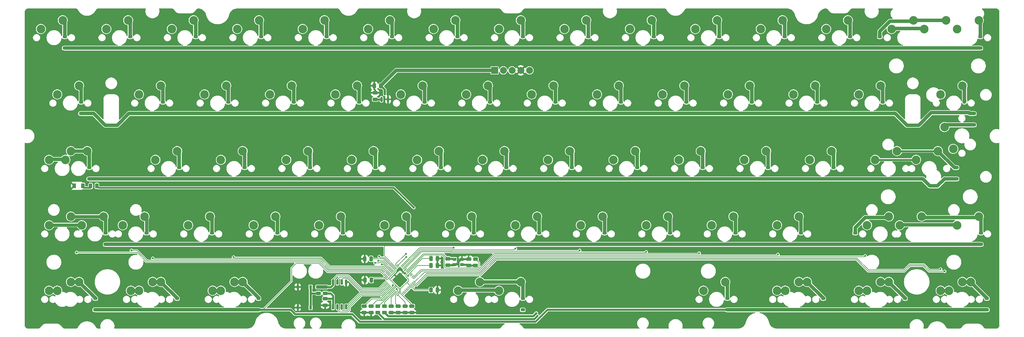
<source format=gbr>
%TF.GenerationSoftware,KiCad,Pcbnew,8.0.1*%
%TF.CreationDate,2025-05-08T03:48:04+09:00*%
%TF.ProjectId,neo60core_rp2040,6e656f36-3063-46f7-9265-5f7270323034,rev?*%
%TF.SameCoordinates,Original*%
%TF.FileFunction,Copper,L2,Bot*%
%TF.FilePolarity,Positive*%
%FSLAX46Y46*%
G04 Gerber Fmt 4.6, Leading zero omitted, Abs format (unit mm)*
G04 Created by KiCad (PCBNEW 8.0.1) date 2025-05-08 03:48:04*
%MOMM*%
%LPD*%
G01*
G04 APERTURE LIST*
G04 Aperture macros list*
%AMRoundRect*
0 Rectangle with rounded corners*
0 $1 Rounding radius*
0 $2 $3 $4 $5 $6 $7 $8 $9 X,Y pos of 4 corners*
0 Add a 4 corners polygon primitive as box body*
4,1,4,$2,$3,$4,$5,$6,$7,$8,$9,$2,$3,0*
0 Add four circle primitives for the rounded corners*
1,1,$1+$1,$2,$3*
1,1,$1+$1,$4,$5*
1,1,$1+$1,$6,$7*
1,1,$1+$1,$8,$9*
0 Add four rect primitives between the rounded corners*
20,1,$1+$1,$2,$3,$4,$5,0*
20,1,$1+$1,$4,$5,$6,$7,0*
20,1,$1+$1,$6,$7,$8,$9,0*
20,1,$1+$1,$8,$9,$2,$3,0*%
%AMOutline5P*
0 Free polygon, 5 corners , with rotation*
0 The origin of the aperture is its center*
0 number of corners: always 5*
0 $1 to $10 corner X, Y*
0 $11 Rotation angle, in degrees counterclockwise*
0 create outline with 5 corners*
4,1,5,$1,$2,$3,$4,$5,$6,$7,$8,$9,$10,$1,$2,$11*%
%AMOutline6P*
0 Free polygon, 6 corners , with rotation*
0 The origin of the aperture is its center*
0 number of corners: always 6*
0 $1 to $12 corner X, Y*
0 $13 Rotation angle, in degrees counterclockwise*
0 create outline with 6 corners*
4,1,6,$1,$2,$3,$4,$5,$6,$7,$8,$9,$10,$11,$12,$1,$2,$13*%
%AMOutline7P*
0 Free polygon, 7 corners , with rotation*
0 The origin of the aperture is its center*
0 number of corners: always 7*
0 $1 to $14 corner X, Y*
0 $15 Rotation angle, in degrees counterclockwise*
0 create outline with 7 corners*
4,1,7,$1,$2,$3,$4,$5,$6,$7,$8,$9,$10,$11,$12,$13,$14,$1,$2,$15*%
%AMOutline8P*
0 Free polygon, 8 corners , with rotation*
0 The origin of the aperture is its center*
0 number of corners: always 8*
0 $1 to $16 corner X, Y*
0 $17 Rotation angle, in degrees counterclockwise*
0 create outline with 8 corners*
4,1,8,$1,$2,$3,$4,$5,$6,$7,$8,$9,$10,$11,$12,$13,$14,$15,$16,$1,$2,$17*%
G04 Aperture macros list end*
%TA.AperFunction,ComponentPad*%
%ADD10C,2.500000*%
%TD*%
%TA.AperFunction,ComponentPad*%
%ADD11C,2.000000*%
%TD*%
%TA.AperFunction,ComponentPad*%
%ADD12R,2.000000X2.000000*%
%TD*%
%TA.AperFunction,SMDPad,CuDef*%
%ADD13RoundRect,0.250000X0.250000X0.475000X-0.250000X0.475000X-0.250000X-0.475000X0.250000X-0.475000X0*%
%TD*%
%TA.AperFunction,SMDPad,CuDef*%
%ADD14RoundRect,0.225000X0.375000X-0.225000X0.375000X0.225000X-0.375000X0.225000X-0.375000X-0.225000X0*%
%TD*%
%TA.AperFunction,SMDPad,CuDef*%
%ADD15Outline5P,-0.500000X0.450000X0.500000X0.450000X0.500000X-0.225000X0.275000X-0.450000X-0.500000X-0.450000X0.000000*%
%TD*%
%TA.AperFunction,SMDPad,CuDef*%
%ADD16R,1.000000X0.900000*%
%TD*%
%TA.AperFunction,SMDPad,CuDef*%
%ADD17R,1.000000X1.400000*%
%TD*%
%TA.AperFunction,SMDPad,CuDef*%
%ADD18RoundRect,0.250000X-0.475000X0.250000X-0.475000X-0.250000X0.475000X-0.250000X0.475000X0.250000X0*%
%TD*%
%TA.AperFunction,SMDPad,CuDef*%
%ADD19RoundRect,0.150000X0.150000X-0.587500X0.150000X0.587500X-0.150000X0.587500X-0.150000X-0.587500X0*%
%TD*%
%TA.AperFunction,SMDPad,CuDef*%
%ADD20RoundRect,0.250000X-0.250000X-0.475000X0.250000X-0.475000X0.250000X0.475000X-0.250000X0.475000X0*%
%TD*%
%TA.AperFunction,SMDPad,CuDef*%
%ADD21RoundRect,0.250000X0.450000X-0.262500X0.450000X0.262500X-0.450000X0.262500X-0.450000X-0.262500X0*%
%TD*%
%TA.AperFunction,SMDPad,CuDef*%
%ADD22RoundRect,0.150000X-0.150000X0.650000X-0.150000X-0.650000X0.150000X-0.650000X0.150000X0.650000X0*%
%TD*%
%TA.AperFunction,SMDPad,CuDef*%
%ADD23RoundRect,0.250000X0.475000X-0.250000X0.475000X0.250000X-0.475000X0.250000X-0.475000X-0.250000X0*%
%TD*%
%TA.AperFunction,SMDPad,CuDef*%
%ADD24RoundRect,0.225000X-0.375000X0.225000X-0.375000X-0.225000X0.375000X-0.225000X0.375000X0.225000X0*%
%TD*%
%TA.AperFunction,SMDPad,CuDef*%
%ADD25RoundRect,0.050000X-0.309359X0.238649X0.238649X-0.309359X0.309359X-0.238649X-0.238649X0.309359X0*%
%TD*%
%TA.AperFunction,SMDPad,CuDef*%
%ADD26RoundRect,0.050000X-0.309359X-0.238649X-0.238649X-0.309359X0.309359X0.238649X0.238649X0.309359X0*%
%TD*%
%TA.AperFunction,ComponentPad*%
%ADD27C,3.000000*%
%TD*%
%TA.AperFunction,SMDPad,CuDef*%
%ADD28RoundRect,0.144000X-2.059095X0.000000X0.000000X-2.059095X2.059095X0.000000X0.000000X2.059095X0*%
%TD*%
%TA.AperFunction,SMDPad,CuDef*%
%ADD29RoundRect,0.250000X-0.450000X0.262500X-0.450000X-0.262500X0.450000X-0.262500X0.450000X0.262500X0*%
%TD*%
%TA.AperFunction,SMDPad,CuDef*%
%ADD30RoundRect,0.250000X-0.262500X-0.450000X0.262500X-0.450000X0.262500X0.450000X-0.262500X0.450000X0*%
%TD*%
%TA.AperFunction,SMDPad,CuDef*%
%ADD31R,0.750000X1.000000*%
%TD*%
%TA.AperFunction,ViaPad*%
%ADD32C,0.600000*%
%TD*%
%TA.AperFunction,Conductor*%
%ADD33C,0.200000*%
%TD*%
%TA.AperFunction,Conductor*%
%ADD34C,0.600000*%
%TD*%
%TA.AperFunction,Conductor*%
%ADD35C,1.000000*%
%TD*%
%TA.AperFunction,Conductor*%
%ADD36C,0.900000*%
%TD*%
%TA.AperFunction,Conductor*%
%ADD37C,0.500000*%
%TD*%
G04 APERTURE END LIST*
D10*
%TO.P,MX47,1,1*%
%TO.N,Col6*%
X155733750Y-87947500D03*
%TO.P,MX47,2,2*%
%TO.N,Net-(D47-A)*%
X162083750Y-85407500D03*
%TD*%
%TO.P,MX27,1,1*%
%TO.N,Col12*%
X274796250Y-49847500D03*
%TO.P,MX27,2,2*%
%TO.N,Net-(D27-A)*%
X281146250Y-47307500D03*
%TD*%
%TO.P,MX20,1,1*%
%TO.N,Col5*%
X141446250Y-49847500D03*
%TO.P,MX20,2,2*%
%TO.N,Net-(D20-A)*%
X147796250Y-47307500D03*
%TD*%
%TO.P,MX28,1,1*%
%TO.N,Col13*%
X298608750Y-49847500D03*
%TO.P,MX28,2,2*%
%TO.N,Net-(D28-A)*%
X304958750Y-47307500D03*
%TD*%
%TO.P,MX35,1,1*%
%TO.N,Col6*%
X165258750Y-68897500D03*
%TO.P,MX35,2,2*%
%TO.N,Net-(D35-A)*%
X171608750Y-66357500D03*
%TD*%
%TO.P,MX5,1,1*%
%TO.N,Col4*%
X112871250Y-30797500D03*
%TO.P,MX5,2,2*%
%TO.N,Net-(D5-A)*%
X119221250Y-28257500D03*
%TD*%
D11*
%TO.P,J1,1,Pin_1*%
%TO.N,unconnected-(J1-Pin_1-Pad1)*%
X178911249Y-42862500D03*
%TO.P,J1,2,Pin_2*%
%TO.N,GND*%
X176371250Y-42862500D03*
%TO.P,J1,3,Pin_3*%
%TO.N,DP*%
X173831250Y-42862500D03*
%TO.P,J1,4,Pin_4*%
%TO.N,DM*%
X171291250Y-42862500D03*
D12*
%TO.P,J1,5,Pin_5*%
%TO.N,VBUS*%
X168751251Y-42862500D03*
%TD*%
D10*
%TO.P,MX44,1,1*%
%TO.N,Col3*%
X98583750Y-87947500D03*
%TO.P,MX44,2,2*%
%TO.N,Net-(D44-A)*%
X104933750Y-85407500D03*
%TD*%
%TO.P,MX21,1,1*%
%TO.N,Col6*%
X160496250Y-49847500D03*
%TO.P,MX21,2,2*%
%TO.N,Net-(D21-A)*%
X166846250Y-47307500D03*
%TD*%
%TO.P,MX8,1,1*%
%TO.N,Col7*%
X170021250Y-30797500D03*
%TO.P,MX8,2,2*%
%TO.N,Net-(D8-A)*%
X176371250Y-28257500D03*
%TD*%
%TO.P,MX69,1,1*%
%TO.N,Col3*%
X89058750Y-106997500D03*
%TO.P,MX69,2,2*%
%TO.N,Net-(D56-A)*%
X95408750Y-104457500D03*
%TD*%
%TO.P,MX58,1,1*%
%TO.N,Col10*%
X229552500Y-106997500D03*
%TO.P,MX58,2,2*%
%TO.N,Net-(D58-A)*%
X235902500Y-104457500D03*
%TD*%
%TO.P,MX34,1,1*%
%TO.N,Col5*%
X146208750Y-68897500D03*
%TO.P,MX34,2,2*%
%TO.N,Net-(D34-A)*%
X152558750Y-66357500D03*
%TD*%
%TO.P,MX31,1,1*%
%TO.N,Col2*%
X89058750Y-68897500D03*
%TO.P,MX31,2,2*%
%TO.N,Net-(D31-A)*%
X95408750Y-66357500D03*
%TD*%
%TO.P,MX3,1,1*%
%TO.N,Col2*%
X74771250Y-30797500D03*
%TO.P,MX3,2,2*%
%TO.N,Net-(D3-A)*%
X81121250Y-28257500D03*
%TD*%
%TO.P,MX7,1,1*%
%TO.N,Col6*%
X150971250Y-30797500D03*
%TO.P,MX7,2,2*%
%TO.N,Net-(D7-A)*%
X157321250Y-28257500D03*
%TD*%
%TO.P,MX60,1,1*%
%TO.N,Col12*%
X277177500Y-106997500D03*
%TO.P,MX60,2,2*%
%TO.N,Net-(D60-A)*%
X283527500Y-104457500D03*
%TD*%
%TO.P,MX19,1,1*%
%TO.N,Col4*%
X122396250Y-49847500D03*
%TO.P,MX19,2,2*%
%TO.N,Net-(D19-A)*%
X128746250Y-47307500D03*
%TD*%
%TO.P,MX13,1,1*%
%TO.N,Col12*%
X265271250Y-30797500D03*
%TO.P,MX13,2,2*%
%TO.N,Net-(D13-A)*%
X271621250Y-28257500D03*
%TD*%
%TO.P,MX46,1,1*%
%TO.N,Col5*%
X136683750Y-87947500D03*
%TO.P,MX46,2,2*%
%TO.N,Net-(D46-A)*%
X143033750Y-85407500D03*
%TD*%
%TO.P,MX45,1,1*%
%TO.N,Col4*%
X117633750Y-87947500D03*
%TO.P,MX45,2,2*%
%TO.N,Net-(D45-A)*%
X123983750Y-85407500D03*
%TD*%
%TO.P,MX71,1,1*%
%TO.N,Col12*%
X274796250Y-106997500D03*
%TO.P,MX71,2,2*%
%TO.N,Net-(D60-A)*%
X281146250Y-104457500D03*
%TD*%
%TO.P,MX48,1,1*%
%TO.N,Col7*%
X174783750Y-87947500D03*
%TO.P,MX48,2,2*%
%TO.N,Net-(D48-A)*%
X181133750Y-85407500D03*
%TD*%
%TO.P,MX42,1,1*%
%TO.N,Col0*%
X48577500Y-87947500D03*
%TO.P,MX42,2,2*%
%TO.N,Net-(D42-A)*%
X54927500Y-85407500D03*
%TD*%
%TO.P,MX4,1,1*%
%TO.N,Col3*%
X93821250Y-30797500D03*
%TO.P,MX4,2,2*%
%TO.N,Net-(D4-A)*%
X100171250Y-28257500D03*
%TD*%
%TO.P,MX26,1,1*%
%TO.N,Col11*%
X255746250Y-49847500D03*
%TO.P,MX26,2,2*%
%TO.N,Net-(D26-A)*%
X262096250Y-47307500D03*
%TD*%
%TO.P,MX73,1,1*%
%TO.N,Col6*%
X170021250Y-106997500D03*
%TO.P,MX73,2,2*%
%TO.N,Net-(D57-A)*%
X176371250Y-104457500D03*
%TD*%
%TO.P,MX43,1,1*%
%TO.N,Col2*%
X79533750Y-87947500D03*
%TO.P,MX43,2,2*%
%TO.N,Net-(D43-A)*%
X85883750Y-85407500D03*
%TD*%
%TO.P,MX6,1,1*%
%TO.N,Col5*%
X131921250Y-30797500D03*
%TO.P,MX6,2,2*%
%TO.N,Net-(D6-A)*%
X138271250Y-28257500D03*
%TD*%
%TO.P,MX32,1,1*%
%TO.N,Col3*%
X108108750Y-68897500D03*
%TO.P,MX32,2,2*%
%TO.N,Net-(D32-A)*%
X114458750Y-66357500D03*
%TD*%
%TO.P,MX74,1,1*%
%TO.N,Col12*%
X279558750Y-68897500D03*
%TO.P,MX74,2,2*%
%TO.N,Net-(D41-A)*%
X285908750Y-66357500D03*
%TD*%
%TO.P,MX17,1,1*%
%TO.N,Col2*%
X84296250Y-49847500D03*
%TO.P,MX17,2,2*%
%TO.N,Net-(D17-A)*%
X90646250Y-47307500D03*
%TD*%
%TO.P,MX10,1,1*%
%TO.N,Col9*%
X208121250Y-30797500D03*
%TO.P,MX10,2,2*%
%TO.N,Net-(D10-A)*%
X214471250Y-28257500D03*
%TD*%
%TO.P,MX75,1,1*%
%TO.N,Col14*%
X302260000Y-65722500D03*
%TO.P,MX75,2,2*%
%TO.N,Net-(D63-A)*%
X299720000Y-59372500D03*
%TD*%
%TO.P,MX59,1,1*%
%TO.N,Col11*%
X253365000Y-106997500D03*
%TO.P,MX59,2,2*%
%TO.N,Net-(D59-A)*%
X259715000Y-104457500D03*
%TD*%
%TO.P,MX15,1,1*%
%TO.N,Col0*%
X41433750Y-49847500D03*
%TO.P,MX15,2,2*%
%TO.N,Net-(D15-A)*%
X47783750Y-47307500D03*
%TD*%
%TO.P,MX9,1,1*%
%TO.N,Col8*%
X189071250Y-30797500D03*
%TO.P,MX9,2,2*%
%TO.N,Net-(D9-A)*%
X195421250Y-28257500D03*
%TD*%
%TO.P,MX55,1,1*%
%TO.N,Col2*%
X62865000Y-106997500D03*
%TO.P,MX55,2,2*%
%TO.N,Net-(D55-A)*%
X69215000Y-104457500D03*
%TD*%
%TO.P,MX56,1,1*%
%TO.N,Col3*%
X86677500Y-106997500D03*
%TO.P,MX56,2,2*%
%TO.N,Net-(D56-A)*%
X93027500Y-104457500D03*
%TD*%
%TO.P,MX77,1,1*%
%TO.N,Col1*%
X60483750Y-87947500D03*
%TO.P,MX77,2,2*%
%TO.N,Net-(D66-A)*%
X66833750Y-85407500D03*
%TD*%
%TO.P,MX61,1,1*%
%TO.N,Col13*%
X300990000Y-106997500D03*
%TO.P,MX61,2,2*%
%TO.N,Net-(D61-A)*%
X307340000Y-104457500D03*
%TD*%
%TO.P,MX50,1,1*%
%TO.N,Col9*%
X212883750Y-87947500D03*
%TO.P,MX50,2,2*%
%TO.N,Net-(D50-A)*%
X219233750Y-85407500D03*
%TD*%
%TO.P,MX25,1,1*%
%TO.N,Col10*%
X236696250Y-49847500D03*
%TO.P,MX25,2,2*%
%TO.N,Net-(D25-A)*%
X243046250Y-47307500D03*
%TD*%
%TO.P,MX41,1,1*%
%TO.N,Col12*%
X291465000Y-68897500D03*
%TO.P,MX41,2,2*%
%TO.N,Net-(D41-A)*%
X297815000Y-66357500D03*
%TD*%
%TO.P,MX66,1,1*%
%TO.N,Col13*%
X303371250Y-87947500D03*
%TO.P,MX66,2,2*%
%TO.N,Net-(D53-A)*%
X309721250Y-85407500D03*
%TD*%
%TO.P,MX36,1,1*%
%TO.N,Col7*%
X184308750Y-68897500D03*
%TO.P,MX36,2,2*%
%TO.N,Net-(D36-A)*%
X190658750Y-66357500D03*
%TD*%
%TO.P,MX65,1,1*%
%TO.N,Col0*%
X39052500Y-68897500D03*
%TO.P,MX65,2,2*%
%TO.N,Net-(D29-A)*%
X45402500Y-66357500D03*
%TD*%
%TO.P,MX24,1,1*%
%TO.N,Col9*%
X217646250Y-49847500D03*
%TO.P,MX24,2,2*%
%TO.N,Net-(D24-A)*%
X223996250Y-47307500D03*
%TD*%
%TO.P,MX12,1,1*%
%TO.N,Col11*%
X246221250Y-30797500D03*
%TO.P,MX12,2,2*%
%TO.N,Net-(D12-A)*%
X252571250Y-28257500D03*
%TD*%
%TO.P,MX53,1,1*%
%TO.N,Col13*%
X286702500Y-87947500D03*
%TO.P,MX53,2,2*%
%TO.N,Net-(D53-A)*%
X293052500Y-85407500D03*
%TD*%
%TO.P,MX11,1,1*%
%TO.N,Col10*%
X227171250Y-30797500D03*
%TO.P,MX11,2,2*%
%TO.N,Net-(D11-A)*%
X233521250Y-28257500D03*
%TD*%
%TO.P,MX2,1,1*%
%TO.N,Col1*%
X55721250Y-30797500D03*
%TO.P,MX2,2,2*%
%TO.N,Net-(D2-A)*%
X62071250Y-28257500D03*
%TD*%
%TO.P,MX54,1,1*%
%TO.N,Col0*%
X39052500Y-106997500D03*
%TO.P,MX54,2,2*%
%TO.N,Net-(D54-A)*%
X45402500Y-104457500D03*
%TD*%
%TO.P,MX76,1,1*%
%TO.N,Col0*%
X39052500Y-87947500D03*
%TO.P,MX76,2,2*%
%TO.N,Net-(D42-A)*%
X45402500Y-85407500D03*
%TD*%
%TO.P,MX33,1,1*%
%TO.N,Col4*%
X127158750Y-68897500D03*
%TO.P,MX33,2,2*%
%TO.N,Net-(D33-A)*%
X133508750Y-66357500D03*
%TD*%
%TO.P,MX72,1,1*%
%TO.N,Col13*%
X298608750Y-106997500D03*
%TO.P,MX72,2,2*%
%TO.N,Net-(D61-A)*%
X304958750Y-104457500D03*
%TD*%
%TO.P,MX23,1,1*%
%TO.N,Col8*%
X198596250Y-49847500D03*
%TO.P,MX23,2,2*%
%TO.N,Net-(D23-A)*%
X204946250Y-47307500D03*
%TD*%
%TO.P,MX52,1,1*%
%TO.N,Col11*%
X250983750Y-87947500D03*
%TO.P,MX52,2,2*%
%TO.N,Net-(D52-A)*%
X257333750Y-85407500D03*
%TD*%
%TO.P,MX37,1,1*%
%TO.N,Col8*%
X203358750Y-68897500D03*
%TO.P,MX37,2,2*%
%TO.N,Net-(D37-A)*%
X209708750Y-66357500D03*
%TD*%
%TO.P,MX16,1,1*%
%TO.N,Col1*%
X65246250Y-49847500D03*
%TO.P,MX16,2,2*%
%TO.N,Net-(D16-A)*%
X71596250Y-47307500D03*
%TD*%
%TO.P,MX51,1,1*%
%TO.N,Col10*%
X231933750Y-87947500D03*
%TO.P,MX51,2,2*%
%TO.N,Net-(D51-A)*%
X238283750Y-85407500D03*
%TD*%
%TO.P,MX39,1,1*%
%TO.N,Col10*%
X241458750Y-68897500D03*
%TO.P,MX39,2,2*%
%TO.N,Net-(D39-A)*%
X247808750Y-66357500D03*
%TD*%
%TO.P,MX62,1,1*%
%TO.N,Col12*%
X277177500Y-87947500D03*
%TO.P,MX62,2,2*%
%TO.N,Net-(D62-A)*%
X283527500Y-85407500D03*
%TD*%
%TO.P,MX38,1,1*%
%TO.N,Col9*%
X222408750Y-68897500D03*
%TO.P,MX38,2,2*%
%TO.N,Net-(D38-A)*%
X228758750Y-66357500D03*
%TD*%
%TO.P,MX1,1,1*%
%TO.N,Col0*%
X36671250Y-30797500D03*
%TO.P,MX1,2,2*%
%TO.N,Net-(D1-K)*%
X43021250Y-28257500D03*
%TD*%
%TO.P,MX40,1,1*%
%TO.N,Col11*%
X260508750Y-68897500D03*
%TO.P,MX40,2,2*%
%TO.N,Net-(D40-A)*%
X266858750Y-66357500D03*
%TD*%
%TO.P,MX18,1,1*%
%TO.N,Col3*%
X103346250Y-49847500D03*
%TO.P,MX18,2,2*%
%TO.N,Net-(D18-A)*%
X109696250Y-47307500D03*
%TD*%
%TO.P,MX70,1,1*%
%TO.N,Col11*%
X250983750Y-106997500D03*
%TO.P,MX70,2,2*%
%TO.N,Net-(D59-A)*%
X257333750Y-104457500D03*
%TD*%
%TO.P,MX49,1,1*%
%TO.N,Col8*%
X193833750Y-87947500D03*
%TO.P,MX49,2,2*%
%TO.N,Net-(D49-A)*%
X200183750Y-85407500D03*
%TD*%
%TO.P,MX29,1,1*%
%TO.N,Col0*%
X43815000Y-68897500D03*
%TO.P,MX29,2,2*%
%TO.N,Net-(D29-A)*%
X50165000Y-66357500D03*
%TD*%
%TO.P,MX57,1,1*%
%TO.N,Col6*%
X158115000Y-106997500D03*
%TO.P,MX57,2,2*%
%TO.N,Net-(D57-A)*%
X164465000Y-104457500D03*
%TD*%
%TO.P,MX68,1,1*%
%TO.N,Col2*%
X65246250Y-106997500D03*
%TO.P,MX68,2,2*%
%TO.N,Net-(D55-A)*%
X71596250Y-104457500D03*
%TD*%
%TO.P,MX30,1,1*%
%TO.N,Col1*%
X70008750Y-68897500D03*
%TO.P,MX30,2,2*%
%TO.N,Net-(D30-A)*%
X76358750Y-66357500D03*
%TD*%
%TO.P,MX63,1,1*%
%TO.N,Col13*%
X284321250Y-30797500D03*
%TO.P,MX63,2,2*%
%TO.N,Net-(D14-A)*%
X290671250Y-28257500D03*
%TD*%
%TO.P,MX67,1,1*%
%TO.N,Col0*%
X41433750Y-106997500D03*
%TO.P,MX67,2,2*%
%TO.N,Net-(D54-A)*%
X47783750Y-104457500D03*
%TD*%
%TO.P,MX22,1,1*%
%TO.N,Col7*%
X179546250Y-49847500D03*
%TO.P,MX22,2,2*%
%TO.N,Net-(D22-A)*%
X185896250Y-47307500D03*
%TD*%
%TO.P,MX14,1,1*%
%TO.N,Col13*%
X293846250Y-30797500D03*
%TO.P,MX14,2,2*%
%TO.N,Net-(D14-A)*%
X300196250Y-28257500D03*
%TD*%
%TO.P,MX64,1,1*%
%TO.N,Col14*%
X303371250Y-30797500D03*
%TO.P,MX64,2,2*%
%TO.N,Net-(D64-A)*%
X309721250Y-28257500D03*
%TD*%
D13*
%TO.P,C7,1*%
%TO.N,GND*%
X152125000Y-97675000D03*
%TO.P,C7,2*%
%TO.N,+3V3*%
X150225000Y-97675000D03*
%TD*%
D14*
%TO.P,D30,1,K*%
%TO.N,Row2*%
X76937500Y-74468750D03*
%TO.P,D30,2,A*%
%TO.N,Net-(D30-A)*%
X76937500Y-71168750D03*
%TD*%
D15*
%TO.P,Y1,1,1*%
%TO.N,Net-(U1-XIN)*%
X157100000Y-97900000D03*
D16*
%TO.P,Y1,2,2*%
%TO.N,GND*%
X159250000Y-97900000D03*
%TO.P,Y1,3,3*%
%TO.N,Net-(C15-Pad2)*%
X159250000Y-99450000D03*
%TO.P,Y1,4,4*%
%TO.N,GND*%
X157100000Y-99450000D03*
%TD*%
D17*
%TO.P,D65,1,K*%
%TO.N,GND*%
X46375001Y-76475000D03*
%TO.P,D65,2,A*%
%TO.N,Net-(D65-A)*%
X48874999Y-76475000D03*
%TD*%
D14*
%TO.P,D20,1,K*%
%TO.N,Row1*%
X148375000Y-55418750D03*
%TO.P,D20,2,A*%
%TO.N,Net-(D20-A)*%
X148375000Y-52118750D03*
%TD*%
%TO.P,D2,1,K*%
%TO.N,Row0*%
X62650000Y-36368750D03*
%TO.P,D2,2,A*%
%TO.N,Net-(D2-A)*%
X62650000Y-33068750D03*
%TD*%
D13*
%TO.P,C12,1*%
%TO.N,VBUS*%
X135625000Y-47350000D03*
%TO.P,C12,2*%
%TO.N,GND*%
X133725000Y-47350000D03*
%TD*%
D14*
%TO.P,D66,1,K*%
%TO.N,Row3*%
X67412500Y-93518750D03*
%TO.P,D66,2,A*%
%TO.N,Net-(D66-A)*%
X67412500Y-90218750D03*
%TD*%
%TO.P,D55,1,K*%
%TO.N,Row4*%
X76306250Y-112568750D03*
%TO.P,D55,2,A*%
%TO.N,Net-(D55-A)*%
X76306250Y-109268750D03*
%TD*%
%TO.P,D23,1,K*%
%TO.N,Row1*%
X205525000Y-55418750D03*
%TO.P,D23,2,A*%
%TO.N,Net-(D23-A)*%
X205525000Y-52118750D03*
%TD*%
D18*
%TO.P,C16,1*%
%TO.N,+3V3*%
X119400000Y-109350001D03*
%TO.P,C16,2*%
%TO.N,GND*%
X119400000Y-111249999D03*
%TD*%
D14*
%TO.P,D3,1,K*%
%TO.N,Row0*%
X81700000Y-36368750D03*
%TO.P,D3,2,A*%
%TO.N,Net-(D3-A)*%
X81700000Y-33068750D03*
%TD*%
%TO.P,D62,1,K*%
%TO.N,Row3*%
X273737500Y-93518750D03*
%TO.P,D62,2,A*%
%TO.N,Net-(D62-A)*%
X273737500Y-90218750D03*
%TD*%
%TO.P,D22,1,K*%
%TO.N,Row1*%
X186475000Y-55418750D03*
%TO.P,D22,2,A*%
%TO.N,Net-(D22-A)*%
X186475000Y-52118750D03*
%TD*%
D19*
%TO.P,U2,1,GND*%
%TO.N,GND*%
X137712501Y-51287500D03*
%TO.P,U2,2,VO*%
%TO.N,+3V3*%
X135812501Y-51287500D03*
%TO.P,U2,3,VI*%
%TO.N,VBUS*%
X136762501Y-49412499D03*
%TD*%
D20*
%TO.P,C5,1*%
%TO.N,GND*%
X130975001Y-103937214D03*
%TO.P,C5,2*%
%TO.N,+3V3*%
X132874999Y-103937214D03*
%TD*%
D14*
%TO.P,D44,1,K*%
%TO.N,Row3*%
X105512500Y-93518750D03*
%TO.P,D44,2,A*%
%TO.N,Net-(D44-A)*%
X105512500Y-90218750D03*
%TD*%
%TO.P,D24,1,K*%
%TO.N,Row1*%
X224575000Y-55418750D03*
%TO.P,D24,2,A*%
%TO.N,Net-(D24-A)*%
X224575000Y-52118750D03*
%TD*%
%TO.P,D14,1,K*%
%TO.N,Row0*%
X280881250Y-36368750D03*
%TO.P,D14,2,A*%
%TO.N,Net-(D14-A)*%
X280881250Y-33068750D03*
%TD*%
%TO.P,D17,1,K*%
%TO.N,Row1*%
X91225000Y-55418750D03*
%TO.P,D17,2,A*%
%TO.N,Net-(D17-A)*%
X91225000Y-52118750D03*
%TD*%
%TO.P,D60,1,K*%
%TO.N,Row4*%
X288237500Y-112568750D03*
%TO.P,D60,2,A*%
%TO.N,Net-(D60-A)*%
X288237500Y-109268750D03*
%TD*%
%TO.P,D45,1,K*%
%TO.N,Row3*%
X124562500Y-93518750D03*
%TO.P,D45,2,A*%
%TO.N,Net-(D45-A)*%
X124562500Y-90218750D03*
%TD*%
%TO.P,D29,1,K*%
%TO.N,Row2*%
X50743750Y-74468750D03*
%TO.P,D29,2,A*%
%TO.N,Net-(D29-A)*%
X50743750Y-71168750D03*
%TD*%
%TO.P,D58,1,K*%
%TO.N,Row4*%
X236481250Y-112568750D03*
%TO.P,D58,2,A*%
%TO.N,Net-(D58-A)*%
X236481250Y-109268750D03*
%TD*%
%TO.P,D13,1,K*%
%TO.N,Row0*%
X272200000Y-36368750D03*
%TO.P,D13,2,A*%
%TO.N,Net-(D13-A)*%
X272200000Y-33068750D03*
%TD*%
%TO.P,D39,1,K*%
%TO.N,Row2*%
X248387500Y-74468750D03*
%TO.P,D39,2,A*%
%TO.N,Net-(D39-A)*%
X248387500Y-71168750D03*
%TD*%
%TO.P,D18,1,K*%
%TO.N,Row1*%
X110275000Y-55418750D03*
%TO.P,D18,2,A*%
%TO.N,Net-(D18-A)*%
X110275000Y-52118750D03*
%TD*%
D21*
%TO.P,R6,1*%
%TO.N,Net-(BOOTSEL1-Pad2)*%
X117450000Y-107762500D03*
%TO.P,R6,2*%
%TO.N,/QSPI_SS*%
X117450000Y-105937500D03*
%TD*%
D14*
%TO.P,D11,1,K*%
%TO.N,Row0*%
X234100000Y-36368750D03*
%TO.P,D11,2,A*%
%TO.N,Net-(D11-A)*%
X234100000Y-33068750D03*
%TD*%
%TO.P,D26,1,K*%
%TO.N,Row1*%
X262675000Y-55418750D03*
%TO.P,D26,2,A*%
%TO.N,Net-(D26-A)*%
X262675000Y-52118750D03*
%TD*%
%TO.P,D31,1,K*%
%TO.N,Row2*%
X95987500Y-74468750D03*
%TO.P,D31,2,A*%
%TO.N,Net-(D31-A)*%
X95987500Y-71168750D03*
%TD*%
%TO.P,D4,1,K*%
%TO.N,Row0*%
X100750000Y-36368750D03*
%TO.P,D4,2,A*%
%TO.N,Net-(D4-A)*%
X100750000Y-33068750D03*
%TD*%
%TO.P,D7,1,K*%
%TO.N,Row0*%
X157900000Y-36368750D03*
%TO.P,D7,2,A*%
%TO.N,Net-(D7-A)*%
X157900000Y-33068750D03*
%TD*%
%TO.P,D40,1,K*%
%TO.N,Row2*%
X267437500Y-74468750D03*
%TO.P,D40,2,A*%
%TO.N,Net-(D40-A)*%
X267437500Y-71168750D03*
%TD*%
%TO.P,D56,1,K*%
%TO.N,Row4*%
X100012500Y-112568750D03*
%TO.P,D56,2,A*%
%TO.N,Net-(D56-A)*%
X100012500Y-109268750D03*
%TD*%
%TO.P,D52,1,K*%
%TO.N,Row3*%
X257912500Y-93518750D03*
%TO.P,D52,2,A*%
%TO.N,Net-(D52-A)*%
X257912500Y-90218750D03*
%TD*%
%TO.P,D46,1,K*%
%TO.N,Row3*%
X143612500Y-93518750D03*
%TO.P,D46,2,A*%
%TO.N,Net-(D46-A)*%
X143612500Y-90218750D03*
%TD*%
%TO.P,D61,1,K*%
%TO.N,Row4*%
X312050000Y-112568750D03*
%TO.P,D61,2,A*%
%TO.N,Net-(D61-A)*%
X312050000Y-109268750D03*
%TD*%
%TO.P,D36,1,K*%
%TO.N,Row2*%
X191237500Y-74468750D03*
%TO.P,D36,2,A*%
%TO.N,Net-(D36-A)*%
X191237500Y-71168750D03*
%TD*%
%TO.P,D6,1,K*%
%TO.N,Row0*%
X138850000Y-36368750D03*
%TO.P,D6,2,A*%
%TO.N,Net-(D6-A)*%
X138850000Y-33068750D03*
%TD*%
%TO.P,D43,1,K*%
%TO.N,Row3*%
X86462500Y-93518750D03*
%TO.P,D43,2,A*%
%TO.N,Net-(D43-A)*%
X86462500Y-90218750D03*
%TD*%
%TO.P,D51,1,K*%
%TO.N,Row3*%
X238862500Y-93518750D03*
%TO.P,D51,2,A*%
%TO.N,Net-(D51-A)*%
X238862500Y-90218750D03*
%TD*%
D22*
%TO.P,U3,1,~{CS}*%
%TO.N,/QSPI_SS*%
X121720000Y-104525000D03*
%TO.P,U3,2,DO(IO1)*%
%TO.N,/QSPI_SD1*%
X122990000Y-104525000D03*
%TO.P,U3,3,IO2*%
%TO.N,/QSPI_SD2*%
X124260000Y-104525000D03*
%TO.P,U3,4,GND*%
%TO.N,GND*%
X125530000Y-104525000D03*
%TO.P,U3,5,DI(IO0)*%
%TO.N,/QSPI_SD0*%
X125530000Y-111725000D03*
%TO.P,U3,6,CLK*%
%TO.N,/QSPI_SCLK*%
X124260000Y-111725000D03*
%TO.P,U3,7,IO3*%
%TO.N,/QSPI_SD3*%
X122990000Y-111725000D03*
%TO.P,U3,8,VCC*%
%TO.N,+3V3*%
X121720000Y-111725000D03*
%TD*%
D14*
%TO.P,D54,1,K*%
%TO.N,Row4*%
X52493750Y-112568750D03*
%TO.P,D54,2,A*%
%TO.N,Net-(D54-A)*%
X52493750Y-109268750D03*
%TD*%
%TO.P,D42,1,K*%
%TO.N,Row3*%
X55506250Y-93518750D03*
%TO.P,D42,2,A*%
%TO.N,Net-(D42-A)*%
X55506250Y-90218750D03*
%TD*%
%TO.P,D32,1,K*%
%TO.N,Row2*%
X115037500Y-74468750D03*
%TO.P,D32,2,A*%
%TO.N,Net-(D32-A)*%
X115037500Y-71168750D03*
%TD*%
D23*
%TO.P,C14,1*%
%TO.N,GND*%
X155175000Y-99600000D03*
%TO.P,C14,2*%
%TO.N,Net-(U1-XIN)*%
X155175000Y-97700002D03*
%TD*%
D14*
%TO.P,D12,1,K*%
%TO.N,Row0*%
X253150000Y-36368750D03*
%TO.P,D12,2,A*%
%TO.N,Net-(D12-A)*%
X253150000Y-33068750D03*
%TD*%
%TO.P,D28,1,K*%
%TO.N,Row1*%
X305537500Y-55175000D03*
%TO.P,D28,2,A*%
%TO.N,Net-(D28-A)*%
X305537500Y-51875000D03*
%TD*%
D23*
%TO.P,C13,1*%
%TO.N,+3V3*%
X133950000Y-51299999D03*
%TO.P,C13,2*%
%TO.N,GND*%
X133950000Y-49400001D03*
%TD*%
D14*
%TO.P,D15,1,K*%
%TO.N,Row1*%
X48362500Y-55418750D03*
%TO.P,D15,2,A*%
%TO.N,Net-(D15-A)*%
X48362500Y-52118750D03*
%TD*%
D18*
%TO.P,C9,1*%
%TO.N,+1V1*%
X130800000Y-111525001D03*
%TO.P,C9,2*%
%TO.N,GND*%
X130800000Y-113424999D03*
%TD*%
D23*
%TO.P,C1,1*%
%TO.N,GND*%
X142675000Y-113424998D03*
%TO.P,C1,2*%
%TO.N,+3V3*%
X142675000Y-111525000D03*
%TD*%
D14*
%TO.P,D35,1,K*%
%TO.N,Row2*%
X172187500Y-74468750D03*
%TO.P,D35,2,A*%
%TO.N,Net-(D35-A)*%
X172187500Y-71168750D03*
%TD*%
D18*
%TO.P,C8,1*%
%TO.N,+3V3*%
X140675000Y-111525000D03*
%TO.P,C8,2*%
%TO.N,GND*%
X140675000Y-113424998D03*
%TD*%
D14*
%TO.P,D8,1,K*%
%TO.N,Row0*%
X176950000Y-36368750D03*
%TO.P,D8,2,A*%
%TO.N,Net-(D8-A)*%
X176950000Y-33068750D03*
%TD*%
%TO.P,D25,1,K*%
%TO.N,Row1*%
X243625000Y-55418750D03*
%TO.P,D25,2,A*%
%TO.N,Net-(D25-A)*%
X243625000Y-52118750D03*
%TD*%
%TO.P,D27,1,K*%
%TO.N,Row1*%
X281725000Y-55418750D03*
%TO.P,D27,2,A*%
%TO.N,Net-(D27-A)*%
X281725000Y-52118750D03*
%TD*%
%TO.P,D53,1,K*%
%TO.N,Row3*%
X310300000Y-93518750D03*
%TO.P,D53,2,A*%
%TO.N,Net-(D53-A)*%
X310300000Y-90218750D03*
%TD*%
D20*
%TO.P,C10,1*%
%TO.N,+1V1*%
X150225001Y-99675000D03*
%TO.P,C10,2*%
%TO.N,GND*%
X152124999Y-99675000D03*
%TD*%
D24*
%TO.P,D63,1,K*%
%TO.N,Row1*%
X308275000Y-55425000D03*
%TO.P,D63,2,A*%
%TO.N,Net-(D63-A)*%
X308275000Y-58725000D03*
%TD*%
D14*
%TO.P,D19,1,K*%
%TO.N,Row1*%
X129325000Y-55418750D03*
%TO.P,D19,2,A*%
%TO.N,Net-(D19-A)*%
X129325000Y-52118750D03*
%TD*%
%TO.P,D41,1,K*%
%TO.N,Row2*%
X303225000Y-74468750D03*
%TO.P,D41,2,A*%
%TO.N,Net-(D41-A)*%
X303225000Y-71168750D03*
%TD*%
D25*
%TO.P,U1,1,IOVDD*%
%TO.N,+3V3*%
X136907270Y-103345012D03*
%TO.P,U1,2,GPIO0*%
%TO.N,Row4*%
X137190113Y-103062169D03*
%TO.P,U1,3,GPIO1*%
%TO.N,Col0*%
X137472955Y-102779327D03*
%TO.P,U1,4,GPIO2*%
%TO.N,Col1*%
X137755798Y-102496484D03*
%TO.P,U1,5,GPIO3*%
%TO.N,Col2*%
X138038641Y-102213641D03*
%TO.P,U1,6,GPIO4*%
%TO.N,Col3*%
X138321483Y-101930799D03*
%TO.P,U1,7,GPIO5*%
%TO.N,Col4*%
X138604326Y-101647956D03*
%TO.P,U1,8,GPIO6*%
%TO.N,Row0*%
X138887169Y-101365113D03*
%TO.P,U1,9,GPIO7*%
%TO.N,Row1*%
X139170012Y-101082270D03*
%TO.P,U1,10,IOVDD*%
%TO.N,+3V3*%
X139452854Y-100799428D03*
%TO.P,U1,11,GPIO8*%
%TO.N,Row2*%
X139735697Y-100516585D03*
%TO.P,U1,12,GPIO9*%
%TO.N,Row3*%
X140018540Y-100233742D03*
%TO.P,U1,13,GPIO10*%
%TO.N,Net-(U1-GPIO10)*%
X140301382Y-99950900D03*
%TO.P,U1,14,GPIO11*%
%TO.N,Col5*%
X140584225Y-99668057D03*
D26*
%TO.P,U1,15,GPIO12*%
%TO.N,Col6*%
X141768629Y-99668057D03*
%TO.P,U1,16,GPIO13*%
%TO.N,Col7*%
X142051472Y-99950900D03*
%TO.P,U1,17,GPIO14*%
%TO.N,Col8*%
X142334314Y-100233742D03*
%TO.P,U1,18,GPIO15*%
%TO.N,Col9*%
X142617157Y-100516585D03*
%TO.P,U1,19,TESTEN*%
%TO.N,GND*%
X142900000Y-100799428D03*
%TO.P,U1,20,XIN*%
%TO.N,Net-(U1-XIN)*%
X143182842Y-101082270D03*
%TO.P,U1,21,XOUT*%
%TO.N,Net-(U1-XOUT)*%
X143465685Y-101365113D03*
%TO.P,U1,22,IOVDD*%
%TO.N,+3V3*%
X143748528Y-101647956D03*
%TO.P,U1,23,DVDD*%
%TO.N,+1V1*%
X144031371Y-101930799D03*
%TO.P,U1,24,SWCLK*%
%TO.N,SWCLK*%
X144314213Y-102213641D03*
%TO.P,U1,25,SWD*%
%TO.N,SWD*%
X144597056Y-102496484D03*
%TO.P,U1,26,RUN*%
%TO.N,unconnected-(U1-RUN-Pad26)*%
X144879899Y-102779327D03*
%TO.P,U1,27,GPIO16*%
%TO.N,Col10*%
X145162741Y-103062169D03*
%TO.P,U1,28,GPIO17*%
%TO.N,Col11*%
X145445584Y-103345012D03*
D25*
%TO.P,U1,29,GPIO18*%
%TO.N,Col12*%
X145445584Y-104529416D03*
%TO.P,U1,30,GPIO19*%
%TO.N,Col13*%
X145162741Y-104812259D03*
%TO.P,U1,31,GPIO20*%
%TO.N,Col14*%
X144879899Y-105095101D03*
%TO.P,U1,32,GPIO21*%
%TO.N,unconnected-(U1-GPIO21-Pad32)*%
X144597056Y-105377944D03*
%TO.P,U1,33,IOVDD*%
%TO.N,+3V3*%
X144314213Y-105660787D03*
%TO.P,U1,34,GPIO22*%
%TO.N,unconnected-(U1-GPIO22-Pad34)*%
X144031371Y-105943629D03*
%TO.P,U1,35,GPIO23*%
%TO.N,unconnected-(U1-GPIO23-Pad35)*%
X143748528Y-106226472D03*
%TO.P,U1,36,GPIO24*%
%TO.N,unconnected-(U1-GPIO24-Pad36)*%
X143465685Y-106509315D03*
%TO.P,U1,37,GPIO25*%
%TO.N,unconnected-(U1-GPIO25-Pad37)*%
X143182842Y-106792158D03*
%TO.P,U1,38,GPIO26_ADC0*%
%TO.N,unconnected-(U1-GPIO26_ADC0-Pad38)*%
X142900000Y-107075000D03*
%TO.P,U1,39,GPIO27_ADC1*%
%TO.N,unconnected-(U1-GPIO27_ADC1-Pad39)*%
X142617157Y-107357843D03*
%TO.P,U1,40,GPIO28_ADC2*%
%TO.N,unconnected-(U1-GPIO28_ADC2-Pad40)*%
X142334314Y-107640686D03*
%TO.P,U1,41,GPIO29_ADC3*%
%TO.N,unconnected-(U1-GPIO29_ADC3-Pad41)*%
X142051472Y-107923528D03*
%TO.P,U1,42,IOVDD*%
%TO.N,+3V3*%
X141768629Y-108206371D03*
D26*
%TO.P,U1,43,ADC_AVDD*%
X140584225Y-108206371D03*
%TO.P,U1,44,VREG_IN*%
X140301382Y-107923528D03*
%TO.P,U1,45,VREG_VOUT*%
%TO.N,+1V1*%
X140018540Y-107640686D03*
%TO.P,U1,46,USB_DM*%
%TO.N,Net-(U1-USB_DM)*%
X139735697Y-107357843D03*
%TO.P,U1,47,USB_DP*%
%TO.N,Net-(U1-USB_DP)*%
X139452854Y-107075000D03*
%TO.P,U1,48,USB_VDD*%
%TO.N,+3V3*%
X139170012Y-106792158D03*
%TO.P,U1,49,IOVDD*%
X138887169Y-106509315D03*
%TO.P,U1,50,DVDD*%
%TO.N,+1V1*%
X138604326Y-106226472D03*
%TO.P,U1,51,QSPI_SD3*%
%TO.N,/QSPI_SD3*%
X138321483Y-105943629D03*
%TO.P,U1,52,QSPI_SCLK*%
%TO.N,/QSPI_SCLK*%
X138038641Y-105660787D03*
%TO.P,U1,53,QSPI_SD0*%
%TO.N,/QSPI_SD0*%
X137755798Y-105377944D03*
%TO.P,U1,54,QSPI_SD2*%
%TO.N,/QSPI_SD2*%
X137472955Y-105095101D03*
%TO.P,U1,55,QSPI_SD1*%
%TO.N,/QSPI_SD1*%
X137190113Y-104812259D03*
%TO.P,U1,56,QSPI_SS*%
%TO.N,/QSPI_SS*%
X136907270Y-104529416D03*
D27*
%TO.P,U1,57,GND*%
%TO.N,GND*%
X141176427Y-103937214D03*
D28*
X141176427Y-103937214D03*
%TD*%
D23*
%TO.P,C2,1*%
%TO.N,GND*%
X144675000Y-113424998D03*
%TO.P,C2,2*%
%TO.N,+3V3*%
X144675000Y-111525000D03*
%TD*%
D14*
%TO.P,D57,1,K*%
%TO.N,Row4*%
X176950000Y-112568750D03*
%TO.P,D57,2,A*%
%TO.N,Net-(D57-A)*%
X176950000Y-109268750D03*
%TD*%
D23*
%TO.P,C3,1*%
%TO.N,GND*%
X132800000Y-113424999D03*
%TO.P,C3,2*%
%TO.N,+3V3*%
X132800000Y-111525001D03*
%TD*%
D14*
%TO.P,D10,1,K*%
%TO.N,Row0*%
X215050000Y-36368750D03*
%TO.P,D10,2,A*%
%TO.N,Net-(D10-A)*%
X215050000Y-33068750D03*
%TD*%
D20*
%TO.P,C6,1*%
%TO.N,GND*%
X130900001Y-97750000D03*
%TO.P,C6,2*%
%TO.N,+3V3*%
X132799999Y-97750000D03*
%TD*%
D29*
%TO.P,R2,1*%
%TO.N,Net-(U1-USB_DM)*%
X136704327Y-111545342D03*
%TO.P,R2,2*%
%TO.N,DM*%
X136704327Y-113370342D03*
%TD*%
D14*
%TO.P,D16,1,K*%
%TO.N,Row1*%
X72175000Y-55418750D03*
%TO.P,D16,2,A*%
%TO.N,Net-(D16-A)*%
X72175000Y-52118750D03*
%TD*%
%TO.P,D48,1,K*%
%TO.N,Row3*%
X181712500Y-93518750D03*
%TO.P,D48,2,A*%
%TO.N,Net-(D48-A)*%
X181712500Y-90218750D03*
%TD*%
%TO.P,D5,1,K*%
%TO.N,Row0*%
X119800000Y-36368750D03*
%TO.P,D5,2,A*%
%TO.N,Net-(D5-A)*%
X119800000Y-33068750D03*
%TD*%
D21*
%TO.P,R1,1*%
%TO.N,DP*%
X134779327Y-113370342D03*
%TO.P,R1,2*%
%TO.N,Net-(U1-USB_DP)*%
X134779327Y-111545342D03*
%TD*%
D18*
%TO.P,C15,1*%
%TO.N,GND*%
X161200000Y-97775001D03*
%TO.P,C15,2*%
%TO.N,Net-(C15-Pad2)*%
X161200000Y-99674999D03*
%TD*%
D14*
%TO.P,D37,1,K*%
%TO.N,Row2*%
X210287500Y-74468750D03*
%TO.P,D37,2,A*%
%TO.N,Net-(D37-A)*%
X210287500Y-71168750D03*
%TD*%
%TO.P,D64,1,K*%
%TO.N,Row0*%
X310157813Y-36368750D03*
%TO.P,D64,2,A*%
%TO.N,Net-(D64-A)*%
X310157813Y-33068750D03*
%TD*%
%TO.P,D59,1,K*%
%TO.N,Row4*%
X264425000Y-112568750D03*
%TO.P,D59,2,A*%
%TO.N,Net-(D59-A)*%
X264425000Y-109268750D03*
%TD*%
%TO.P,D21,1,K*%
%TO.N,Row1*%
X167425000Y-55418750D03*
%TO.P,D21,2,A*%
%TO.N,Net-(D21-A)*%
X167425000Y-52118750D03*
%TD*%
%TO.P,D50,1,K*%
%TO.N,Row3*%
X219812500Y-93518750D03*
%TO.P,D50,2,A*%
%TO.N,Net-(D50-A)*%
X219812500Y-90218750D03*
%TD*%
%TO.P,D9,1,K*%
%TO.N,Row0*%
X196000000Y-36368750D03*
%TO.P,D9,2,A*%
%TO.N,Net-(D9-A)*%
X196000000Y-33068750D03*
%TD*%
D21*
%TO.P,R5,1*%
%TO.N,+3V3*%
X119400000Y-107762500D03*
%TO.P,R5,2*%
%TO.N,/QSPI_SS*%
X119400000Y-105937500D03*
%TD*%
D14*
%TO.P,D38,1,K*%
%TO.N,Row2*%
X229337500Y-74468750D03*
%TO.P,D38,2,A*%
%TO.N,Net-(D38-A)*%
X229337500Y-71168750D03*
%TD*%
D18*
%TO.P,C11,1*%
%TO.N,+1V1*%
X138675000Y-111525001D03*
%TO.P,C11,2*%
%TO.N,GND*%
X138675000Y-113424999D03*
%TD*%
D24*
%TO.P,D1,1,K*%
%TO.N,Net-(D1-K)*%
X43600000Y-33068750D03*
%TO.P,D1,2,A*%
%TO.N,Row0*%
X43600000Y-36368750D03*
%TD*%
D14*
%TO.P,D34,1,K*%
%TO.N,Row2*%
X153137500Y-74468750D03*
%TO.P,D34,2,A*%
%TO.N,Net-(D34-A)*%
X153137500Y-71168750D03*
%TD*%
D13*
%TO.P,C4,1*%
%TO.N,GND*%
X152124999Y-106825000D03*
%TO.P,C4,2*%
%TO.N,+3V3*%
X150225001Y-106825000D03*
%TD*%
D14*
%TO.P,D49,1,K*%
%TO.N,Row3*%
X200762500Y-93518750D03*
%TO.P,D49,2,A*%
%TO.N,Net-(D49-A)*%
X200762500Y-90218750D03*
%TD*%
D30*
%TO.P,R3,1*%
%TO.N,Net-(D65-A)*%
X51125000Y-76475000D03*
%TO.P,R3,2*%
%TO.N,Net-(U1-GPIO10)*%
X52950000Y-76475000D03*
%TD*%
D31*
%TO.P,BOOTSEL1,1,1*%
%TO.N,GND*%
X111431251Y-105917500D03*
X111431251Y-111917500D03*
%TO.P,BOOTSEL1,2,2*%
%TO.N,Net-(BOOTSEL1-Pad2)*%
X115181251Y-105917500D03*
X115181251Y-111917500D03*
%TD*%
D14*
%TO.P,D33,1,K*%
%TO.N,Row2*%
X134087500Y-74468750D03*
%TO.P,D33,2,A*%
%TO.N,Net-(D33-A)*%
X134087500Y-71168750D03*
%TD*%
%TO.P,D47,1,K*%
%TO.N,Row3*%
X162662500Y-93518750D03*
%TO.P,D47,2,A*%
%TO.N,Net-(D47-A)*%
X162662500Y-90218750D03*
%TD*%
D21*
%TO.P,R4,1*%
%TO.N,Net-(C15-Pad2)*%
X163200000Y-99637500D03*
%TO.P,R4,2*%
%TO.N,Net-(U1-XOUT)*%
X163200000Y-97812500D03*
%TD*%
D32*
%TO.N,+3V3*%
X135812501Y-51287500D03*
X121720000Y-109350000D03*
X150225000Y-97675000D03*
%TO.N,GND*%
X104175000Y-111600000D03*
X111450000Y-105925000D03*
X160500000Y-96575000D03*
X104875000Y-111600000D03*
X185950000Y-113575000D03*
X131100000Y-114875000D03*
X119000000Y-96000000D03*
X210450000Y-92225000D03*
X124850000Y-106150000D03*
X129200000Y-97750000D03*
X130925000Y-97750000D03*
X211850000Y-92225000D03*
X129900000Y-97750000D03*
X132500000Y-114875000D03*
X119700000Y-96000000D03*
X131000000Y-103925000D03*
X128500000Y-97750000D03*
X153475000Y-98000001D03*
X153475000Y-99400000D03*
X200912500Y-92218750D03*
X111450000Y-111925000D03*
X185250000Y-113575000D03*
X161900000Y-96575000D03*
X207875000Y-113550000D03*
X200212500Y-92218750D03*
X184550000Y-113575000D03*
X118300000Y-96000000D03*
X201612500Y-92218750D03*
X131800000Y-114875000D03*
X153475000Y-98700000D03*
X161200000Y-96575000D03*
X124150000Y-106150000D03*
X206475000Y-113550000D03*
X144675000Y-113425000D03*
X125550000Y-106150000D03*
X207175000Y-113550000D03*
X211150000Y-92225000D03*
X103475000Y-111600000D03*
X142650000Y-113425000D03*
%TO.N,+1V1*%
X139125816Y-105422138D03*
X143525610Y-102721453D03*
X140274707Y-106571030D03*
%TO.N,Row0*%
X133950000Y-98950000D03*
X132061250Y-36368750D03*
%TO.N,Row1*%
X138475000Y-55418750D03*
X134927837Y-98350000D03*
%TO.N,Row2*%
X140386250Y-74468750D03*
X135200000Y-97050000D03*
%TO.N,Row4*%
X176950000Y-112568750D03*
X176950000Y-116024998D03*
%TO.N,Col0*%
X47054324Y-95875000D03*
%TO.N,Col1*%
X63025000Y-95275000D03*
%TO.N,Col2*%
X69240162Y-97565162D03*
%TO.N,Col3*%
X92755605Y-97230605D03*
%TO.N,Col4*%
X135900000Y-99350000D03*
%TO.N,Col5*%
X143075000Y-97175000D03*
%TO.N,Col6*%
X156873750Y-94518750D03*
%TO.N,Col7*%
X174775000Y-94800000D03*
%TO.N,Col8*%
X193525000Y-95300000D03*
%TO.N,Col9*%
X212900000Y-95700000D03*
%TO.N,Col10*%
X228302501Y-96100000D03*
%TO.N,Col11*%
X251258750Y-96475000D03*
%TO.N,Col12*%
X276622338Y-96897338D03*
%TO.N,Col13*%
X298608750Y-100725000D03*
%TO.N,Col14*%
X299758750Y-101367650D03*
%TO.N,DP*%
X181237622Y-114318750D03*
%TO.N,DM*%
X180893750Y-113518750D03*
%TO.N,Net-(U1-GPIO10)*%
X145198750Y-82825000D03*
X142925000Y-96275000D03*
%TD*%
D33*
%TO.N,+3V3*%
X141357517Y-107795261D02*
X141357517Y-106443130D01*
D34*
X133950000Y-51299999D02*
X135800002Y-51299999D01*
D33*
X140301382Y-107923528D02*
X140995337Y-107229573D01*
X139170012Y-106792158D02*
X136162170Y-109800000D01*
X140995337Y-106443130D02*
X141357517Y-106443130D01*
D34*
X121720000Y-108445000D02*
X121720000Y-109350000D01*
D33*
X136162170Y-109800000D02*
X135600000Y-109800000D01*
X137284764Y-103722508D02*
X137572758Y-103722508D01*
X144314213Y-105660787D02*
X143237823Y-104584399D01*
X140584225Y-108190775D02*
X140995337Y-107779663D01*
X141768629Y-108206371D02*
X141357517Y-107795261D01*
X140584225Y-108206371D02*
X140584225Y-108190775D01*
X137897633Y-103397633D02*
X137949840Y-103397633D01*
D34*
X119400000Y-107762500D02*
X121037500Y-107762500D01*
D33*
X132799999Y-97750000D02*
X136403426Y-97750000D01*
X139963604Y-105432880D02*
X139963604Y-105411396D01*
X143682343Y-103756124D02*
X142925610Y-102999390D01*
X140995337Y-107150000D02*
X140995337Y-106443130D01*
X145478426Y-106825000D02*
X144314213Y-105660787D01*
X139830351Y-101176925D02*
X139452854Y-100799428D01*
X140675000Y-111525000D02*
X139899955Y-110749955D01*
X143682343Y-104118304D02*
X143682343Y-103756124D01*
D34*
X135800002Y-51299999D02*
X135812501Y-51287500D01*
D33*
X143748528Y-101647956D02*
X147721482Y-97675000D01*
X139963604Y-105411396D02*
X140263604Y-105711396D01*
X138887169Y-106509315D02*
X139963604Y-105432880D01*
X144675000Y-111112742D02*
X141768629Y-108206371D01*
X137897633Y-103397633D02*
X139830351Y-101464915D01*
D34*
X121720000Y-109350000D02*
X121720000Y-111725000D01*
D33*
X141357517Y-106443130D02*
X143682343Y-104118304D01*
X137949840Y-103397633D02*
X139963604Y-105411396D01*
X137572758Y-103722508D02*
X137897633Y-103397633D01*
X140250770Y-105711396D02*
X140263604Y-105711396D01*
X147721482Y-97675000D02*
X150225000Y-97675000D01*
X134525001Y-109800000D02*
X135600000Y-109800000D01*
X132800000Y-111525001D02*
X134525001Y-109800000D01*
X142675000Y-110297146D02*
X142675000Y-111525000D01*
X140995337Y-107779663D02*
X140995337Y-107150000D01*
X136403426Y-97750000D02*
X139452854Y-100799428D01*
X138887169Y-106509315D02*
X138887169Y-106512831D01*
X136907270Y-103345012D02*
X137284764Y-103722508D01*
X133467201Y-103345012D02*
X132874999Y-103937214D01*
X140995337Y-107229573D02*
X140995337Y-107150000D01*
X142925610Y-102470874D02*
X142925610Y-102999390D01*
X140263604Y-105711396D02*
X140995337Y-106443130D01*
D34*
X119400000Y-109350001D02*
X121720000Y-109350000D01*
X121037500Y-107762500D02*
X121720000Y-108445000D01*
D33*
X143237823Y-104584399D02*
X143237823Y-104562823D01*
X150225001Y-106825000D02*
X145478426Y-106825000D01*
X144675000Y-111525000D02*
X144675000Y-111112742D01*
X140584225Y-108206371D02*
X142675000Y-110297146D01*
X139899955Y-108324955D02*
X140301382Y-107923528D01*
X139899955Y-110749955D02*
X139899955Y-108324955D01*
X139830351Y-101464915D02*
X139830351Y-101176925D01*
X138887169Y-106512831D02*
X135600000Y-109800000D01*
X136907270Y-103345012D02*
X133467201Y-103345012D01*
X143748528Y-101647956D02*
X142925610Y-102470874D01*
X139170012Y-106792158D02*
X140250770Y-105711396D01*
D34*
%TO.N,GND*%
X155175000Y-99600000D02*
X156950000Y-99600000D01*
D33*
X142900000Y-100799428D02*
X142849714Y-100849714D01*
X141176427Y-102523573D02*
X141176427Y-103937214D01*
D34*
X111450000Y-105925000D02*
X111450000Y-111925000D01*
X157425000Y-99450000D02*
X158975000Y-97900000D01*
X159374999Y-97775001D02*
X159250000Y-97900000D01*
D33*
X142849714Y-100849714D02*
X142849714Y-100850286D01*
D34*
X158975000Y-97900000D02*
X159250000Y-97900000D01*
X111431251Y-105917500D02*
X111450000Y-105925000D01*
D33*
X142849714Y-100850286D02*
X141176427Y-102523573D01*
D34*
X111450000Y-111925000D02*
X111431251Y-111917500D01*
X156950000Y-99600000D02*
X157100000Y-99450000D01*
X161200000Y-97775001D02*
X159374999Y-97775001D01*
X157100000Y-99450000D02*
X157425000Y-99450000D01*
D33*
%TO.N,+1V1*%
X140525000Y-107134226D02*
X140018540Y-107640686D01*
X143525610Y-102721453D02*
X143525610Y-102436560D01*
X130800000Y-111525001D02*
X132925001Y-109400000D01*
X143525610Y-102436560D02*
X144031371Y-101930799D01*
X140274707Y-106571030D02*
X140525000Y-106821323D01*
X138675000Y-111525001D02*
X138675000Y-108984226D01*
X146287169Y-99675000D02*
X144031371Y-101930799D01*
X140525000Y-106821323D02*
X140525000Y-107134226D01*
X132925001Y-109400000D02*
X135430800Y-109400000D01*
X138604326Y-106226472D02*
X135430800Y-109400000D01*
X138604326Y-106226472D02*
X139125816Y-105704982D01*
X138675000Y-108984226D02*
X140018540Y-107640686D01*
X150225001Y-99675000D02*
X146287169Y-99675000D01*
X139125816Y-105704982D02*
X139125816Y-105422138D01*
D34*
%TO.N,VBUS*%
X136762501Y-48487501D02*
X135625000Y-47350000D01*
D35*
X140112500Y-42862500D02*
X168751251Y-42862500D01*
X135625000Y-47350000D02*
X140112500Y-42862500D01*
D34*
X136762501Y-49412499D02*
X136762501Y-48487501D01*
D33*
%TO.N,Net-(U1-XIN)*%
X155175000Y-97700002D02*
X153724998Y-96250000D01*
X153724998Y-96250000D02*
X148015112Y-96250000D01*
D34*
X155175000Y-97700002D02*
X156900002Y-97700002D01*
X156900002Y-97700002D02*
X157100000Y-97900000D01*
D33*
X148015112Y-96250000D02*
X143182842Y-101082270D01*
D34*
%TO.N,Net-(C15-Pad2)*%
X163162501Y-99674999D02*
X163200000Y-99637500D01*
X161200000Y-99674999D02*
X163162501Y-99674999D01*
X160975001Y-99450000D02*
X161200000Y-99674999D01*
X159250000Y-99450000D02*
X160975001Y-99450000D01*
D33*
%TO.N,Row0*%
X136272056Y-98750000D02*
X138887169Y-101365113D01*
D35*
X43600000Y-36368750D02*
X310157813Y-36368750D01*
D33*
X133950000Y-98950000D02*
X135276471Y-98950000D01*
X135276471Y-98950000D02*
X135476471Y-98750000D01*
X135476471Y-98750000D02*
X136272056Y-98750000D01*
D35*
%TO.N,Net-(D2-A)*%
X62650000Y-33068750D02*
X62650000Y-28836250D01*
X62650000Y-28836250D02*
X62071250Y-28257500D01*
%TO.N,Net-(D3-A)*%
X81700000Y-28836250D02*
X81121250Y-28257500D01*
X81700000Y-33068750D02*
X81700000Y-28836250D01*
%TO.N,Net-(D4-A)*%
X100750000Y-28836250D02*
X100171250Y-28257500D01*
X100750000Y-33068750D02*
X100750000Y-28836250D01*
%TO.N,Net-(D5-A)*%
X119800000Y-33068750D02*
X119800000Y-28836250D01*
X119800000Y-28836250D02*
X119221250Y-28257500D01*
%TO.N,Net-(D6-A)*%
X138850000Y-33068750D02*
X138850000Y-28836250D01*
X138850000Y-28836250D02*
X138271250Y-28257500D01*
%TO.N,Net-(D7-A)*%
X157900000Y-28836250D02*
X157321250Y-28257500D01*
X157900000Y-33068750D02*
X157900000Y-28836250D01*
%TO.N,Net-(D8-A)*%
X176950000Y-33068750D02*
X176950000Y-28836250D01*
X176950000Y-28836250D02*
X176371250Y-28257500D01*
%TO.N,Net-(D9-A)*%
X196000000Y-28836250D02*
X195421250Y-28257500D01*
X196000000Y-33068750D02*
X196000000Y-28836250D01*
%TO.N,Net-(D10-A)*%
X215050000Y-28836250D02*
X214471250Y-28257500D01*
X215050000Y-33068750D02*
X215050000Y-28836250D01*
%TO.N,Net-(D11-A)*%
X234100000Y-28836250D02*
X233521250Y-28257500D01*
X234100000Y-33068750D02*
X234100000Y-28836250D01*
%TO.N,Net-(D12-A)*%
X253150000Y-28836250D02*
X252571250Y-28257500D01*
X253150000Y-33068750D02*
X253150000Y-28836250D01*
%TO.N,Net-(D13-A)*%
X272200000Y-33068750D02*
X272200000Y-28836250D01*
X272200000Y-28836250D02*
X271621250Y-28257500D01*
%TO.N,Net-(D14-A)*%
X280881250Y-31479783D02*
X283814533Y-28546500D01*
X290382250Y-28546500D02*
X290671250Y-28257500D01*
X280881250Y-33068750D02*
X280881250Y-31479783D01*
X283814533Y-28546500D02*
X290382250Y-28546500D01*
X290671250Y-28257500D02*
X300196250Y-28257500D01*
%TO.N,Net-(D15-A)*%
X48362500Y-47886250D02*
X47783750Y-47307500D01*
X48362500Y-52118750D02*
X48362500Y-47886250D01*
D33*
%TO.N,Row1*%
X136437741Y-98350000D02*
X139170012Y-101082270D01*
D35*
X308268750Y-55418750D02*
X308275000Y-55425000D01*
X288808354Y-58837500D02*
X285389604Y-55418750D01*
X305537500Y-55175000D02*
X306831250Y-55175000D01*
X295890228Y-55175000D02*
X292227728Y-58837500D01*
D33*
X134927837Y-98350000D02*
X136437741Y-98350000D01*
D35*
X62283978Y-55418750D02*
X58865228Y-58837500D01*
X58865228Y-58837500D02*
X55444345Y-58837500D01*
X285389604Y-55418750D02*
X62283978Y-55418750D01*
X292227728Y-58837500D02*
X288808354Y-58837500D01*
X307075000Y-55418750D02*
X308268750Y-55418750D01*
X306831250Y-55175000D02*
X307075000Y-55418750D01*
X55444345Y-58837500D02*
X52025595Y-55418750D01*
X305537500Y-55175000D02*
X295890228Y-55175000D01*
X52025595Y-55418750D02*
X48362500Y-55418750D01*
%TO.N,Net-(D16-A)*%
X72175000Y-52118750D02*
X72175000Y-47886250D01*
X72175000Y-47886250D02*
X71596250Y-47307500D01*
%TO.N,Net-(D17-A)*%
X91225000Y-47886250D02*
X90646250Y-47307500D01*
X91225000Y-52118750D02*
X91225000Y-47886250D01*
%TO.N,Net-(D18-A)*%
X110275000Y-47886250D02*
X109696250Y-47307500D01*
X110275000Y-52118750D02*
X110275000Y-47886250D01*
%TO.N,Net-(D19-A)*%
X129325000Y-52118750D02*
X129325000Y-47886250D01*
X129325000Y-47886250D02*
X128746250Y-47307500D01*
%TO.N,Net-(D20-A)*%
X148375000Y-47886250D02*
X147796250Y-47307500D01*
X148375000Y-52118750D02*
X148375000Y-47886250D01*
%TO.N,Net-(D21-A)*%
X167425000Y-47886250D02*
X166846250Y-47307500D01*
X167425000Y-52118750D02*
X167425000Y-47886250D01*
%TO.N,Net-(D22-A)*%
X186475000Y-52118750D02*
X186475000Y-47886250D01*
X186475000Y-47886250D02*
X185896250Y-47307500D01*
%TO.N,Net-(D23-A)*%
X205525000Y-52118750D02*
X205525000Y-47886250D01*
X205525000Y-47886250D02*
X204946250Y-47307500D01*
%TO.N,Net-(D24-A)*%
X224575000Y-47886250D02*
X223996250Y-47307500D01*
X224575000Y-52118750D02*
X224575000Y-47886250D01*
%TO.N,Net-(D25-A)*%
X243625000Y-52118750D02*
X243625000Y-47886250D01*
X243625000Y-47886250D02*
X243046250Y-47307500D01*
%TO.N,Net-(D26-A)*%
X262675000Y-47886250D02*
X262096250Y-47307500D01*
X262675000Y-52118750D02*
X262675000Y-47886250D01*
%TO.N,Net-(D27-A)*%
X281725000Y-47886250D02*
X281146250Y-47307500D01*
X281725000Y-52118750D02*
X281725000Y-47886250D01*
%TO.N,Net-(D28-A)*%
X305537500Y-47886250D02*
X304958750Y-47307500D01*
X305537500Y-52118750D02*
X305537500Y-47886250D01*
%TO.N,Net-(D29-A)*%
X50743750Y-71168750D02*
X50743750Y-66936250D01*
X50743750Y-66936250D02*
X50165000Y-66357500D01*
X45402500Y-66357500D02*
X50165000Y-66357500D01*
D33*
%TO.N,Row2*%
X135500000Y-97350000D02*
X136569112Y-97350000D01*
D35*
X297678424Y-76514400D02*
X299724074Y-74468750D01*
D33*
X135200000Y-97050000D02*
X135500000Y-97350000D01*
D35*
X299724074Y-74468750D02*
X303225000Y-74468750D01*
X293425926Y-74468750D02*
X295471576Y-76514400D01*
D33*
X136569112Y-97350000D02*
X139735697Y-100516585D01*
D35*
X295471576Y-76514400D02*
X297678424Y-76514400D01*
X50743750Y-74468750D02*
X293425926Y-74468750D01*
%TO.N,Net-(D30-A)*%
X76937500Y-66936250D02*
X76358750Y-66357500D01*
X76937500Y-71168750D02*
X76937500Y-66936250D01*
%TO.N,Net-(D31-A)*%
X95987500Y-71168750D02*
X95987500Y-66936250D01*
X95987500Y-66936250D02*
X95408750Y-66357500D01*
%TO.N,Net-(D32-A)*%
X115037500Y-71168750D02*
X115037500Y-66936250D01*
X115037500Y-66936250D02*
X114458750Y-66357500D01*
%TO.N,Net-(D33-A)*%
X134087500Y-66936250D02*
X133508750Y-66357500D01*
X134087500Y-71168750D02*
X134087500Y-66936250D01*
%TO.N,Net-(D34-A)*%
X153137500Y-66936250D02*
X152558750Y-66357500D01*
X153137500Y-71168750D02*
X153137500Y-66936250D01*
%TO.N,Net-(D35-A)*%
X172187500Y-66936250D02*
X171608750Y-66357500D01*
X172187500Y-71168750D02*
X172187500Y-66936250D01*
%TO.N,Net-(D36-A)*%
X191237500Y-71168750D02*
X191237500Y-66936250D01*
X191237500Y-66936250D02*
X190658750Y-66357500D01*
%TO.N,Net-(D37-A)*%
X210287500Y-66936250D02*
X209708750Y-66357500D01*
X210287500Y-71168750D02*
X210287500Y-66936250D01*
%TO.N,Net-(D38-A)*%
X229337500Y-66936250D02*
X228758750Y-66357500D01*
X229337500Y-71168750D02*
X229337500Y-66936250D01*
%TO.N,Net-(D39-A)*%
X248387500Y-71168750D02*
X248387500Y-66936250D01*
X248387500Y-66936250D02*
X247808750Y-66357500D01*
%TO.N,Net-(D40-A)*%
X267437500Y-71168750D02*
X267437500Y-66936250D01*
X267437500Y-66936250D02*
X266858750Y-66357500D01*
D34*
%TO.N,Net-(D41-A)*%
X285908750Y-66357500D02*
X297815000Y-66357500D01*
D35*
X303225000Y-71168750D02*
X302626250Y-71168750D01*
X302626250Y-71168750D02*
X297815000Y-66357500D01*
D36*
%TO.N,Net-(D42-A)*%
X45402500Y-85407500D02*
X54927500Y-85407500D01*
D35*
X55506250Y-90218750D02*
X55506250Y-85986250D01*
X55506250Y-85986250D02*
X54927500Y-85407500D01*
D33*
%TO.N,Row3*%
X140018540Y-100233742D02*
X136700000Y-96915203D01*
D35*
X55506250Y-93518750D02*
X136700000Y-93518750D01*
D33*
X136700000Y-96915203D02*
X136700000Y-93518750D01*
D35*
X136700000Y-93518750D02*
X310300000Y-93518750D01*
%TO.N,Net-(D43-A)*%
X86462500Y-85986250D02*
X85883750Y-85407500D01*
X86462500Y-90218750D02*
X86462500Y-85986250D01*
%TO.N,Net-(D44-A)*%
X105512500Y-85986250D02*
X104933750Y-85407500D01*
X105512500Y-90218750D02*
X105512500Y-85986250D01*
%TO.N,Net-(D45-A)*%
X124562500Y-85986250D02*
X123983750Y-85407500D01*
X124562500Y-90218750D02*
X124562500Y-85986250D01*
%TO.N,Net-(D46-A)*%
X143612500Y-90218750D02*
X143612500Y-85986250D01*
X143612500Y-85986250D02*
X143033750Y-85407500D01*
%TO.N,Net-(D47-A)*%
X162662500Y-85986250D02*
X162083750Y-85407500D01*
X162662500Y-90218750D02*
X162662500Y-85986250D01*
%TO.N,Net-(D48-A)*%
X181712500Y-85986250D02*
X181133750Y-85407500D01*
X181712500Y-90218750D02*
X181712500Y-85986250D01*
%TO.N,Net-(D49-A)*%
X200762500Y-90218750D02*
X200762500Y-85986250D01*
X200762500Y-85986250D02*
X200183750Y-85407500D01*
%TO.N,Net-(D50-A)*%
X219812500Y-90218750D02*
X219812500Y-85986250D01*
X219812500Y-85986250D02*
X219233750Y-85407500D01*
%TO.N,Net-(D51-A)*%
X238862500Y-90218750D02*
X238862500Y-85986250D01*
X238862500Y-85986250D02*
X238283750Y-85407500D01*
%TO.N,Net-(D52-A)*%
X257912500Y-90218750D02*
X257912500Y-85986250D01*
X257912500Y-85986250D02*
X257333750Y-85407500D01*
%TO.N,Net-(D53-A)*%
X310300000Y-90218750D02*
X310300000Y-85986250D01*
X310300000Y-85986250D02*
X309721250Y-85407500D01*
X309432250Y-85696500D02*
X309721250Y-85407500D01*
X293052500Y-85407500D02*
X293341500Y-85696500D01*
X293341500Y-85696500D02*
X309432250Y-85696500D01*
%TO.N,Net-(D54-A)*%
X52493750Y-109268750D02*
X52493750Y-109167500D01*
X45402500Y-104457500D02*
X47783750Y-104457500D01*
X52493750Y-109167500D02*
X47783750Y-104457500D01*
%TO.N,Row4*%
X52493750Y-112568750D02*
X100012500Y-112568750D01*
D33*
X117618988Y-99048600D02*
X110987262Y-99048600D01*
X109661100Y-100374762D02*
X109661100Y-104188900D01*
X137190113Y-103062169D02*
X135677944Y-101550000D01*
X101281250Y-112568750D02*
X100012500Y-112568750D01*
D34*
X176950000Y-116024998D02*
X129474998Y-116024998D01*
X129474998Y-116024998D02*
X127275000Y-113825000D01*
D33*
X109661100Y-104188900D02*
X101281250Y-112568750D01*
D34*
X236481250Y-112568750D02*
X184118992Y-112568750D01*
X180662744Y-116024998D02*
X176950000Y-116024998D01*
D33*
X135677944Y-101550000D02*
X120120388Y-101550000D01*
X110987262Y-99048600D02*
X109661100Y-100374762D01*
X120120388Y-101550000D02*
X117618988Y-99048600D01*
D34*
X184118992Y-112568750D02*
X180662744Y-116024998D01*
X127275000Y-113825000D02*
X110650000Y-113825000D01*
X109393750Y-112568750D02*
X100012500Y-112568750D01*
X110650000Y-113825000D02*
X109393750Y-112568750D01*
D35*
X312050000Y-112568750D02*
X236481250Y-112568750D01*
%TO.N,Net-(D55-A)*%
X76306250Y-109268750D02*
X76306250Y-109167500D01*
X69215000Y-104457500D02*
X71596250Y-104457500D01*
X76306250Y-109167500D02*
X71596250Y-104457500D01*
%TO.N,Net-(D56-A)*%
X100012500Y-109061250D02*
X95408750Y-104457500D01*
X93027500Y-104457500D02*
X95408750Y-104457500D01*
X100012500Y-109268750D02*
X100012500Y-109061250D01*
%TO.N,Net-(D57-A)*%
X176950000Y-105036250D02*
X176371250Y-104457500D01*
X176950000Y-109268750D02*
X176950000Y-105036250D01*
X164465000Y-104457500D02*
X176371250Y-104457500D01*
%TO.N,Net-(D58-A)*%
X236481250Y-109268750D02*
X236481250Y-105036250D01*
X236481250Y-105036250D02*
X235902500Y-104457500D01*
%TO.N,Net-(D59-A)*%
X257333750Y-104457500D02*
X259715000Y-104457500D01*
X264425000Y-109167500D02*
X259715000Y-104457500D01*
X264425000Y-109268750D02*
X264425000Y-109167500D01*
%TO.N,Net-(D60-A)*%
X288237500Y-109167500D02*
X283527500Y-104457500D01*
X288237500Y-109268750D02*
X288237500Y-109167500D01*
X281146250Y-104457500D02*
X283527500Y-104457500D01*
%TO.N,Net-(D61-A)*%
X304958750Y-104457500D02*
X307340000Y-104457500D01*
X312050000Y-109268750D02*
X312050000Y-109167500D01*
X312050000Y-109167500D02*
X307340000Y-104457500D01*
%TO.N,Net-(D64-A)*%
X310157813Y-28983063D02*
X309721250Y-28546500D01*
X310157813Y-33068750D02*
X310157813Y-28983063D01*
D33*
%TO.N,Col0*%
X117784673Y-98648600D02*
X67463238Y-98648600D01*
X137472955Y-102779327D02*
X137472955Y-102779324D01*
D36*
X48497500Y-87867500D02*
X48577500Y-87947500D01*
D35*
X39052500Y-106997500D02*
X41433750Y-106997500D01*
X39052500Y-68897500D02*
X39182500Y-68767500D01*
D33*
X135843628Y-101150000D02*
X120286074Y-101150000D01*
X64689638Y-95875000D02*
X47054324Y-95875000D01*
X137472955Y-102779327D02*
X135843628Y-101150000D01*
D36*
X39052500Y-87947500D02*
X39132500Y-87867500D01*
D35*
X39182500Y-68767500D02*
X43815000Y-68767500D01*
D36*
X39132500Y-87867500D02*
X48497500Y-87867500D01*
D33*
X120286074Y-101150000D02*
X117784673Y-98648600D01*
X67463238Y-98648600D02*
X64689638Y-95875000D01*
%TO.N,Col1*%
X67628924Y-98248600D02*
X117950358Y-98248600D01*
X136009314Y-100750000D02*
X137755798Y-102496484D01*
X64655324Y-95275000D02*
X67628924Y-98248600D01*
X63025000Y-95275000D02*
X64655324Y-95275000D01*
X120451760Y-100750000D02*
X136009314Y-100750000D01*
X117950358Y-98248600D02*
X120451760Y-100750000D01*
%TO.N,Col2*%
X69240162Y-97565162D02*
X69523600Y-97848600D01*
X136174999Y-100350000D02*
X138038641Y-102213641D01*
X118116043Y-97848600D02*
X120617446Y-100350000D01*
D35*
X62865000Y-106997500D02*
X65246250Y-106997500D01*
D33*
X120617446Y-100350000D02*
X136174999Y-100350000D01*
X69523600Y-97848600D02*
X118116043Y-97848600D01*
%TO.N,Col3*%
X138321483Y-101930799D02*
X136340684Y-99950000D01*
X120783132Y-99950000D02*
X118281729Y-97448600D01*
D35*
X86677500Y-106997500D02*
X89058750Y-106997500D01*
D33*
X136340684Y-99950000D02*
X120783132Y-99950000D01*
X92973600Y-97448600D02*
X92755605Y-97230605D01*
X118281729Y-97448600D02*
X92973600Y-97448600D01*
%TO.N,Col4*%
X135900000Y-99350000D02*
X136306370Y-99350000D01*
X136306370Y-99350000D02*
X138604326Y-101647956D01*
%TO.N,Col5*%
X143075000Y-97177282D02*
X143075000Y-97175000D01*
X140584225Y-99668057D02*
X143075000Y-97177282D01*
D35*
%TO.N,Col6*%
X158245000Y-106867500D02*
X169891250Y-106867500D01*
D33*
X141768629Y-99668057D02*
X146917936Y-94518750D01*
X146917936Y-94518750D02*
X156873750Y-94518750D01*
D35*
X158115000Y-106997500D02*
X158245000Y-106867500D01*
X169891250Y-106867500D02*
X170021250Y-106997500D01*
D33*
%TO.N,Col7*%
X156425221Y-94918750D02*
X156625221Y-95118750D01*
X156625221Y-95118750D02*
X174456250Y-95118750D01*
X147083622Y-94918750D02*
X156425221Y-94918750D01*
X174456250Y-95118750D02*
X174775000Y-94800000D01*
X142051472Y-99950900D02*
X147083622Y-94918750D01*
%TO.N,Col8*%
X147249306Y-95318750D02*
X156259535Y-95318750D01*
X156259535Y-95318750D02*
X156459535Y-95518750D01*
X156459535Y-95518750D02*
X193306250Y-95518750D01*
X142334314Y-100233742D02*
X147249306Y-95318750D01*
X193306250Y-95518750D02*
X193525000Y-95300000D01*
%TO.N,Col9*%
X147414992Y-95718750D02*
X156093850Y-95718750D01*
X212681250Y-95918750D02*
X212900000Y-95700000D01*
X156093850Y-95718750D02*
X156293850Y-95918750D01*
X142617157Y-100516585D02*
X147414992Y-95718750D01*
X156293850Y-95918750D02*
X212681250Y-95918750D01*
%TO.N,Col10*%
X147349909Y-100874999D02*
X145162741Y-103062169D01*
X228302501Y-96100000D02*
X228083751Y-96318750D01*
X168621935Y-96318750D02*
X164065686Y-100874999D01*
X164065686Y-100874999D02*
X147349909Y-100874999D01*
X228083751Y-96318750D02*
X168621935Y-96318750D01*
%TO.N,Col11*%
X145445584Y-103345012D02*
X147515595Y-101274999D01*
X147515595Y-101274999D02*
X164231372Y-101274999D01*
X168787621Y-96718750D02*
X251015000Y-96718750D01*
X251015000Y-96718750D02*
X251258750Y-96475000D01*
D35*
X250983750Y-106997500D02*
X253365000Y-106997500D01*
D33*
X164231372Y-101274999D02*
X168787621Y-96718750D01*
%TO.N,Col12*%
X148300001Y-101674999D02*
X164397058Y-101674999D01*
D34*
X279558750Y-68897500D02*
X291465000Y-68897500D01*
D33*
X168953307Y-97118750D02*
X276400926Y-97118750D01*
D35*
X277177500Y-106997500D02*
X274796250Y-106997500D01*
D33*
X164397058Y-101674999D02*
X168953307Y-97118750D01*
X145445584Y-104529416D02*
X148300001Y-101674999D01*
X276400926Y-97118750D02*
X276622338Y-96897338D01*
D35*
%TO.N,Col13*%
X286832500Y-87817500D02*
X286702500Y-87947500D01*
D33*
X164562744Y-102074999D02*
X169118993Y-97518750D01*
D35*
X293716250Y-30667500D02*
X284451250Y-30667500D01*
D33*
X169118993Y-97518750D02*
X274179112Y-97518750D01*
X145828229Y-105189755D02*
X148942985Y-102074999D01*
X287951282Y-100976400D02*
X289530183Y-99397501D01*
X293732318Y-99397501D02*
X295311217Y-100976400D01*
D35*
X284451250Y-30667500D02*
X284321250Y-30797500D01*
D33*
X277636762Y-100976400D02*
X287951282Y-100976400D01*
D35*
X303371250Y-87947500D02*
X303241250Y-87817500D01*
D33*
X148942985Y-102074999D02*
X164562744Y-102074999D01*
X298357350Y-100976400D02*
X298608750Y-100725000D01*
X295311217Y-100976400D02*
X298357350Y-100976400D01*
D35*
X293846250Y-30797500D02*
X293716250Y-30667500D01*
X300990000Y-106997500D02*
X298608750Y-106997500D01*
D33*
X274179112Y-97518750D02*
X277636762Y-100976400D01*
X145162741Y-104812259D02*
X145540235Y-105189755D01*
X289530183Y-99397501D02*
X293732318Y-99397501D01*
D35*
X303241250Y-87817500D02*
X286832500Y-87817500D01*
D33*
X145540235Y-105189755D02*
X145828229Y-105189755D01*
%TO.N,/QSPI_SS*%
X135061684Y-106375000D02*
X136907270Y-104529416D01*
D34*
X121137500Y-105937500D02*
X119400000Y-105937500D01*
D33*
X126201924Y-102625000D02*
X129951924Y-106375000D01*
D35*
X117450000Y-105937500D02*
X119400000Y-105937500D01*
D33*
X121720000Y-103725001D02*
X122820001Y-102625000D01*
X129951924Y-106375000D02*
X135061684Y-106375000D01*
X121720000Y-105150000D02*
X121720000Y-104350001D01*
D34*
X121720000Y-104525000D02*
X121720000Y-105355000D01*
X121720000Y-105355000D02*
X121137500Y-105937500D01*
D33*
X122820001Y-102625000D02*
X126201924Y-102625000D01*
%TO.N,/QSPI_SCLK*%
X124260000Y-112524999D02*
X124560001Y-112825000D01*
X135724427Y-107975000D02*
X138038641Y-105660787D01*
X124260000Y-111725000D02*
X124260000Y-112524999D01*
X126130000Y-112565552D02*
X126130000Y-111690686D01*
X129845686Y-107975000D02*
X135724427Y-107975000D01*
X126130000Y-111690686D02*
X129845686Y-107975000D01*
X124560001Y-112825000D02*
X125870552Y-112825000D01*
X125870552Y-112825000D02*
X126130000Y-112565552D01*
%TO.N,/QSPI_SD3*%
X123690001Y-113225000D02*
X126036238Y-113225000D01*
X130011372Y-108375000D02*
X135890113Y-108375000D01*
X126036238Y-113225000D02*
X126530000Y-112731238D01*
X122990000Y-112524999D02*
X123690001Y-113225000D01*
X122990000Y-111725000D02*
X122990000Y-112524999D01*
X126530000Y-111856372D02*
X130011372Y-108375000D01*
X135890113Y-108375000D02*
X138321483Y-105943629D01*
X126530000Y-112731238D02*
X126530000Y-111856372D01*
%TO.N,/QSPI_SD2*%
X124260000Y-103725001D02*
X124560001Y-103425000D01*
X124260000Y-104525000D02*
X124260000Y-103725001D01*
X124560001Y-103425000D02*
X125870552Y-103425000D01*
X129620552Y-107175000D02*
X135393056Y-107175000D01*
X135393056Y-107175000D02*
X137472955Y-105095101D01*
X125870552Y-103425000D02*
X129620552Y-107175000D01*
%TO.N,/QSPI_SD1*%
X126036238Y-103025000D02*
X129786238Y-106775000D01*
X123690001Y-103025000D02*
X126036238Y-103025000D01*
X122990000Y-103725001D02*
X123690001Y-103025000D01*
X122990000Y-104525000D02*
X122990000Y-103725001D01*
X135227370Y-106775000D02*
X137190113Y-104812259D01*
X129786238Y-106775000D02*
X135227370Y-106775000D01*
%TO.N,/QSPI_SD0*%
X125530000Y-111725000D02*
X129680000Y-107575000D01*
X129680000Y-107575000D02*
X135558742Y-107575000D01*
X135558742Y-107575000D02*
X137755798Y-105377944D01*
%TO.N,Net-(U1-XOUT)*%
X163900001Y-100474999D02*
X154540255Y-100474999D01*
X148180798Y-96650000D02*
X143465685Y-101365113D01*
X164200000Y-100175000D02*
X163900001Y-100474999D01*
X154150000Y-97240688D02*
X153559312Y-96650000D01*
X154540255Y-100474999D02*
X154150000Y-100084744D01*
X153559312Y-96650000D02*
X148180798Y-96650000D01*
X154150000Y-100084744D02*
X154150000Y-97240688D01*
X163200000Y-97812500D02*
X164200000Y-98812500D01*
X164200000Y-98812500D02*
X164200000Y-100175000D01*
D34*
%TO.N,Net-(BOOTSEL1-Pad2)*%
X115181251Y-107750000D02*
X115181251Y-111917500D01*
X115181251Y-105917500D02*
X115181251Y-107750000D01*
X115193751Y-107762500D02*
X115181251Y-107750000D01*
X117450000Y-107762500D02*
X115193751Y-107762500D01*
D33*
%TO.N,Col14*%
X274013426Y-97918750D02*
X277471077Y-101376400D01*
X144879899Y-105095101D02*
X145374550Y-105589755D01*
X164728430Y-102474999D02*
X169284679Y-97918750D01*
X299750000Y-101376400D02*
X299758750Y-101367650D01*
X145374550Y-105589755D02*
X145993915Y-105589755D01*
X295145532Y-101376400D02*
X299750000Y-101376400D01*
X149108671Y-102474999D02*
X164728430Y-102474999D01*
X293566633Y-99797501D02*
X295145532Y-101376400D01*
X169284679Y-97918750D02*
X274013426Y-97918750D01*
X288116968Y-101376400D02*
X289695869Y-99797501D01*
X289695869Y-99797501D02*
X293566633Y-99797501D01*
X277471077Y-101376400D02*
X288116968Y-101376400D01*
X145993915Y-105589755D02*
X149108671Y-102474999D01*
%TO.N,Net-(U1-USB_DP)*%
X134982514Y-111545342D02*
X139452854Y-107075000D01*
X134779327Y-111545342D02*
X134982514Y-111545342D01*
%TO.N,Net-(U1-USB_DM)*%
X136704327Y-111545342D02*
X136704327Y-110389213D01*
X136704327Y-110389213D02*
X139735697Y-107357843D01*
D35*
%TO.N,Net-(D1-K)*%
X43600000Y-33068750D02*
X43600000Y-28836250D01*
X43600000Y-28836250D02*
X43021250Y-28257500D01*
%TO.N,Net-(D62-A)*%
X273737500Y-90218750D02*
X273737500Y-88629783D01*
X283238500Y-85696500D02*
X283527500Y-85407500D01*
X273737500Y-88629783D02*
X276670783Y-85696500D01*
X276670783Y-85696500D02*
X283238500Y-85696500D01*
D34*
%TO.N,DP*%
X180331374Y-115224998D02*
X181237622Y-114318750D01*
X134779327Y-113370342D02*
X136633983Y-115224998D01*
X136633983Y-115224998D02*
X180331374Y-115224998D01*
%TO.N,DM*%
X136704327Y-113370342D02*
X137758983Y-114424998D01*
X137758983Y-114424998D02*
X179987502Y-114424998D01*
X179987502Y-114424998D02*
X180893750Y-113518750D01*
D35*
%TO.N,Net-(D63-A)*%
X308275000Y-58725000D02*
X300367500Y-58725000D01*
X300367500Y-58725000D02*
X299720000Y-59372500D01*
D37*
%TO.N,Net-(D65-A)*%
X51125000Y-77050000D02*
X49075000Y-77050000D01*
D33*
%TO.N,Net-(U1-GPIO10)*%
X139923886Y-99285412D02*
X139923886Y-99573406D01*
X142925000Y-96284298D02*
X139923886Y-99285412D01*
X142925000Y-96275000D02*
X142925000Y-96284298D01*
D37*
X145198750Y-82825000D02*
X139423750Y-77050000D01*
X53525000Y-77050000D02*
X52950000Y-76475000D01*
D33*
X139923886Y-99573406D02*
X140301382Y-99950900D01*
D37*
X139423750Y-77050000D02*
X53525000Y-77050000D01*
D36*
%TO.N,Net-(D66-A)*%
X67412500Y-90218750D02*
X67412500Y-85986250D01*
X67412500Y-85986250D02*
X66833750Y-85407500D01*
D33*
%TO.N,unconnected-(U1-GPIO21-Pad32)*%
X145219110Y-106000000D02*
X144597056Y-105377944D01*
%TD*%
%TA.AperFunction,Conductor*%
%TO.N,GND*%
G36*
X74677021Y-24813490D02*
G01*
X74837490Y-24827816D01*
X74859185Y-24831720D01*
X74862716Y-24832686D01*
X75009226Y-24872768D01*
X75029878Y-24880448D01*
X75135240Y-24930702D01*
X75170286Y-24947418D01*
X75189252Y-24958633D01*
X75315584Y-25049407D01*
X75332265Y-25063805D01*
X75440522Y-25175507D01*
X75454395Y-25192637D01*
X75476255Y-25225163D01*
X75524591Y-25297086D01*
X75543982Y-25325938D01*
X75549726Y-25335367D01*
X75603671Y-25433491D01*
X75603690Y-25433520D01*
X75742748Y-25621758D01*
X75742758Y-25621769D01*
X75742759Y-25621771D01*
X75905659Y-25789843D01*
X75927558Y-25807104D01*
X76089477Y-25934731D01*
X76089483Y-25934736D01*
X76263223Y-26037469D01*
X76290955Y-26053867D01*
X76506494Y-26145121D01*
X76506497Y-26145121D01*
X76506500Y-26145123D01*
X76634628Y-26180167D01*
X76732262Y-26206871D01*
X76753407Y-26209710D01*
X76964231Y-26238017D01*
X76964236Y-26238017D01*
X76964241Y-26238018D01*
X76964245Y-26238017D01*
X76964246Y-26238018D01*
X77081271Y-26238003D01*
X80107095Y-26238003D01*
X80107139Y-26238005D01*
X80115375Y-26238005D01*
X80115379Y-26238006D01*
X80129848Y-26238005D01*
X80129927Y-26238028D01*
X80129928Y-26238015D01*
X80181271Y-26238041D01*
X80181271Y-26238042D01*
X80297456Y-26238104D01*
X80527786Y-26207386D01*
X80752036Y-26146498D01*
X80966273Y-26056509D01*
X81166738Y-25938997D01*
X81336298Y-25806652D01*
X81349915Y-25796024D01*
X81363472Y-25782196D01*
X81512592Y-25630096D01*
X81651913Y-25444125D01*
X81705973Y-25347441D01*
X81711650Y-25338256D01*
X81800221Y-25208063D01*
X81813829Y-25191385D01*
X81919820Y-25082376D01*
X81936105Y-25068308D01*
X82059361Y-24979297D01*
X82077853Y-24968251D01*
X82214650Y-24901923D01*
X82234767Y-24894247D01*
X82380988Y-24852599D01*
X82402135Y-24848521D01*
X82553346Y-24832814D01*
X82574879Y-24832459D01*
X82728535Y-24843307D01*
X82746512Y-24845910D01*
X83021785Y-24906641D01*
X83036017Y-24910686D01*
X83303909Y-25004457D01*
X83317568Y-25010175D01*
X83572355Y-25135227D01*
X83585240Y-25142536D01*
X83823297Y-25297090D01*
X83835209Y-25305878D01*
X84045223Y-25481125D01*
X84053128Y-25487721D01*
X84063914Y-25497874D01*
X84098645Y-25534722D01*
X84258586Y-25704411D01*
X84268086Y-25715781D01*
X84436728Y-25944056D01*
X84444805Y-25956479D01*
X84585015Y-26203243D01*
X84591552Y-26216539D01*
X84701326Y-26478260D01*
X84706231Y-26492243D01*
X84785020Y-26768761D01*
X84786844Y-26775981D01*
X84824261Y-26945289D01*
X84936331Y-27281331D01*
X85082699Y-27603903D01*
X85082704Y-27603913D01*
X85240338Y-27872921D01*
X85261793Y-27909534D01*
X85471665Y-28194901D01*
X85710048Y-28456920D01*
X85974361Y-28692757D01*
X85974363Y-28692758D01*
X85974366Y-28692761D01*
X86026167Y-28730091D01*
X86261745Y-28899859D01*
X86363202Y-28958000D01*
X86569082Y-29075982D01*
X86569085Y-29075983D01*
X86569088Y-29075985D01*
X86893066Y-29219229D01*
X87230172Y-29328040D01*
X87576758Y-29401242D01*
X87929074Y-29438043D01*
X87929079Y-29438043D01*
X88283301Y-29438043D01*
X88283306Y-29438043D01*
X88635622Y-29401242D01*
X88982208Y-29328040D01*
X89319314Y-29219229D01*
X89643292Y-29075985D01*
X89950635Y-28899859D01*
X90238019Y-28692757D01*
X90502332Y-28456920D01*
X90740715Y-28194901D01*
X90950587Y-27909534D01*
X91129678Y-27603908D01*
X91276049Y-27281331D01*
X91388117Y-26945294D01*
X91425574Y-26775796D01*
X91427281Y-26768999D01*
X91437759Y-26731747D01*
X91500713Y-26507930D01*
X91505245Y-26494727D01*
X91606257Y-26246834D01*
X91612238Y-26234238D01*
X91740503Y-25999275D01*
X91747878Y-25987410D01*
X91778323Y-25944075D01*
X91901753Y-25768386D01*
X91910408Y-25757434D01*
X92087965Y-25557095D01*
X92097789Y-25547196D01*
X92296758Y-25368106D01*
X92307614Y-25359389D01*
X92525484Y-25203810D01*
X92537270Y-25196359D01*
X92771245Y-25066290D01*
X92783793Y-25060212D01*
X93030915Y-24957294D01*
X93044088Y-24952661D01*
X93301206Y-24878202D01*
X93314792Y-24875085D01*
X93578675Y-24830024D01*
X93592541Y-24828455D01*
X93862865Y-24813198D01*
X93869852Y-24813001D01*
X93932672Y-24813001D01*
X122815395Y-24813001D01*
X122825258Y-24813394D01*
X122968907Y-24824856D01*
X122988374Y-24827982D01*
X123006764Y-24832459D01*
X123123588Y-24860900D01*
X123142302Y-24867068D01*
X123270594Y-24921007D01*
X123288102Y-24930069D01*
X123333932Y-24958622D01*
X123406214Y-25003656D01*
X123422065Y-25015378D01*
X123498486Y-25081915D01*
X123527015Y-25106754D01*
X123540810Y-25120843D01*
X123629952Y-25227703D01*
X123641339Y-25243801D01*
X123715133Y-25368016D01*
X123719830Y-25376689D01*
X123741775Y-25421380D01*
X123749960Y-25438047D01*
X123750402Y-25438817D01*
X123761192Y-25460811D01*
X123786363Y-25512120D01*
X123949877Y-25768407D01*
X123954389Y-25775478D01*
X124082979Y-25934711D01*
X124150653Y-26018511D01*
X124372728Y-26238216D01*
X124617858Y-26431863D01*
X124817161Y-26556031D01*
X124883004Y-26597052D01*
X125164857Y-26731723D01*
X125164859Y-26731723D01*
X125164868Y-26731728D01*
X125367772Y-26802204D01*
X125459954Y-26834224D01*
X125459957Y-26834224D01*
X125459964Y-26834227D01*
X125764628Y-26903275D01*
X126075080Y-26938016D01*
X126387470Y-26938019D01*
X126673400Y-26906027D01*
X126697915Y-26903285D01*
X126697915Y-26903284D01*
X126697923Y-26903284D01*
X127002588Y-26834241D01*
X127297685Y-26731747D01*
X127579555Y-26597074D01*
X127844701Y-26431891D01*
X128089834Y-26238249D01*
X128311913Y-26018548D01*
X128508184Y-25775515D01*
X128676212Y-25512163D01*
X128741207Y-25379680D01*
X128744937Y-25373252D01*
X128749163Y-25364941D01*
X128821148Y-25243772D01*
X128832519Y-25227696D01*
X128921686Y-25120808D01*
X128935456Y-25106745D01*
X129040436Y-25015344D01*
X129056268Y-25003636D01*
X129174404Y-24930036D01*
X129191889Y-24920986D01*
X129320202Y-24867040D01*
X129338913Y-24860873D01*
X129474138Y-24827954D01*
X129493596Y-24824829D01*
X129636941Y-24813392D01*
X129646803Y-24813000D01*
X143272527Y-24813000D01*
X143339566Y-24832685D01*
X143385321Y-24885489D01*
X143395265Y-24954647D01*
X143389344Y-24978591D01*
X143352557Y-25081911D01*
X143352556Y-25081915D01*
X143295323Y-25356613D01*
X143295323Y-25356615D01*
X143276042Y-25636497D01*
X143276039Y-25636547D01*
X143295060Y-25916448D01*
X143295065Y-25916509D01*
X143295065Y-25916511D01*
X143352043Y-26191254D01*
X143445913Y-26455677D01*
X143574927Y-26704858D01*
X143574930Y-26704862D01*
X143574932Y-26704866D01*
X143736686Y-26934151D01*
X143834594Y-27039033D01*
X143928127Y-27139229D01*
X143928163Y-27139267D01*
X144145794Y-27316391D01*
X144145800Y-27316394D01*
X144145803Y-27316397D01*
X144289631Y-27403888D01*
X144385523Y-27462220D01*
X144385528Y-27462222D01*
X144385534Y-27462225D01*
X144642869Y-27574032D01*
X144642881Y-27574037D01*
X144913070Y-27649758D01*
X145191055Y-27687970D01*
X145471655Y-27687963D01*
X145749638Y-27649735D01*
X146019823Y-27574000D01*
X146277175Y-27462169D01*
X146516896Y-27316327D01*
X146734517Y-27139192D01*
X146925983Y-26934066D01*
X147087725Y-26704772D01*
X147216727Y-26455584D01*
X147310586Y-26191148D01*
X147367551Y-25916391D01*
X147386561Y-25636437D01*
X147367261Y-25356502D01*
X147310012Y-25081805D01*
X147307866Y-25075778D01*
X147273260Y-24978598D01*
X147269314Y-24908840D01*
X147303709Y-24848022D01*
X147365524Y-24815455D01*
X147390074Y-24813000D01*
X169865986Y-24813000D01*
X169877008Y-24813491D01*
X169897154Y-24815288D01*
X170037474Y-24827811D01*
X170059161Y-24831714D01*
X170209212Y-24872761D01*
X170229855Y-24880437D01*
X170370274Y-24947409D01*
X170389241Y-24958625D01*
X170515585Y-25049405D01*
X170532255Y-25063793D01*
X170628615Y-25163219D01*
X170640520Y-25175503D01*
X170654393Y-25192633D01*
X170743986Y-25325944D01*
X170749730Y-25335371D01*
X170770556Y-25373252D01*
X170803660Y-25433467D01*
X170803688Y-25433517D01*
X170942749Y-25621757D01*
X170942759Y-25621768D01*
X170942760Y-25621770D01*
X171105660Y-25789842D01*
X171126987Y-25806652D01*
X171289478Y-25934730D01*
X171289484Y-25934735D01*
X171431249Y-26018561D01*
X171490956Y-26053866D01*
X171706495Y-26145120D01*
X171706496Y-26145120D01*
X171706498Y-26145121D01*
X171706502Y-26145122D01*
X171711526Y-26146496D01*
X171932263Y-26206870D01*
X171997567Y-26215638D01*
X172164231Y-26238016D01*
X172164236Y-26238016D01*
X172164241Y-26238017D01*
X172164245Y-26238016D01*
X172164246Y-26238017D01*
X172281271Y-26238002D01*
X175307090Y-26238002D01*
X175307134Y-26238004D01*
X175315370Y-26238004D01*
X175315374Y-26238005D01*
X175329860Y-26238004D01*
X175329978Y-26238039D01*
X175381266Y-26238041D01*
X175381266Y-26238042D01*
X175498294Y-26238048D01*
X175661742Y-26216089D01*
X175730262Y-26206885D01*
X175730263Y-26206884D01*
X175730268Y-26206884D01*
X175956028Y-26145119D01*
X176171558Y-26053854D01*
X176373022Y-25934711D01*
X176556834Y-25789811D01*
X176719723Y-25621734D01*
X176858790Y-25433470D01*
X176912501Y-25335760D01*
X176918231Y-25326355D01*
X177008107Y-25192623D01*
X177021973Y-25175503D01*
X177130240Y-25063791D01*
X177146922Y-25049394D01*
X177273256Y-24958622D01*
X177292223Y-24947405D01*
X177432633Y-24880437D01*
X177453284Y-24872757D01*
X177603341Y-24831708D01*
X177625035Y-24827806D01*
X177785438Y-24813490D01*
X177796461Y-24813000D01*
X177856888Y-24813000D01*
X200272372Y-24813000D01*
X200339411Y-24832685D01*
X200385166Y-24885489D01*
X200395110Y-24954647D01*
X200389186Y-24978599D01*
X200352440Y-25081783D01*
X200295187Y-25356499D01*
X200295187Y-25356501D01*
X200275888Y-25636428D01*
X200275887Y-25636434D01*
X200294898Y-25916395D01*
X200294898Y-25916396D01*
X200294899Y-25916398D01*
X200300633Y-25944056D01*
X200351865Y-26191164D01*
X200445724Y-26455599D01*
X200445726Y-26455604D01*
X200574732Y-26704801D01*
X200574733Y-26704803D01*
X200736469Y-26934088D01*
X200736474Y-26934094D01*
X200736477Y-26934098D01*
X200927947Y-27139229D01*
X201102528Y-27281331D01*
X201145569Y-27316365D01*
X201145578Y-27316372D01*
X201385297Y-27462212D01*
X201385299Y-27462213D01*
X201385301Y-27462214D01*
X201642659Y-27574048D01*
X201912851Y-27649785D01*
X202190842Y-27688014D01*
X202190853Y-27688014D01*
X202471448Y-27688021D01*
X202749440Y-27649808D01*
X203019637Y-27574085D01*
X203254234Y-27472157D01*
X203276990Y-27462270D01*
X203276993Y-27462268D01*
X203277001Y-27462265D01*
X203516735Y-27316432D01*
X203734372Y-27139304D01*
X203925853Y-26934183D01*
X204087611Y-26704892D01*
X204216630Y-26455706D01*
X204216638Y-26455685D01*
X204241508Y-26385626D01*
X204310505Y-26191268D01*
X204367486Y-25916508D01*
X204386512Y-25636547D01*
X204367227Y-25356604D01*
X204309991Y-25081897D01*
X204273209Y-24978591D01*
X204269268Y-24908834D01*
X204303666Y-24848019D01*
X204365483Y-24815454D01*
X204390027Y-24813001D01*
X218015384Y-24813001D01*
X218025245Y-24813394D01*
X218168896Y-24824854D01*
X218188361Y-24827979D01*
X218323575Y-24860896D01*
X218342288Y-24867064D01*
X218470593Y-24921006D01*
X218488092Y-24930063D01*
X218507717Y-24942290D01*
X218606205Y-25003650D01*
X218622059Y-25015374D01*
X218727012Y-25106751D01*
X218740807Y-25120840D01*
X218829951Y-25227701D01*
X218841338Y-25243799D01*
X218878222Y-25305883D01*
X218909815Y-25359063D01*
X218913411Y-25365115D01*
X218917805Y-25373756D01*
X218920943Y-25379167D01*
X218986211Y-25512202D01*
X218986212Y-25512205D01*
X219065513Y-25636494D01*
X219154220Y-25775526D01*
X219154248Y-25775569D01*
X219350492Y-26018569D01*
X219350523Y-26018607D01*
X219537159Y-26203243D01*
X219572613Y-26238317D01*
X219572616Y-26238319D01*
X219817739Y-26431954D01*
X219817743Y-26431956D01*
X219817750Y-26431962D01*
X220082904Y-26597150D01*
X220364783Y-26731827D01*
X220581219Y-26807000D01*
X220659848Y-26834310D01*
X220659889Y-26834324D01*
X220964563Y-26903368D01*
X220964569Y-26903368D01*
X220964570Y-26903369D01*
X221015224Y-26909036D01*
X221275026Y-26938105D01*
X221587425Y-26938102D01*
X221897887Y-26903360D01*
X222202560Y-26834310D01*
X222497665Y-26731807D01*
X222779541Y-26597125D01*
X223044692Y-26431933D01*
X223289829Y-26238280D01*
X223511911Y-26018569D01*
X223708183Y-25775525D01*
X223876212Y-25512162D01*
X223942830Y-25376367D01*
X223947530Y-25367683D01*
X224021141Y-25243777D01*
X224032521Y-25227689D01*
X224121670Y-25120820D01*
X224135465Y-25106732D01*
X224163969Y-25081915D01*
X224240432Y-25015343D01*
X224256256Y-25003639D01*
X224374401Y-24930033D01*
X224391897Y-24920979D01*
X224520196Y-24867038D01*
X224538906Y-24860871D01*
X224674135Y-24827951D01*
X224693593Y-24824826D01*
X224817742Y-24814921D01*
X224836904Y-24813393D01*
X224846765Y-24813000D01*
X253705163Y-24813000D01*
X253705167Y-24813001D01*
X253729830Y-24813001D01*
X253792224Y-24813001D01*
X253799211Y-24813198D01*
X253833663Y-24815142D01*
X254069957Y-24828479D01*
X254083822Y-24830048D01*
X254347695Y-24875108D01*
X254361297Y-24878229D01*
X254546332Y-24931813D01*
X254618400Y-24952683D01*
X254631581Y-24957319D01*
X254669166Y-24972972D01*
X254878688Y-25060231D01*
X254891251Y-25066315D01*
X255118483Y-25192637D01*
X255125207Y-25196375D01*
X255137011Y-25203837D01*
X255354862Y-25359402D01*
X255365727Y-25368125D01*
X255564693Y-25547213D01*
X255574526Y-25557122D01*
X255752067Y-25757444D01*
X255760731Y-25768407D01*
X255914601Y-25987423D01*
X255921977Y-25999291D01*
X256002338Y-26146498D01*
X256033323Y-26203259D01*
X256050235Y-26234238D01*
X256056221Y-26246845D01*
X256157229Y-26494727D01*
X256161764Y-26507943D01*
X256235302Y-26769382D01*
X256237012Y-26776200D01*
X256274378Y-26945277D01*
X256274384Y-26945300D01*
X256386450Y-27281332D01*
X256532818Y-27603904D01*
X256532823Y-27603914D01*
X256711908Y-27909531D01*
X256711910Y-27909534D01*
X256711911Y-27909535D01*
X256921784Y-28194902D01*
X257160167Y-28456922D01*
X257160173Y-28456927D01*
X257424478Y-28692758D01*
X257424484Y-28692762D01*
X257476280Y-28730089D01*
X257711863Y-28899861D01*
X258019207Y-29075987D01*
X258343185Y-29219231D01*
X258343189Y-29219232D01*
X258343193Y-29219234D01*
X258429215Y-29247000D01*
X258680292Y-29328043D01*
X259026878Y-29401245D01*
X259379194Y-29438046D01*
X259379199Y-29438046D01*
X259733421Y-29438046D01*
X259733426Y-29438046D01*
X260085742Y-29401245D01*
X260432328Y-29328043D01*
X260769435Y-29219231D01*
X261093413Y-29075987D01*
X261400757Y-28899861D01*
X261688140Y-28692759D01*
X261952453Y-28456922D01*
X262190836Y-28194902D01*
X262400709Y-27909535D01*
X262579799Y-27603909D01*
X262726170Y-27281332D01*
X262838238Y-26945294D01*
X262875658Y-26775964D01*
X262877463Y-26768820D01*
X262956275Y-26492245D01*
X262961172Y-26478286D01*
X263070963Y-26216539D01*
X263077488Y-26203266D01*
X263217714Y-25956482D01*
X263225771Y-25944089D01*
X263394443Y-25715776D01*
X263403927Y-25704428D01*
X263542788Y-25557105D01*
X263598600Y-25497892D01*
X263609388Y-25487736D01*
X263629870Y-25470645D01*
X263827312Y-25305888D01*
X263839216Y-25297105D01*
X264077288Y-25142539D01*
X264090146Y-25135245D01*
X264344953Y-25010178D01*
X264358580Y-25004472D01*
X264626507Y-24910683D01*
X264640729Y-24906641D01*
X264897476Y-24849991D01*
X264906640Y-24850058D01*
X264910271Y-24848848D01*
X264940755Y-24842791D01*
X265087586Y-24832436D01*
X265109110Y-24832792D01*
X265260344Y-24848511D01*
X265281485Y-24852589D01*
X265427704Y-24894243D01*
X265447820Y-24901918D01*
X265584624Y-24968254D01*
X265603114Y-24979299D01*
X265726369Y-25068313D01*
X265742670Y-25082394D01*
X265848654Y-25191395D01*
X265862274Y-25208087D01*
X265886572Y-25243801D01*
X265949980Y-25337003D01*
X265950914Y-25338375D01*
X265956584Y-25347541D01*
X265974357Y-25379285D01*
X265987457Y-25402680D01*
X266010619Y-25444104D01*
X266143710Y-25621758D01*
X266149936Y-25630068D01*
X266149936Y-25630069D01*
X266312611Y-25795996D01*
X266495780Y-25938962D01*
X266495795Y-25938973D01*
X266696238Y-26056471D01*
X266696248Y-26056476D01*
X266907283Y-26145120D01*
X266910478Y-26146462D01*
X267134724Y-26207348D01*
X267365049Y-26238065D01*
X267481231Y-26238003D01*
X267547123Y-26238006D01*
X267547127Y-26238004D01*
X267555362Y-26238005D01*
X267555407Y-26238003D01*
X270507091Y-26238003D01*
X270507135Y-26238005D01*
X270515371Y-26238005D01*
X270515375Y-26238006D01*
X270529862Y-26238005D01*
X270529976Y-26238039D01*
X270581267Y-26238041D01*
X270581267Y-26238042D01*
X270698296Y-26238048D01*
X270861744Y-26216089D01*
X270930262Y-26206885D01*
X270930263Y-26206884D01*
X270930268Y-26206884D01*
X271156029Y-26145119D01*
X271371559Y-26053853D01*
X271573022Y-25934711D01*
X271756834Y-25789811D01*
X271919723Y-25621734D01*
X272058789Y-25433471D01*
X272111818Y-25337003D01*
X272112463Y-25335828D01*
X272118221Y-25326371D01*
X272208107Y-25192624D01*
X272221974Y-25175503D01*
X272330242Y-25063791D01*
X272346920Y-25049397D01*
X272473259Y-24958620D01*
X272492220Y-24947408D01*
X272632633Y-24880438D01*
X272653284Y-24872758D01*
X272803341Y-24831709D01*
X272825035Y-24827807D01*
X272985437Y-24813491D01*
X272996460Y-24813001D01*
X273056887Y-24813001D01*
X276472445Y-24813001D01*
X276539484Y-24832686D01*
X276585239Y-24885490D01*
X276595183Y-24954648D01*
X276589260Y-24978596D01*
X276552495Y-25081844D01*
X276552491Y-25081858D01*
X276495253Y-25356543D01*
X276495251Y-25356552D01*
X276475958Y-25636496D01*
X276494975Y-25916455D01*
X276494976Y-25916456D01*
X276551949Y-26191212D01*
X276645813Y-26455642D01*
X276645814Y-26455644D01*
X276645816Y-26455649D01*
X276645835Y-26455685D01*
X276774822Y-26704828D01*
X276774827Y-26704836D01*
X276936577Y-26934129D01*
X276936578Y-26934130D01*
X276936579Y-26934131D01*
X276936582Y-26934136D01*
X277128045Y-27139248D01*
X277128052Y-27139254D01*
X277165915Y-27170071D01*
X277345680Y-27316385D01*
X277345682Y-27316386D01*
X277345686Y-27316389D01*
X277345757Y-27316432D01*
X277585408Y-27462223D01*
X277733241Y-27526458D01*
X277842757Y-27574044D01*
X277842759Y-27574044D01*
X277842767Y-27574048D01*
X278112958Y-27649777D01*
X278390946Y-27687998D01*
X278390947Y-27687998D01*
X278671548Y-27687998D01*
X278671549Y-27687998D01*
X278949537Y-27649777D01*
X279219729Y-27574048D01*
X279477087Y-27462222D01*
X279576443Y-27401778D01*
X279716808Y-27316389D01*
X279716808Y-27316388D01*
X279716815Y-27316384D01*
X279934444Y-27139252D01*
X279934465Y-27139230D01*
X280125912Y-26934135D01*
X280125912Y-26934133D01*
X280125918Y-26934128D01*
X280287668Y-26704836D01*
X280416678Y-26455648D01*
X280510545Y-26191210D01*
X280567518Y-25916452D01*
X280586536Y-25636494D01*
X280567243Y-25356554D01*
X280567230Y-25356494D01*
X280532538Y-25190010D01*
X280510000Y-25081852D01*
X280473232Y-24978594D01*
X280469290Y-24908837D01*
X280503686Y-24848021D01*
X280565502Y-24815455D01*
X280590049Y-24813001D01*
X284575751Y-24813001D01*
X284642790Y-24832686D01*
X284688545Y-24885490D01*
X284698489Y-24954648D01*
X284669464Y-25018204D01*
X284651237Y-25035377D01*
X284598592Y-25075772D01*
X284598585Y-25075778D01*
X284441528Y-25232835D01*
X284441522Y-25232842D01*
X284306308Y-25409057D01*
X284306297Y-25409073D01*
X284195241Y-25601426D01*
X284195233Y-25601442D01*
X284110234Y-25806651D01*
X284052742Y-26021213D01*
X284023750Y-26241436D01*
X284023750Y-26463563D01*
X284050796Y-26669007D01*
X284052743Y-26683790D01*
X284076473Y-26772350D01*
X284110234Y-26898348D01*
X284195233Y-27103557D01*
X284195241Y-27103573D01*
X284306297Y-27295926D01*
X284306308Y-27295942D01*
X284441522Y-27472157D01*
X284441528Y-27472164D01*
X284601461Y-27632097D01*
X284600677Y-27632880D01*
X284635495Y-27687767D01*
X284635083Y-27757635D01*
X284596963Y-27816190D01*
X284533238Y-27844840D01*
X284516314Y-27846000D01*
X283745537Y-27846000D01*
X283610210Y-27872918D01*
X283610200Y-27872921D01*
X283482725Y-27925722D01*
X283367987Y-28002387D01*
X280337137Y-31033237D01*
X280260472Y-31147975D01*
X280207671Y-31275450D01*
X280207668Y-31275462D01*
X280185550Y-31386659D01*
X280185550Y-31386661D01*
X280185144Y-31388704D01*
X280180750Y-31410790D01*
X280180750Y-32518544D01*
X280161065Y-32585583D01*
X280157838Y-32590302D01*
X280096529Y-32710628D01*
X280080750Y-32810256D01*
X280080750Y-33327243D01*
X280096529Y-33426871D01*
X280096530Y-33426874D01*
X280096531Y-33426876D01*
X280157722Y-33546970D01*
X280157723Y-33546971D01*
X280157726Y-33546975D01*
X280253024Y-33642273D01*
X280253028Y-33642276D01*
X280253030Y-33642278D01*
X280373124Y-33703469D01*
X280373126Y-33703469D01*
X280373128Y-33703470D01*
X280472757Y-33719250D01*
X280472762Y-33719250D01*
X280596537Y-33719250D01*
X280643989Y-33728688D01*
X280676922Y-33742330D01*
X280676926Y-33742330D01*
X280676927Y-33742331D01*
X280812254Y-33769250D01*
X280812257Y-33769250D01*
X280950245Y-33769250D01*
X281041291Y-33751139D01*
X281085578Y-33742330D01*
X281118510Y-33728688D01*
X281165963Y-33719250D01*
X281289743Y-33719250D01*
X281389371Y-33703470D01*
X281389371Y-33703469D01*
X281389376Y-33703469D01*
X281509470Y-33642278D01*
X281604778Y-33546970D01*
X281659039Y-33440477D01*
X282005750Y-33440477D01*
X282045926Y-33642453D01*
X282045928Y-33642461D01*
X282124740Y-33832732D01*
X282239153Y-34003963D01*
X282239159Y-34003971D01*
X282384778Y-34149590D01*
X282384786Y-34149596D01*
X282556017Y-34264009D01*
X282611746Y-34287092D01*
X282746289Y-34342822D01*
X282948272Y-34382999D01*
X282948275Y-34383000D01*
X282948277Y-34383000D01*
X283154225Y-34383000D01*
X283154226Y-34382999D01*
X283356211Y-34342822D01*
X283546480Y-34264010D01*
X283546480Y-34264009D01*
X283546482Y-34264009D01*
X283631525Y-34207184D01*
X283717718Y-34149593D01*
X283863343Y-34003968D01*
X283977760Y-33832730D01*
X284056572Y-33642461D01*
X284096750Y-33440473D01*
X284096750Y-33234527D01*
X284096750Y-33234524D01*
X284096749Y-33234522D01*
X284056573Y-33032546D01*
X284056572Y-33032539D01*
X283997044Y-32888825D01*
X283977759Y-32842267D01*
X283863346Y-32671036D01*
X283863340Y-32671028D01*
X283717721Y-32525409D01*
X283717713Y-32525403D01*
X283546482Y-32410990D01*
X283356211Y-32332178D01*
X283356203Y-32332176D01*
X283154226Y-32292000D01*
X283154223Y-32292000D01*
X282948277Y-32292000D01*
X282948274Y-32292000D01*
X282746296Y-32332176D01*
X282746288Y-32332178D01*
X282556017Y-32410990D01*
X282384786Y-32525403D01*
X282384778Y-32525409D01*
X282239159Y-32671028D01*
X282239153Y-32671036D01*
X282124740Y-32842267D01*
X282045928Y-33032538D01*
X282045926Y-33032546D01*
X282005750Y-33234522D01*
X282005750Y-33440477D01*
X281659039Y-33440477D01*
X281665969Y-33426876D01*
X281665970Y-33426871D01*
X281681750Y-33327243D01*
X281681750Y-32810256D01*
X281665970Y-32710628D01*
X281665969Y-32710626D01*
X281665969Y-32710624D01*
X281604778Y-32590530D01*
X281604776Y-32590528D01*
X281600347Y-32581835D01*
X281601751Y-32581119D01*
X281581952Y-32525613D01*
X281581750Y-32518544D01*
X281581750Y-31821301D01*
X281601435Y-31754262D01*
X281618064Y-31733625D01*
X282654741Y-30696947D01*
X282716062Y-30663464D01*
X282785754Y-30668448D01*
X282841687Y-30710320D01*
X282866104Y-30775784D01*
X282865997Y-30794863D01*
X282865779Y-30797495D01*
X282865779Y-30797505D01*
X282885629Y-31037059D01*
X282944639Y-31270089D01*
X283041201Y-31490229D01*
X283106631Y-31590376D01*
X283172679Y-31691469D01*
X283335486Y-31868325D01*
X283335489Y-31868327D01*
X283335492Y-31868330D01*
X283525174Y-32015966D01*
X283525180Y-32015970D01*
X283525183Y-32015972D01*
X283736594Y-32130382D01*
X283736597Y-32130383D01*
X283963949Y-32208433D01*
X283963951Y-32208433D01*
X283963953Y-32208434D01*
X284201058Y-32248000D01*
X284201059Y-32248000D01*
X284441441Y-32248000D01*
X284441442Y-32248000D01*
X284678547Y-32208434D01*
X284905906Y-32130382D01*
X285117317Y-32015972D01*
X285307014Y-31868325D01*
X285469821Y-31691469D01*
X285601299Y-31490228D01*
X285622371Y-31442189D01*
X285667328Y-31388704D01*
X285734064Y-31368014D01*
X285735927Y-31368000D01*
X286767224Y-31368000D01*
X286834263Y-31387685D01*
X286880018Y-31440489D01*
X286889962Y-31509647D01*
X286860937Y-31573203D01*
X286842710Y-31590376D01*
X286697070Y-31702128D01*
X286697063Y-31702134D01*
X286495884Y-31903313D01*
X286495878Y-31903320D01*
X286322672Y-32129048D01*
X286180414Y-32375445D01*
X286180409Y-32375456D01*
X286139134Y-32475103D01*
X286071528Y-32638319D01*
X286016881Y-32842267D01*
X285997889Y-32913145D01*
X285997886Y-32913158D01*
X285960751Y-33195228D01*
X285960750Y-33195244D01*
X285960750Y-33479755D01*
X285960751Y-33479771D01*
X285997886Y-33761841D01*
X285997887Y-33761846D01*
X285997888Y-33761852D01*
X286071528Y-34036681D01*
X286153990Y-34235761D01*
X286180409Y-34299543D01*
X286180414Y-34299554D01*
X286322672Y-34545951D01*
X286495878Y-34771679D01*
X286495884Y-34771686D01*
X286697063Y-34972865D01*
X286697070Y-34972871D01*
X286922798Y-35146077D01*
X287169195Y-35288335D01*
X287169200Y-35288337D01*
X287169203Y-35288339D01*
X287432069Y-35397222D01*
X287533780Y-35424475D01*
X287593441Y-35460840D01*
X287623970Y-35523687D01*
X287615675Y-35593062D01*
X287571190Y-35646940D01*
X287504638Y-35668215D01*
X287501687Y-35668250D01*
X269710813Y-35668250D01*
X269643774Y-35648565D01*
X269598019Y-35595761D01*
X269588075Y-35526603D01*
X269617100Y-35463047D01*
X269675878Y-35425273D01*
X269678696Y-35424481D01*
X269780431Y-35397222D01*
X270043297Y-35288339D01*
X270289702Y-35146077D01*
X270515431Y-34972870D01*
X270716620Y-34771681D01*
X270889827Y-34545952D01*
X271032089Y-34299547D01*
X271140972Y-34036681D01*
X271214612Y-33761852D01*
X271238736Y-33578612D01*
X271267001Y-33514718D01*
X271325326Y-33476247D01*
X271395190Y-33475415D01*
X271454414Y-33512488D01*
X271472157Y-33538502D01*
X271476470Y-33546967D01*
X271476476Y-33546975D01*
X271571774Y-33642273D01*
X271571778Y-33642276D01*
X271571780Y-33642278D01*
X271691874Y-33703469D01*
X271691876Y-33703469D01*
X271691878Y-33703470D01*
X271791507Y-33719250D01*
X271791512Y-33719250D01*
X271915287Y-33719250D01*
X271962739Y-33728688D01*
X271995672Y-33742330D01*
X271995676Y-33742330D01*
X271995677Y-33742331D01*
X272131004Y-33769250D01*
X272131007Y-33769250D01*
X272268995Y-33769250D01*
X272360041Y-33751139D01*
X272404328Y-33742330D01*
X272437260Y-33728688D01*
X272484713Y-33719250D01*
X272608493Y-33719250D01*
X272708121Y-33703470D01*
X272708121Y-33703469D01*
X272708126Y-33703469D01*
X272828220Y-33642278D01*
X272923528Y-33546970D01*
X272923533Y-33546958D01*
X272924428Y-33545729D01*
X272925922Y-33544576D01*
X272930429Y-33540070D01*
X272931010Y-33540651D01*
X272979755Y-33503059D01*
X273049368Y-33497074D01*
X273111165Y-33529674D01*
X273145528Y-33590510D01*
X273146370Y-33594414D01*
X273155926Y-33642455D01*
X273155928Y-33642461D01*
X273234740Y-33832732D01*
X273349153Y-34003963D01*
X273349159Y-34003971D01*
X273494778Y-34149590D01*
X273494786Y-34149596D01*
X273666017Y-34264009D01*
X273721746Y-34287092D01*
X273856289Y-34342822D01*
X274058272Y-34382999D01*
X274058275Y-34383000D01*
X274058277Y-34383000D01*
X274264225Y-34383000D01*
X274264226Y-34382999D01*
X274466211Y-34342822D01*
X274656480Y-34264010D01*
X274656480Y-34264009D01*
X274656482Y-34264009D01*
X274741525Y-34207184D01*
X274827718Y-34149593D01*
X274973343Y-34003968D01*
X275087760Y-33832730D01*
X275166572Y-33642461D01*
X275206750Y-33440473D01*
X275206750Y-33234527D01*
X275206750Y-33234524D01*
X275206749Y-33234522D01*
X275166573Y-33032546D01*
X275166572Y-33032539D01*
X275107044Y-32888825D01*
X275087759Y-32842267D01*
X274973346Y-32671036D01*
X274973340Y-32671028D01*
X274827721Y-32525409D01*
X274827713Y-32525403D01*
X274656482Y-32410990D01*
X274466211Y-32332178D01*
X274466203Y-32332176D01*
X274264226Y-32292000D01*
X274264223Y-32292000D01*
X274058277Y-32292000D01*
X274058274Y-32292000D01*
X273856296Y-32332176D01*
X273856288Y-32332178D01*
X273666017Y-32410990D01*
X273494786Y-32525403D01*
X273494778Y-32525409D01*
X273349159Y-32671028D01*
X273349153Y-32671036D01*
X273234742Y-32842265D01*
X273232019Y-32847360D01*
X273183054Y-32897202D01*
X273114915Y-32912660D01*
X273049237Y-32888825D01*
X273006871Y-32833265D01*
X273000190Y-32808300D01*
X272984720Y-32710628D01*
X272984719Y-32710626D01*
X272984719Y-32710624D01*
X272923528Y-32590530D01*
X272923526Y-32590528D01*
X272919097Y-32581835D01*
X272920501Y-32581119D01*
X272900702Y-32525613D01*
X272900500Y-32518544D01*
X272900500Y-28978048D01*
X272910943Y-28928241D01*
X272997860Y-28730091D01*
X273056870Y-28497063D01*
X273075231Y-28275480D01*
X273076721Y-28257505D01*
X273076721Y-28257494D01*
X273056870Y-28017940D01*
X273056870Y-28017937D01*
X272997860Y-27784909D01*
X272901299Y-27564772D01*
X272896221Y-27557000D01*
X272769822Y-27363533D01*
X272769821Y-27363531D01*
X272607014Y-27186675D01*
X272607009Y-27186671D01*
X272607007Y-27186669D01*
X272417325Y-27039033D01*
X272417319Y-27039029D01*
X272205907Y-26924618D01*
X272205902Y-26924616D01*
X271978550Y-26846566D01*
X271800718Y-26816891D01*
X271741442Y-26807000D01*
X271501058Y-26807000D01*
X271453637Y-26814913D01*
X271263949Y-26846566D01*
X271036597Y-26924616D01*
X271036592Y-26924618D01*
X270825180Y-27039029D01*
X270825174Y-27039033D01*
X270635492Y-27186669D01*
X270635489Y-27186672D01*
X270472680Y-27363529D01*
X270472677Y-27363533D01*
X270341201Y-27564770D01*
X270244639Y-27784910D01*
X270185629Y-28017940D01*
X270165779Y-28257494D01*
X270165779Y-28257505D01*
X270185629Y-28497059D01*
X270244639Y-28730089D01*
X270341201Y-28950229D01*
X270423364Y-29075987D01*
X270472679Y-29151469D01*
X270635486Y-29328325D01*
X270635489Y-29328327D01*
X270635492Y-29328330D01*
X270825174Y-29475966D01*
X270825180Y-29475970D01*
X270825183Y-29475972D01*
X270832728Y-29480055D01*
X271015615Y-29579029D01*
X271036594Y-29590382D01*
X271263953Y-29668434D01*
X271395911Y-29690453D01*
X271458794Y-29720903D01*
X271495234Y-29780518D01*
X271499500Y-29812762D01*
X271499500Y-32518544D01*
X271479815Y-32585583D01*
X271476588Y-32590302D01*
X271476472Y-32590530D01*
X271415281Y-32710624D01*
X271415280Y-32710625D01*
X271415280Y-32710627D01*
X271411830Y-32732406D01*
X271381898Y-32795540D01*
X271322586Y-32832469D01*
X271252723Y-32831469D01*
X271194492Y-32792857D01*
X271169584Y-32745100D01*
X271140972Y-32638319D01*
X271032089Y-32375453D01*
X271032087Y-32375450D01*
X271032085Y-32375445D01*
X270889827Y-32129048D01*
X270716621Y-31903320D01*
X270716615Y-31903313D01*
X270515436Y-31702134D01*
X270515429Y-31702128D01*
X270289701Y-31528922D01*
X270043304Y-31386664D01*
X270043293Y-31386659D01*
X269979511Y-31360240D01*
X269780431Y-31277778D01*
X269505602Y-31204138D01*
X269505596Y-31204137D01*
X269505591Y-31204136D01*
X269223521Y-31167001D01*
X269223518Y-31167000D01*
X269223512Y-31167000D01*
X268938988Y-31167000D01*
X268938982Y-31167000D01*
X268938978Y-31167001D01*
X268656908Y-31204136D01*
X268656901Y-31204137D01*
X268656898Y-31204138D01*
X268382069Y-31277778D01*
X268259979Y-31328349D01*
X268119206Y-31386659D01*
X268119195Y-31386664D01*
X267872798Y-31528922D01*
X267647070Y-31702128D01*
X267647063Y-31702134D01*
X267445884Y-31903313D01*
X267445878Y-31903320D01*
X267272672Y-32129048D01*
X267130414Y-32375445D01*
X267130409Y-32375456D01*
X267089134Y-32475103D01*
X267021528Y-32638319D01*
X266966881Y-32842267D01*
X266947889Y-32913145D01*
X266947886Y-32913158D01*
X266910751Y-33195228D01*
X266910750Y-33195244D01*
X266910750Y-33479755D01*
X266910751Y-33479771D01*
X266947886Y-33761841D01*
X266947887Y-33761846D01*
X266947888Y-33761852D01*
X267021528Y-34036681D01*
X267103990Y-34235761D01*
X267130409Y-34299543D01*
X267130414Y-34299554D01*
X267272672Y-34545951D01*
X267445878Y-34771679D01*
X267445884Y-34771686D01*
X267647063Y-34972865D01*
X267647070Y-34972871D01*
X267872798Y-35146077D01*
X268119195Y-35288335D01*
X268119200Y-35288337D01*
X268119203Y-35288339D01*
X268382069Y-35397222D01*
X268483780Y-35424475D01*
X268543441Y-35460840D01*
X268573970Y-35523687D01*
X268565675Y-35593062D01*
X268521190Y-35646940D01*
X268454638Y-35668215D01*
X268451687Y-35668250D01*
X250660813Y-35668250D01*
X250593774Y-35648565D01*
X250548019Y-35595761D01*
X250538075Y-35526603D01*
X250567100Y-35463047D01*
X250625878Y-35425273D01*
X250628696Y-35424481D01*
X250730431Y-35397222D01*
X250993297Y-35288339D01*
X251239702Y-35146077D01*
X251465431Y-34972870D01*
X251666620Y-34771681D01*
X251839827Y-34545952D01*
X251982089Y-34299547D01*
X252090972Y-34036681D01*
X252164612Y-33761852D01*
X252188736Y-33578612D01*
X252217001Y-33514718D01*
X252275326Y-33476247D01*
X252345190Y-33475415D01*
X252404414Y-33512488D01*
X252422157Y-33538502D01*
X252426470Y-33546967D01*
X252426476Y-33546975D01*
X252521774Y-33642273D01*
X252521778Y-33642276D01*
X252521780Y-33642278D01*
X252641874Y-33703469D01*
X252641876Y-33703469D01*
X252641878Y-33703470D01*
X252741507Y-33719250D01*
X252741512Y-33719250D01*
X252865287Y-33719250D01*
X252912739Y-33728688D01*
X252945672Y-33742330D01*
X252945676Y-33742330D01*
X252945677Y-33742331D01*
X253081004Y-33769250D01*
X253081007Y-33769250D01*
X253218995Y-33769250D01*
X253310041Y-33751139D01*
X253354328Y-33742330D01*
X253387260Y-33728688D01*
X253434713Y-33719250D01*
X253558493Y-33719250D01*
X253658121Y-33703470D01*
X253658121Y-33703469D01*
X253658126Y-33703469D01*
X253778220Y-33642278D01*
X253873528Y-33546970D01*
X253873533Y-33546958D01*
X253874428Y-33545729D01*
X253875922Y-33544576D01*
X253880429Y-33540070D01*
X253881010Y-33540651D01*
X253929755Y-33503059D01*
X253999368Y-33497074D01*
X254061165Y-33529674D01*
X254095528Y-33590510D01*
X254096370Y-33594414D01*
X254105926Y-33642455D01*
X254105928Y-33642461D01*
X254184740Y-33832732D01*
X254299153Y-34003963D01*
X254299159Y-34003971D01*
X254444778Y-34149590D01*
X254444786Y-34149596D01*
X254616017Y-34264009D01*
X254671746Y-34287092D01*
X254806289Y-34342822D01*
X255008272Y-34382999D01*
X255008275Y-34383000D01*
X255008277Y-34383000D01*
X255214225Y-34383000D01*
X255214226Y-34382999D01*
X255416211Y-34342822D01*
X255606480Y-34264010D01*
X255606480Y-34264009D01*
X255606482Y-34264009D01*
X255691525Y-34207184D01*
X255777718Y-34149593D01*
X255923343Y-34003968D01*
X256037760Y-33832730D01*
X256116572Y-33642461D01*
X256156749Y-33440477D01*
X262955750Y-33440477D01*
X262995926Y-33642453D01*
X262995928Y-33642461D01*
X263074740Y-33832732D01*
X263189153Y-34003963D01*
X263189159Y-34003971D01*
X263334778Y-34149590D01*
X263334786Y-34149596D01*
X263506017Y-34264009D01*
X263561746Y-34287092D01*
X263696289Y-34342822D01*
X263898272Y-34382999D01*
X263898275Y-34383000D01*
X263898277Y-34383000D01*
X264104225Y-34383000D01*
X264104226Y-34382999D01*
X264306211Y-34342822D01*
X264496480Y-34264010D01*
X264496480Y-34264009D01*
X264496482Y-34264009D01*
X264581525Y-34207184D01*
X264667718Y-34149593D01*
X264813343Y-34003968D01*
X264927760Y-33832730D01*
X265006572Y-33642461D01*
X265046750Y-33440473D01*
X265046750Y-33234527D01*
X265046750Y-33234524D01*
X265046749Y-33234522D01*
X265006573Y-33032546D01*
X265006572Y-33032539D01*
X264947044Y-32888825D01*
X264927759Y-32842267D01*
X264813346Y-32671036D01*
X264813340Y-32671028D01*
X264667721Y-32525409D01*
X264667713Y-32525403D01*
X264496482Y-32410990D01*
X264306211Y-32332178D01*
X264306203Y-32332176D01*
X264104226Y-32292000D01*
X264104223Y-32292000D01*
X263898277Y-32292000D01*
X263898274Y-32292000D01*
X263696296Y-32332176D01*
X263696288Y-32332178D01*
X263506017Y-32410990D01*
X263334786Y-32525403D01*
X263334778Y-32525409D01*
X263189159Y-32671028D01*
X263189153Y-32671036D01*
X263074740Y-32842267D01*
X262995928Y-33032538D01*
X262995926Y-33032546D01*
X262955750Y-33234522D01*
X262955750Y-33440477D01*
X256156749Y-33440477D01*
X256156750Y-33440473D01*
X256156750Y-33234527D01*
X256156750Y-33234524D01*
X256156749Y-33234522D01*
X256116573Y-33032546D01*
X256116572Y-33032539D01*
X256057044Y-32888825D01*
X256037759Y-32842267D01*
X255923346Y-32671036D01*
X255923340Y-32671028D01*
X255777721Y-32525409D01*
X255777713Y-32525403D01*
X255606482Y-32410990D01*
X255416211Y-32332178D01*
X255416203Y-32332176D01*
X255214226Y-32292000D01*
X255214223Y-32292000D01*
X255008277Y-32292000D01*
X255008274Y-32292000D01*
X254806296Y-32332176D01*
X254806288Y-32332178D01*
X254616017Y-32410990D01*
X254444786Y-32525403D01*
X254444778Y-32525409D01*
X254299159Y-32671028D01*
X254299153Y-32671036D01*
X254184742Y-32842265D01*
X254182019Y-32847360D01*
X254133054Y-32897202D01*
X254064915Y-32912660D01*
X253999237Y-32888825D01*
X253956871Y-32833265D01*
X253950190Y-32808300D01*
X253934720Y-32710628D01*
X253934719Y-32710626D01*
X253934719Y-32710624D01*
X253873528Y-32590530D01*
X253873526Y-32590528D01*
X253869097Y-32581835D01*
X253870501Y-32581119D01*
X253850702Y-32525613D01*
X253850500Y-32518544D01*
X253850500Y-30797505D01*
X263815779Y-30797505D01*
X263835629Y-31037059D01*
X263894639Y-31270089D01*
X263991201Y-31490229D01*
X264056631Y-31590376D01*
X264122679Y-31691469D01*
X264285486Y-31868325D01*
X264285489Y-31868327D01*
X264285492Y-31868330D01*
X264475174Y-32015966D01*
X264475180Y-32015970D01*
X264475183Y-32015972D01*
X264686594Y-32130382D01*
X264686597Y-32130383D01*
X264913949Y-32208433D01*
X264913951Y-32208433D01*
X264913953Y-32208434D01*
X265151058Y-32248000D01*
X265151059Y-32248000D01*
X265391441Y-32248000D01*
X265391442Y-32248000D01*
X265628547Y-32208434D01*
X265855906Y-32130382D01*
X266067317Y-32015972D01*
X266257014Y-31868325D01*
X266419821Y-31691469D01*
X266551299Y-31490228D01*
X266647860Y-31270091D01*
X266706870Y-31037063D01*
X266726721Y-30797500D01*
X266726502Y-30794863D01*
X266706870Y-30557940D01*
X266706870Y-30557937D01*
X266647860Y-30324909D01*
X266551299Y-30104772D01*
X266419821Y-29903531D01*
X266257014Y-29726675D01*
X266257009Y-29726671D01*
X266257007Y-29726669D01*
X266067325Y-29579033D01*
X266067319Y-29579029D01*
X265855907Y-29464618D01*
X265855902Y-29464616D01*
X265628550Y-29386566D01*
X265450718Y-29356891D01*
X265391442Y-29347000D01*
X265151058Y-29347000D01*
X265103637Y-29354913D01*
X264913949Y-29386566D01*
X264686597Y-29464616D01*
X264686592Y-29464618D01*
X264475180Y-29579029D01*
X264475174Y-29579033D01*
X264285492Y-29726669D01*
X264285489Y-29726672D01*
X264122680Y-29903529D01*
X264122677Y-29903533D01*
X263991201Y-30104770D01*
X263894639Y-30324910D01*
X263835629Y-30557940D01*
X263815779Y-30797494D01*
X263815779Y-30797505D01*
X253850500Y-30797505D01*
X253850500Y-28978048D01*
X253860943Y-28928241D01*
X253947860Y-28730091D01*
X254006870Y-28497063D01*
X254025231Y-28275480D01*
X254026721Y-28257505D01*
X254026721Y-28257494D01*
X254006870Y-28017940D01*
X254006870Y-28017937D01*
X253947860Y-27784909D01*
X253851299Y-27564772D01*
X253846221Y-27557000D01*
X253719822Y-27363533D01*
X253719821Y-27363531D01*
X253557014Y-27186675D01*
X253557009Y-27186671D01*
X253557007Y-27186669D01*
X253367325Y-27039033D01*
X253367319Y-27039029D01*
X253155907Y-26924618D01*
X253155902Y-26924616D01*
X252928550Y-26846566D01*
X252750718Y-26816891D01*
X252691442Y-26807000D01*
X252451058Y-26807000D01*
X252403637Y-26814913D01*
X252213949Y-26846566D01*
X251986597Y-26924616D01*
X251986592Y-26924618D01*
X251775180Y-27039029D01*
X251775174Y-27039033D01*
X251585492Y-27186669D01*
X251585489Y-27186672D01*
X251422680Y-27363529D01*
X251422677Y-27363533D01*
X251291201Y-27564770D01*
X251194639Y-27784910D01*
X251135629Y-28017940D01*
X251115779Y-28257494D01*
X251115779Y-28257505D01*
X251135629Y-28497059D01*
X251194639Y-28730089D01*
X251291201Y-28950229D01*
X251373364Y-29075987D01*
X251422679Y-29151469D01*
X251585486Y-29328325D01*
X251585489Y-29328327D01*
X251585492Y-29328330D01*
X251775174Y-29475966D01*
X251775180Y-29475970D01*
X251775183Y-29475972D01*
X251782728Y-29480055D01*
X251965615Y-29579029D01*
X251986594Y-29590382D01*
X252213953Y-29668434D01*
X252345911Y-29690453D01*
X252408794Y-29720903D01*
X252445234Y-29780518D01*
X252449500Y-29812762D01*
X252449500Y-32518544D01*
X252429815Y-32585583D01*
X252426588Y-32590302D01*
X252426472Y-32590530D01*
X252365281Y-32710624D01*
X252365280Y-32710625D01*
X252365280Y-32710627D01*
X252361830Y-32732406D01*
X252331898Y-32795540D01*
X252272586Y-32832469D01*
X252202723Y-32831469D01*
X252144492Y-32792857D01*
X252119584Y-32745100D01*
X252090972Y-32638319D01*
X251982089Y-32375453D01*
X251982087Y-32375450D01*
X251982085Y-32375445D01*
X251839827Y-32129048D01*
X251666621Y-31903320D01*
X251666615Y-31903313D01*
X251465436Y-31702134D01*
X251465429Y-31702128D01*
X251239701Y-31528922D01*
X250993304Y-31386664D01*
X250993293Y-31386659D01*
X250929511Y-31360240D01*
X250730431Y-31277778D01*
X250455602Y-31204138D01*
X250455596Y-31204137D01*
X250455591Y-31204136D01*
X250173521Y-31167001D01*
X250173518Y-31167000D01*
X250173512Y-31167000D01*
X249888988Y-31167000D01*
X249888982Y-31167000D01*
X249888978Y-31167001D01*
X249606908Y-31204136D01*
X249606901Y-31204137D01*
X249606898Y-31204138D01*
X249332069Y-31277778D01*
X249209979Y-31328349D01*
X249069206Y-31386659D01*
X249069195Y-31386664D01*
X248822798Y-31528922D01*
X248597070Y-31702128D01*
X248597063Y-31702134D01*
X248395884Y-31903313D01*
X248395878Y-31903320D01*
X248222672Y-32129048D01*
X248080414Y-32375445D01*
X248080409Y-32375456D01*
X248039134Y-32475103D01*
X247971528Y-32638319D01*
X247916881Y-32842267D01*
X247897889Y-32913145D01*
X247897886Y-32913158D01*
X247860751Y-33195228D01*
X247860750Y-33195244D01*
X247860750Y-33479755D01*
X247860751Y-33479771D01*
X247897886Y-33761841D01*
X247897887Y-33761846D01*
X247897888Y-33761852D01*
X247971528Y-34036681D01*
X248053990Y-34235761D01*
X248080409Y-34299543D01*
X248080414Y-34299554D01*
X248222672Y-34545951D01*
X248395878Y-34771679D01*
X248395884Y-34771686D01*
X248597063Y-34972865D01*
X248597070Y-34972871D01*
X248822798Y-35146077D01*
X249069195Y-35288335D01*
X249069200Y-35288337D01*
X249069203Y-35288339D01*
X249332069Y-35397222D01*
X249433780Y-35424475D01*
X249493441Y-35460840D01*
X249523970Y-35523687D01*
X249515675Y-35593062D01*
X249471190Y-35646940D01*
X249404638Y-35668215D01*
X249401687Y-35668250D01*
X231610813Y-35668250D01*
X231543774Y-35648565D01*
X231498019Y-35595761D01*
X231488075Y-35526603D01*
X231517100Y-35463047D01*
X231575878Y-35425273D01*
X231578696Y-35424481D01*
X231680431Y-35397222D01*
X231943297Y-35288339D01*
X232189702Y-35146077D01*
X232415431Y-34972870D01*
X232616620Y-34771681D01*
X232789827Y-34545952D01*
X232932089Y-34299547D01*
X233040972Y-34036681D01*
X233114612Y-33761852D01*
X233138736Y-33578612D01*
X233167001Y-33514718D01*
X233225326Y-33476247D01*
X233295190Y-33475415D01*
X233354414Y-33512488D01*
X233372157Y-33538502D01*
X233376470Y-33546967D01*
X233376476Y-33546975D01*
X233471774Y-33642273D01*
X233471778Y-33642276D01*
X233471780Y-33642278D01*
X233591874Y-33703469D01*
X233591876Y-33703469D01*
X233591878Y-33703470D01*
X233691507Y-33719250D01*
X233691512Y-33719250D01*
X233815287Y-33719250D01*
X233862739Y-33728688D01*
X233895672Y-33742330D01*
X233895676Y-33742330D01*
X233895677Y-33742331D01*
X234031004Y-33769250D01*
X234031007Y-33769250D01*
X234168995Y-33769250D01*
X234260041Y-33751139D01*
X234304328Y-33742330D01*
X234337260Y-33728688D01*
X234384713Y-33719250D01*
X234508493Y-33719250D01*
X234608121Y-33703470D01*
X234608121Y-33703469D01*
X234608126Y-33703469D01*
X234728220Y-33642278D01*
X234823528Y-33546970D01*
X234823533Y-33546958D01*
X234824428Y-33545729D01*
X234825922Y-33544576D01*
X234830429Y-33540070D01*
X234831010Y-33540651D01*
X234879755Y-33503059D01*
X234949368Y-33497074D01*
X235011165Y-33529674D01*
X235045528Y-33590510D01*
X235046370Y-33594414D01*
X235055926Y-33642455D01*
X235055928Y-33642461D01*
X235134740Y-33832732D01*
X235249153Y-34003963D01*
X235249159Y-34003971D01*
X235394778Y-34149590D01*
X235394786Y-34149596D01*
X235566017Y-34264009D01*
X235621746Y-34287092D01*
X235756289Y-34342822D01*
X235958272Y-34382999D01*
X235958275Y-34383000D01*
X235958277Y-34383000D01*
X236164225Y-34383000D01*
X236164226Y-34382999D01*
X236366211Y-34342822D01*
X236556480Y-34264010D01*
X236556480Y-34264009D01*
X236556482Y-34264009D01*
X236641525Y-34207184D01*
X236727718Y-34149593D01*
X236873343Y-34003968D01*
X236987760Y-33832730D01*
X237066572Y-33642461D01*
X237106749Y-33440477D01*
X243905750Y-33440477D01*
X243945926Y-33642453D01*
X243945928Y-33642461D01*
X244024740Y-33832732D01*
X244139153Y-34003963D01*
X244139159Y-34003971D01*
X244284778Y-34149590D01*
X244284786Y-34149596D01*
X244456017Y-34264009D01*
X244511746Y-34287092D01*
X244646289Y-34342822D01*
X244848272Y-34382999D01*
X244848275Y-34383000D01*
X244848277Y-34383000D01*
X245054225Y-34383000D01*
X245054226Y-34382999D01*
X245256211Y-34342822D01*
X245446480Y-34264010D01*
X245446480Y-34264009D01*
X245446482Y-34264009D01*
X245531525Y-34207184D01*
X245617718Y-34149593D01*
X245763343Y-34003968D01*
X245877760Y-33832730D01*
X245956572Y-33642461D01*
X245996750Y-33440473D01*
X245996750Y-33234527D01*
X245996750Y-33234524D01*
X245996749Y-33234522D01*
X245956573Y-33032546D01*
X245956572Y-33032539D01*
X245897044Y-32888825D01*
X245877759Y-32842267D01*
X245763346Y-32671036D01*
X245763340Y-32671028D01*
X245617721Y-32525409D01*
X245617713Y-32525403D01*
X245446482Y-32410990D01*
X245256211Y-32332178D01*
X245256203Y-32332176D01*
X245054226Y-32292000D01*
X245054223Y-32292000D01*
X244848277Y-32292000D01*
X244848274Y-32292000D01*
X244646296Y-32332176D01*
X244646288Y-32332178D01*
X244456017Y-32410990D01*
X244284786Y-32525403D01*
X244284778Y-32525409D01*
X244139159Y-32671028D01*
X244139153Y-32671036D01*
X244024740Y-32842267D01*
X243945928Y-33032538D01*
X243945926Y-33032546D01*
X243905750Y-33234522D01*
X243905750Y-33440477D01*
X237106749Y-33440477D01*
X237106750Y-33440473D01*
X237106750Y-33234527D01*
X237106750Y-33234524D01*
X237106749Y-33234522D01*
X237066573Y-33032546D01*
X237066572Y-33032539D01*
X237007044Y-32888825D01*
X236987759Y-32842267D01*
X236873346Y-32671036D01*
X236873340Y-32671028D01*
X236727721Y-32525409D01*
X236727713Y-32525403D01*
X236556482Y-32410990D01*
X236366211Y-32332178D01*
X236366203Y-32332176D01*
X236164226Y-32292000D01*
X236164223Y-32292000D01*
X235958277Y-32292000D01*
X235958274Y-32292000D01*
X235756296Y-32332176D01*
X235756288Y-32332178D01*
X235566017Y-32410990D01*
X235394786Y-32525403D01*
X235394778Y-32525409D01*
X235249159Y-32671028D01*
X235249153Y-32671036D01*
X235134742Y-32842265D01*
X235132019Y-32847360D01*
X235083054Y-32897202D01*
X235014915Y-32912660D01*
X234949237Y-32888825D01*
X234906871Y-32833265D01*
X234900190Y-32808300D01*
X234884720Y-32710628D01*
X234884719Y-32710626D01*
X234884719Y-32710624D01*
X234823528Y-32590530D01*
X234823526Y-32590528D01*
X234819097Y-32581835D01*
X234820501Y-32581119D01*
X234800702Y-32525613D01*
X234800500Y-32518544D01*
X234800500Y-30797505D01*
X244765779Y-30797505D01*
X244785629Y-31037059D01*
X244844639Y-31270089D01*
X244941201Y-31490229D01*
X245006631Y-31590376D01*
X245072679Y-31691469D01*
X245235486Y-31868325D01*
X245235489Y-31868327D01*
X245235492Y-31868330D01*
X245425174Y-32015966D01*
X245425180Y-32015970D01*
X245425183Y-32015972D01*
X245636594Y-32130382D01*
X245636597Y-32130383D01*
X245863949Y-32208433D01*
X245863951Y-32208433D01*
X245863953Y-32208434D01*
X246101058Y-32248000D01*
X246101059Y-32248000D01*
X246341441Y-32248000D01*
X246341442Y-32248000D01*
X246578547Y-32208434D01*
X246805906Y-32130382D01*
X247017317Y-32015972D01*
X247207014Y-31868325D01*
X247369821Y-31691469D01*
X247501299Y-31490228D01*
X247597860Y-31270091D01*
X247656870Y-31037063D01*
X247676721Y-30797500D01*
X247676502Y-30794863D01*
X247656870Y-30557940D01*
X247656870Y-30557937D01*
X247597860Y-30324909D01*
X247501299Y-30104772D01*
X247369821Y-29903531D01*
X247207014Y-29726675D01*
X247207009Y-29726671D01*
X247207007Y-29726669D01*
X247017325Y-29579033D01*
X247017319Y-29579029D01*
X246805907Y-29464618D01*
X246805902Y-29464616D01*
X246578550Y-29386566D01*
X246400718Y-29356891D01*
X246341442Y-29347000D01*
X246101058Y-29347000D01*
X246053637Y-29354913D01*
X245863949Y-29386566D01*
X245636597Y-29464616D01*
X245636592Y-29464618D01*
X245425180Y-29579029D01*
X245425174Y-29579033D01*
X245235492Y-29726669D01*
X245235489Y-29726672D01*
X245072680Y-29903529D01*
X245072677Y-29903533D01*
X244941201Y-30104770D01*
X244844639Y-30324910D01*
X244785629Y-30557940D01*
X244765779Y-30797494D01*
X244765779Y-30797505D01*
X234800500Y-30797505D01*
X234800500Y-28978048D01*
X234810943Y-28928241D01*
X234897860Y-28730091D01*
X234956870Y-28497063D01*
X234975231Y-28275480D01*
X234976721Y-28257505D01*
X234976721Y-28257494D01*
X234956870Y-28017940D01*
X234956870Y-28017937D01*
X234897860Y-27784909D01*
X234801299Y-27564772D01*
X234796221Y-27557000D01*
X234669822Y-27363533D01*
X234669821Y-27363531D01*
X234507014Y-27186675D01*
X234507009Y-27186671D01*
X234507007Y-27186669D01*
X234317325Y-27039033D01*
X234317319Y-27039029D01*
X234105907Y-26924618D01*
X234105902Y-26924616D01*
X233878550Y-26846566D01*
X233700718Y-26816891D01*
X233641442Y-26807000D01*
X233401058Y-26807000D01*
X233353637Y-26814913D01*
X233163949Y-26846566D01*
X232936597Y-26924616D01*
X232936592Y-26924618D01*
X232725180Y-27039029D01*
X232725174Y-27039033D01*
X232535492Y-27186669D01*
X232535489Y-27186672D01*
X232372680Y-27363529D01*
X232372677Y-27363533D01*
X232241201Y-27564770D01*
X232144639Y-27784910D01*
X232085629Y-28017940D01*
X232065779Y-28257494D01*
X232065779Y-28257505D01*
X232085629Y-28497059D01*
X232144639Y-28730089D01*
X232241201Y-28950229D01*
X232323364Y-29075987D01*
X232372679Y-29151469D01*
X232535486Y-29328325D01*
X232535489Y-29328327D01*
X232535492Y-29328330D01*
X232725174Y-29475966D01*
X232725180Y-29475970D01*
X232725183Y-29475972D01*
X232732728Y-29480055D01*
X232915615Y-29579029D01*
X232936594Y-29590382D01*
X233163953Y-29668434D01*
X233295911Y-29690453D01*
X233358794Y-29720903D01*
X233395234Y-29780518D01*
X233399500Y-29812762D01*
X233399500Y-32518544D01*
X233379815Y-32585583D01*
X233376588Y-32590302D01*
X233376472Y-32590530D01*
X233315281Y-32710624D01*
X233315280Y-32710625D01*
X233315280Y-32710627D01*
X233311830Y-32732406D01*
X233281898Y-32795540D01*
X233222586Y-32832469D01*
X233152723Y-32831469D01*
X233094492Y-32792857D01*
X233069584Y-32745100D01*
X233040972Y-32638319D01*
X232932089Y-32375453D01*
X232932087Y-32375450D01*
X232932085Y-32375445D01*
X232789827Y-32129048D01*
X232616621Y-31903320D01*
X232616615Y-31903313D01*
X232415436Y-31702134D01*
X232415429Y-31702128D01*
X232189701Y-31528922D01*
X231943304Y-31386664D01*
X231943293Y-31386659D01*
X231879511Y-31360240D01*
X231680431Y-31277778D01*
X231405602Y-31204138D01*
X231405596Y-31204137D01*
X231405591Y-31204136D01*
X231123521Y-31167001D01*
X231123518Y-31167000D01*
X231123512Y-31167000D01*
X230838988Y-31167000D01*
X230838982Y-31167000D01*
X230838978Y-31167001D01*
X230556908Y-31204136D01*
X230556901Y-31204137D01*
X230556898Y-31204138D01*
X230282069Y-31277778D01*
X230159979Y-31328349D01*
X230019206Y-31386659D01*
X230019195Y-31386664D01*
X229772798Y-31528922D01*
X229547070Y-31702128D01*
X229547063Y-31702134D01*
X229345884Y-31903313D01*
X229345878Y-31903320D01*
X229172672Y-32129048D01*
X229030414Y-32375445D01*
X229030409Y-32375456D01*
X228989134Y-32475103D01*
X228921528Y-32638319D01*
X228866881Y-32842267D01*
X228847889Y-32913145D01*
X228847886Y-32913158D01*
X228810751Y-33195228D01*
X228810750Y-33195244D01*
X228810750Y-33479755D01*
X228810751Y-33479771D01*
X228847886Y-33761841D01*
X228847887Y-33761846D01*
X228847888Y-33761852D01*
X228921528Y-34036681D01*
X229003990Y-34235761D01*
X229030409Y-34299543D01*
X229030414Y-34299554D01*
X229172672Y-34545951D01*
X229345878Y-34771679D01*
X229345884Y-34771686D01*
X229547063Y-34972865D01*
X229547070Y-34972871D01*
X229772798Y-35146077D01*
X230019195Y-35288335D01*
X230019200Y-35288337D01*
X230019203Y-35288339D01*
X230282069Y-35397222D01*
X230383780Y-35424475D01*
X230443441Y-35460840D01*
X230473970Y-35523687D01*
X230465675Y-35593062D01*
X230421190Y-35646940D01*
X230354638Y-35668215D01*
X230351687Y-35668250D01*
X212560813Y-35668250D01*
X212493774Y-35648565D01*
X212448019Y-35595761D01*
X212438075Y-35526603D01*
X212467100Y-35463047D01*
X212525878Y-35425273D01*
X212528696Y-35424481D01*
X212630431Y-35397222D01*
X212893297Y-35288339D01*
X213139702Y-35146077D01*
X213365431Y-34972870D01*
X213566620Y-34771681D01*
X213739827Y-34545952D01*
X213882089Y-34299547D01*
X213990972Y-34036681D01*
X214064612Y-33761852D01*
X214088736Y-33578612D01*
X214117001Y-33514718D01*
X214175326Y-33476247D01*
X214245190Y-33475415D01*
X214304414Y-33512488D01*
X214322157Y-33538502D01*
X214326470Y-33546967D01*
X214326476Y-33546975D01*
X214421774Y-33642273D01*
X214421778Y-33642276D01*
X214421780Y-33642278D01*
X214541874Y-33703469D01*
X214541876Y-33703469D01*
X214541878Y-33703470D01*
X214641507Y-33719250D01*
X214641512Y-33719250D01*
X214765287Y-33719250D01*
X214812739Y-33728688D01*
X214845672Y-33742330D01*
X214845676Y-33742330D01*
X214845677Y-33742331D01*
X214981004Y-33769250D01*
X214981007Y-33769250D01*
X215118995Y-33769250D01*
X215210041Y-33751139D01*
X215254328Y-33742330D01*
X215287260Y-33728688D01*
X215334713Y-33719250D01*
X215458493Y-33719250D01*
X215558121Y-33703470D01*
X215558121Y-33703469D01*
X215558126Y-33703469D01*
X215678220Y-33642278D01*
X215773528Y-33546970D01*
X215773533Y-33546958D01*
X215774428Y-33545729D01*
X215775922Y-33544576D01*
X215780429Y-33540070D01*
X215781010Y-33540651D01*
X215829755Y-33503059D01*
X215899368Y-33497074D01*
X215961165Y-33529674D01*
X215995528Y-33590510D01*
X215996370Y-33594414D01*
X216005926Y-33642455D01*
X216005928Y-33642461D01*
X216084740Y-33832732D01*
X216199153Y-34003963D01*
X216199159Y-34003971D01*
X216344778Y-34149590D01*
X216344786Y-34149596D01*
X216516017Y-34264009D01*
X216571746Y-34287092D01*
X216706289Y-34342822D01*
X216908272Y-34382999D01*
X216908275Y-34383000D01*
X216908277Y-34383000D01*
X217114225Y-34383000D01*
X217114226Y-34382999D01*
X217316211Y-34342822D01*
X217506480Y-34264010D01*
X217506480Y-34264009D01*
X217506482Y-34264009D01*
X217591525Y-34207184D01*
X217677718Y-34149593D01*
X217823343Y-34003968D01*
X217937760Y-33832730D01*
X218016572Y-33642461D01*
X218056749Y-33440477D01*
X224855750Y-33440477D01*
X224895926Y-33642453D01*
X224895928Y-33642461D01*
X224974740Y-33832732D01*
X225089153Y-34003963D01*
X225089159Y-34003971D01*
X225234778Y-34149590D01*
X225234786Y-34149596D01*
X225406017Y-34264009D01*
X225461746Y-34287092D01*
X225596289Y-34342822D01*
X225798272Y-34382999D01*
X225798275Y-34383000D01*
X225798277Y-34383000D01*
X226004225Y-34383000D01*
X226004226Y-34382999D01*
X226206211Y-34342822D01*
X226396480Y-34264010D01*
X226396480Y-34264009D01*
X226396482Y-34264009D01*
X226481525Y-34207184D01*
X226567718Y-34149593D01*
X226713343Y-34003968D01*
X226827760Y-33832730D01*
X226906572Y-33642461D01*
X226946750Y-33440473D01*
X226946750Y-33234527D01*
X226946750Y-33234524D01*
X226946749Y-33234522D01*
X226906573Y-33032546D01*
X226906572Y-33032539D01*
X226847044Y-32888825D01*
X226827759Y-32842267D01*
X226713346Y-32671036D01*
X226713340Y-32671028D01*
X226567721Y-32525409D01*
X226567713Y-32525403D01*
X226396482Y-32410990D01*
X226206211Y-32332178D01*
X226206203Y-32332176D01*
X226004226Y-32292000D01*
X226004223Y-32292000D01*
X225798277Y-32292000D01*
X225798274Y-32292000D01*
X225596296Y-32332176D01*
X225596288Y-32332178D01*
X225406017Y-32410990D01*
X225234786Y-32525403D01*
X225234778Y-32525409D01*
X225089159Y-32671028D01*
X225089153Y-32671036D01*
X224974740Y-32842267D01*
X224895928Y-33032538D01*
X224895926Y-33032546D01*
X224855750Y-33234522D01*
X224855750Y-33440477D01*
X218056749Y-33440477D01*
X218056750Y-33440473D01*
X218056750Y-33234527D01*
X218056750Y-33234524D01*
X218056749Y-33234522D01*
X218016573Y-33032546D01*
X218016572Y-33032539D01*
X217957044Y-32888825D01*
X217937759Y-32842267D01*
X217823346Y-32671036D01*
X217823340Y-32671028D01*
X217677721Y-32525409D01*
X217677713Y-32525403D01*
X217506482Y-32410990D01*
X217316211Y-32332178D01*
X217316203Y-32332176D01*
X217114226Y-32292000D01*
X217114223Y-32292000D01*
X216908277Y-32292000D01*
X216908274Y-32292000D01*
X216706296Y-32332176D01*
X216706288Y-32332178D01*
X216516017Y-32410990D01*
X216344786Y-32525403D01*
X216344778Y-32525409D01*
X216199159Y-32671028D01*
X216199153Y-32671036D01*
X216084742Y-32842265D01*
X216082019Y-32847360D01*
X216033054Y-32897202D01*
X215964915Y-32912660D01*
X215899237Y-32888825D01*
X215856871Y-32833265D01*
X215850190Y-32808300D01*
X215834720Y-32710628D01*
X215834719Y-32710626D01*
X215834719Y-32710624D01*
X215773528Y-32590530D01*
X215773526Y-32590528D01*
X215769097Y-32581835D01*
X215770501Y-32581119D01*
X215750702Y-32525613D01*
X215750500Y-32518544D01*
X215750500Y-30797505D01*
X225715779Y-30797505D01*
X225735629Y-31037059D01*
X225794639Y-31270089D01*
X225891201Y-31490229D01*
X225956631Y-31590376D01*
X226022679Y-31691469D01*
X226185486Y-31868325D01*
X226185489Y-31868327D01*
X226185492Y-31868330D01*
X226375174Y-32015966D01*
X226375180Y-32015970D01*
X226375183Y-32015972D01*
X226586594Y-32130382D01*
X226586597Y-32130383D01*
X226813949Y-32208433D01*
X226813951Y-32208433D01*
X226813953Y-32208434D01*
X227051058Y-32248000D01*
X227051059Y-32248000D01*
X227291441Y-32248000D01*
X227291442Y-32248000D01*
X227528547Y-32208434D01*
X227755906Y-32130382D01*
X227967317Y-32015972D01*
X228157014Y-31868325D01*
X228319821Y-31691469D01*
X228451299Y-31490228D01*
X228547860Y-31270091D01*
X228606870Y-31037063D01*
X228626721Y-30797500D01*
X228626502Y-30794863D01*
X228606870Y-30557940D01*
X228606870Y-30557937D01*
X228547860Y-30324909D01*
X228451299Y-30104772D01*
X228319821Y-29903531D01*
X228157014Y-29726675D01*
X228157009Y-29726671D01*
X228157007Y-29726669D01*
X227967325Y-29579033D01*
X227967319Y-29579029D01*
X227755907Y-29464618D01*
X227755902Y-29464616D01*
X227528550Y-29386566D01*
X227350718Y-29356891D01*
X227291442Y-29347000D01*
X227051058Y-29347000D01*
X227003637Y-29354913D01*
X226813949Y-29386566D01*
X226586597Y-29464616D01*
X226586592Y-29464618D01*
X226375180Y-29579029D01*
X226375174Y-29579033D01*
X226185492Y-29726669D01*
X226185489Y-29726672D01*
X226022680Y-29903529D01*
X226022677Y-29903533D01*
X225891201Y-30104770D01*
X225794639Y-30324910D01*
X225735629Y-30557940D01*
X225715779Y-30797494D01*
X225715779Y-30797505D01*
X215750500Y-30797505D01*
X215750500Y-28978048D01*
X215760943Y-28928241D01*
X215847860Y-28730091D01*
X215906870Y-28497063D01*
X215925231Y-28275480D01*
X215926721Y-28257505D01*
X215926721Y-28257494D01*
X215906870Y-28017940D01*
X215906870Y-28017937D01*
X215847860Y-27784909D01*
X215751299Y-27564772D01*
X215746221Y-27557000D01*
X215619822Y-27363533D01*
X215619821Y-27363531D01*
X215457014Y-27186675D01*
X215457009Y-27186671D01*
X215457007Y-27186669D01*
X215267325Y-27039033D01*
X215267319Y-27039029D01*
X215055907Y-26924618D01*
X215055902Y-26924616D01*
X214828550Y-26846566D01*
X214650718Y-26816891D01*
X214591442Y-26807000D01*
X214351058Y-26807000D01*
X214303637Y-26814913D01*
X214113949Y-26846566D01*
X213886597Y-26924616D01*
X213886592Y-26924618D01*
X213675180Y-27039029D01*
X213675174Y-27039033D01*
X213485492Y-27186669D01*
X213485489Y-27186672D01*
X213322680Y-27363529D01*
X213322677Y-27363533D01*
X213191201Y-27564770D01*
X213094639Y-27784910D01*
X213035629Y-28017940D01*
X213015779Y-28257494D01*
X213015779Y-28257505D01*
X213035629Y-28497059D01*
X213094639Y-28730089D01*
X213191201Y-28950229D01*
X213273364Y-29075987D01*
X213322679Y-29151469D01*
X213485486Y-29328325D01*
X213485489Y-29328327D01*
X213485492Y-29328330D01*
X213675174Y-29475966D01*
X213675180Y-29475970D01*
X213675183Y-29475972D01*
X213682728Y-29480055D01*
X213865615Y-29579029D01*
X213886594Y-29590382D01*
X214113953Y-29668434D01*
X214245911Y-29690453D01*
X214308794Y-29720903D01*
X214345234Y-29780518D01*
X214349500Y-29812762D01*
X214349500Y-32518544D01*
X214329815Y-32585583D01*
X214326588Y-32590302D01*
X214326472Y-32590530D01*
X214265281Y-32710624D01*
X214265280Y-32710625D01*
X214265280Y-32710627D01*
X214261830Y-32732406D01*
X214231898Y-32795540D01*
X214172586Y-32832469D01*
X214102723Y-32831469D01*
X214044492Y-32792857D01*
X214019584Y-32745100D01*
X213990972Y-32638319D01*
X213882089Y-32375453D01*
X213882087Y-32375450D01*
X213882085Y-32375445D01*
X213739827Y-32129048D01*
X213566621Y-31903320D01*
X213566615Y-31903313D01*
X213365436Y-31702134D01*
X213365429Y-31702128D01*
X213139701Y-31528922D01*
X212893304Y-31386664D01*
X212893293Y-31386659D01*
X212829511Y-31360240D01*
X212630431Y-31277778D01*
X212355602Y-31204138D01*
X212355596Y-31204137D01*
X212355591Y-31204136D01*
X212073521Y-31167001D01*
X212073518Y-31167000D01*
X212073512Y-31167000D01*
X211788988Y-31167000D01*
X211788982Y-31167000D01*
X211788978Y-31167001D01*
X211506908Y-31204136D01*
X211506901Y-31204137D01*
X211506898Y-31204138D01*
X211232069Y-31277778D01*
X211109979Y-31328349D01*
X210969206Y-31386659D01*
X210969195Y-31386664D01*
X210722798Y-31528922D01*
X210497070Y-31702128D01*
X210497063Y-31702134D01*
X210295884Y-31903313D01*
X210295878Y-31903320D01*
X210122672Y-32129048D01*
X209980414Y-32375445D01*
X209980409Y-32375456D01*
X209939134Y-32475103D01*
X209871528Y-32638319D01*
X209816881Y-32842267D01*
X209797889Y-32913145D01*
X209797886Y-32913158D01*
X209760751Y-33195228D01*
X209760750Y-33195244D01*
X209760750Y-33479755D01*
X209760751Y-33479771D01*
X209797886Y-33761841D01*
X209797887Y-33761846D01*
X209797888Y-33761852D01*
X209871528Y-34036681D01*
X209953990Y-34235761D01*
X209980409Y-34299543D01*
X209980414Y-34299554D01*
X210122672Y-34545951D01*
X210295878Y-34771679D01*
X210295884Y-34771686D01*
X210497063Y-34972865D01*
X210497070Y-34972871D01*
X210722798Y-35146077D01*
X210969195Y-35288335D01*
X210969200Y-35288337D01*
X210969203Y-35288339D01*
X211232069Y-35397222D01*
X211333780Y-35424475D01*
X211393441Y-35460840D01*
X211423970Y-35523687D01*
X211415675Y-35593062D01*
X211371190Y-35646940D01*
X211304638Y-35668215D01*
X211301687Y-35668250D01*
X193510813Y-35668250D01*
X193443774Y-35648565D01*
X193398019Y-35595761D01*
X193388075Y-35526603D01*
X193417100Y-35463047D01*
X193475878Y-35425273D01*
X193478696Y-35424481D01*
X193580431Y-35397222D01*
X193843297Y-35288339D01*
X194089702Y-35146077D01*
X194315431Y-34972870D01*
X194516620Y-34771681D01*
X194689827Y-34545952D01*
X194832089Y-34299547D01*
X194940972Y-34036681D01*
X195014612Y-33761852D01*
X195038736Y-33578612D01*
X195067001Y-33514718D01*
X195125326Y-33476247D01*
X195195190Y-33475415D01*
X195254414Y-33512488D01*
X195272157Y-33538502D01*
X195276470Y-33546967D01*
X195276476Y-33546975D01*
X195371774Y-33642273D01*
X195371778Y-33642276D01*
X195371780Y-33642278D01*
X195491874Y-33703469D01*
X195491876Y-33703469D01*
X195491878Y-33703470D01*
X195591507Y-33719250D01*
X195591512Y-33719250D01*
X195715287Y-33719250D01*
X195762739Y-33728688D01*
X195795672Y-33742330D01*
X195795676Y-33742330D01*
X195795677Y-33742331D01*
X195931004Y-33769250D01*
X195931007Y-33769250D01*
X196068995Y-33769250D01*
X196160041Y-33751139D01*
X196204328Y-33742330D01*
X196237260Y-33728688D01*
X196284713Y-33719250D01*
X196408493Y-33719250D01*
X196508121Y-33703470D01*
X196508121Y-33703469D01*
X196508126Y-33703469D01*
X196628220Y-33642278D01*
X196723528Y-33546970D01*
X196723533Y-33546958D01*
X196724428Y-33545729D01*
X196725922Y-33544576D01*
X196730429Y-33540070D01*
X196731010Y-33540651D01*
X196779755Y-33503059D01*
X196849368Y-33497074D01*
X196911165Y-33529674D01*
X196945528Y-33590510D01*
X196946370Y-33594414D01*
X196955926Y-33642455D01*
X196955928Y-33642461D01*
X197034740Y-33832732D01*
X197149153Y-34003963D01*
X197149159Y-34003971D01*
X197294778Y-34149590D01*
X197294786Y-34149596D01*
X197466017Y-34264009D01*
X197521746Y-34287092D01*
X197656289Y-34342822D01*
X197858272Y-34382999D01*
X197858275Y-34383000D01*
X197858277Y-34383000D01*
X198064225Y-34383000D01*
X198064226Y-34382999D01*
X198266211Y-34342822D01*
X198456480Y-34264010D01*
X198456480Y-34264009D01*
X198456482Y-34264009D01*
X198541525Y-34207184D01*
X198627718Y-34149593D01*
X198773343Y-34003968D01*
X198887760Y-33832730D01*
X198966572Y-33642461D01*
X199006749Y-33440477D01*
X205805750Y-33440477D01*
X205845926Y-33642453D01*
X205845928Y-33642461D01*
X205924740Y-33832732D01*
X206039153Y-34003963D01*
X206039159Y-34003971D01*
X206184778Y-34149590D01*
X206184786Y-34149596D01*
X206356017Y-34264009D01*
X206411746Y-34287092D01*
X206546289Y-34342822D01*
X206748272Y-34382999D01*
X206748275Y-34383000D01*
X206748277Y-34383000D01*
X206954225Y-34383000D01*
X206954226Y-34382999D01*
X207156211Y-34342822D01*
X207346480Y-34264010D01*
X207346480Y-34264009D01*
X207346482Y-34264009D01*
X207431525Y-34207184D01*
X207517718Y-34149593D01*
X207663343Y-34003968D01*
X207777760Y-33832730D01*
X207856572Y-33642461D01*
X207896750Y-33440473D01*
X207896750Y-33234527D01*
X207896750Y-33234524D01*
X207896749Y-33234522D01*
X207856573Y-33032546D01*
X207856572Y-33032539D01*
X207797044Y-32888825D01*
X207777759Y-32842267D01*
X207663346Y-32671036D01*
X207663340Y-32671028D01*
X207517721Y-32525409D01*
X207517713Y-32525403D01*
X207346482Y-32410990D01*
X207156211Y-32332178D01*
X207156203Y-32332176D01*
X206954226Y-32292000D01*
X206954223Y-32292000D01*
X206748277Y-32292000D01*
X206748274Y-32292000D01*
X206546296Y-32332176D01*
X206546288Y-32332178D01*
X206356017Y-32410990D01*
X206184786Y-32525403D01*
X206184778Y-32525409D01*
X206039159Y-32671028D01*
X206039153Y-32671036D01*
X205924740Y-32842267D01*
X205845928Y-33032538D01*
X205845926Y-33032546D01*
X205805750Y-33234522D01*
X205805750Y-33440477D01*
X199006749Y-33440477D01*
X199006750Y-33440473D01*
X199006750Y-33234527D01*
X199006750Y-33234524D01*
X199006749Y-33234522D01*
X198966573Y-33032546D01*
X198966572Y-33032539D01*
X198907044Y-32888825D01*
X198887759Y-32842267D01*
X198773346Y-32671036D01*
X198773340Y-32671028D01*
X198627721Y-32525409D01*
X198627713Y-32525403D01*
X198456482Y-32410990D01*
X198266211Y-32332178D01*
X198266203Y-32332176D01*
X198064226Y-32292000D01*
X198064223Y-32292000D01*
X197858277Y-32292000D01*
X197858274Y-32292000D01*
X197656296Y-32332176D01*
X197656288Y-32332178D01*
X197466017Y-32410990D01*
X197294786Y-32525403D01*
X197294778Y-32525409D01*
X197149159Y-32671028D01*
X197149153Y-32671036D01*
X197034742Y-32842265D01*
X197032019Y-32847360D01*
X196983054Y-32897202D01*
X196914915Y-32912660D01*
X196849237Y-32888825D01*
X196806871Y-32833265D01*
X196800190Y-32808300D01*
X196784720Y-32710628D01*
X196784719Y-32710626D01*
X196784719Y-32710624D01*
X196723528Y-32590530D01*
X196723526Y-32590528D01*
X196719097Y-32581835D01*
X196720501Y-32581119D01*
X196700702Y-32525613D01*
X196700500Y-32518544D01*
X196700500Y-30797505D01*
X206665779Y-30797505D01*
X206685629Y-31037059D01*
X206744639Y-31270089D01*
X206841201Y-31490229D01*
X206906631Y-31590376D01*
X206972679Y-31691469D01*
X207135486Y-31868325D01*
X207135489Y-31868327D01*
X207135492Y-31868330D01*
X207325174Y-32015966D01*
X207325180Y-32015970D01*
X207325183Y-32015972D01*
X207536594Y-32130382D01*
X207536597Y-32130383D01*
X207763949Y-32208433D01*
X207763951Y-32208433D01*
X207763953Y-32208434D01*
X208001058Y-32248000D01*
X208001059Y-32248000D01*
X208241441Y-32248000D01*
X208241442Y-32248000D01*
X208478547Y-32208434D01*
X208705906Y-32130382D01*
X208917317Y-32015972D01*
X209107014Y-31868325D01*
X209269821Y-31691469D01*
X209401299Y-31490228D01*
X209497860Y-31270091D01*
X209556870Y-31037063D01*
X209576721Y-30797500D01*
X209576502Y-30794863D01*
X209556870Y-30557940D01*
X209556870Y-30557937D01*
X209497860Y-30324909D01*
X209401299Y-30104772D01*
X209269821Y-29903531D01*
X209107014Y-29726675D01*
X209107009Y-29726671D01*
X209107007Y-29726669D01*
X208917325Y-29579033D01*
X208917319Y-29579029D01*
X208705907Y-29464618D01*
X208705902Y-29464616D01*
X208478550Y-29386566D01*
X208300718Y-29356891D01*
X208241442Y-29347000D01*
X208001058Y-29347000D01*
X207953637Y-29354913D01*
X207763949Y-29386566D01*
X207536597Y-29464616D01*
X207536592Y-29464618D01*
X207325180Y-29579029D01*
X207325174Y-29579033D01*
X207135492Y-29726669D01*
X207135489Y-29726672D01*
X206972680Y-29903529D01*
X206972677Y-29903533D01*
X206841201Y-30104770D01*
X206744639Y-30324910D01*
X206685629Y-30557940D01*
X206665779Y-30797494D01*
X206665779Y-30797505D01*
X196700500Y-30797505D01*
X196700500Y-28978048D01*
X196710943Y-28928241D01*
X196797860Y-28730091D01*
X196856870Y-28497063D01*
X196875231Y-28275480D01*
X196876721Y-28257505D01*
X196876721Y-28257494D01*
X196856870Y-28017940D01*
X196856870Y-28017937D01*
X196797860Y-27784909D01*
X196701299Y-27564772D01*
X196696221Y-27557000D01*
X196569822Y-27363533D01*
X196569821Y-27363531D01*
X196407014Y-27186675D01*
X196407009Y-27186671D01*
X196407007Y-27186669D01*
X196217325Y-27039033D01*
X196217319Y-27039029D01*
X196005907Y-26924618D01*
X196005902Y-26924616D01*
X195778550Y-26846566D01*
X195600718Y-26816891D01*
X195541442Y-26807000D01*
X195301058Y-26807000D01*
X195253637Y-26814913D01*
X195063949Y-26846566D01*
X194836597Y-26924616D01*
X194836592Y-26924618D01*
X194625180Y-27039029D01*
X194625174Y-27039033D01*
X194435492Y-27186669D01*
X194435489Y-27186672D01*
X194272680Y-27363529D01*
X194272677Y-27363533D01*
X194141201Y-27564770D01*
X194044639Y-27784910D01*
X193985629Y-28017940D01*
X193965779Y-28257494D01*
X193965779Y-28257505D01*
X193985629Y-28497059D01*
X194044639Y-28730089D01*
X194141201Y-28950229D01*
X194223364Y-29075987D01*
X194272679Y-29151469D01*
X194435486Y-29328325D01*
X194435489Y-29328327D01*
X194435492Y-29328330D01*
X194625174Y-29475966D01*
X194625180Y-29475970D01*
X194625183Y-29475972D01*
X194632728Y-29480055D01*
X194815615Y-29579029D01*
X194836594Y-29590382D01*
X195063953Y-29668434D01*
X195195911Y-29690453D01*
X195258794Y-29720903D01*
X195295234Y-29780518D01*
X195299500Y-29812762D01*
X195299500Y-32518544D01*
X195279815Y-32585583D01*
X195276588Y-32590302D01*
X195276472Y-32590530D01*
X195215281Y-32710624D01*
X195215280Y-32710625D01*
X195215280Y-32710627D01*
X195211830Y-32732406D01*
X195181898Y-32795540D01*
X195122586Y-32832469D01*
X195052723Y-32831469D01*
X194994492Y-32792857D01*
X194969584Y-32745100D01*
X194940972Y-32638319D01*
X194832089Y-32375453D01*
X194832087Y-32375450D01*
X194832085Y-32375445D01*
X194689827Y-32129048D01*
X194516621Y-31903320D01*
X194516615Y-31903313D01*
X194315436Y-31702134D01*
X194315429Y-31702128D01*
X194089701Y-31528922D01*
X193843304Y-31386664D01*
X193843293Y-31386659D01*
X193779511Y-31360240D01*
X193580431Y-31277778D01*
X193305602Y-31204138D01*
X193305596Y-31204137D01*
X193305591Y-31204136D01*
X193023521Y-31167001D01*
X193023518Y-31167000D01*
X193023512Y-31167000D01*
X192738988Y-31167000D01*
X192738982Y-31167000D01*
X192738978Y-31167001D01*
X192456908Y-31204136D01*
X192456901Y-31204137D01*
X192456898Y-31204138D01*
X192182069Y-31277778D01*
X192059979Y-31328349D01*
X191919206Y-31386659D01*
X191919195Y-31386664D01*
X191672798Y-31528922D01*
X191447070Y-31702128D01*
X191447063Y-31702134D01*
X191245884Y-31903313D01*
X191245878Y-31903320D01*
X191072672Y-32129048D01*
X190930414Y-32375445D01*
X190930409Y-32375456D01*
X190889134Y-32475103D01*
X190821528Y-32638319D01*
X190766881Y-32842267D01*
X190747889Y-32913145D01*
X190747886Y-32913158D01*
X190710751Y-33195228D01*
X190710750Y-33195244D01*
X190710750Y-33479755D01*
X190710751Y-33479771D01*
X190747886Y-33761841D01*
X190747887Y-33761846D01*
X190747888Y-33761852D01*
X190821528Y-34036681D01*
X190903990Y-34235761D01*
X190930409Y-34299543D01*
X190930414Y-34299554D01*
X191072672Y-34545951D01*
X191245878Y-34771679D01*
X191245884Y-34771686D01*
X191447063Y-34972865D01*
X191447070Y-34972871D01*
X191672798Y-35146077D01*
X191919195Y-35288335D01*
X191919200Y-35288337D01*
X191919203Y-35288339D01*
X192182069Y-35397222D01*
X192283780Y-35424475D01*
X192343441Y-35460840D01*
X192373970Y-35523687D01*
X192365675Y-35593062D01*
X192321190Y-35646940D01*
X192254638Y-35668215D01*
X192251687Y-35668250D01*
X174460813Y-35668250D01*
X174393774Y-35648565D01*
X174348019Y-35595761D01*
X174338075Y-35526603D01*
X174367100Y-35463047D01*
X174425878Y-35425273D01*
X174428696Y-35424481D01*
X174530431Y-35397222D01*
X174793297Y-35288339D01*
X175039702Y-35146077D01*
X175265431Y-34972870D01*
X175466620Y-34771681D01*
X175639827Y-34545952D01*
X175782089Y-34299547D01*
X175890972Y-34036681D01*
X175964612Y-33761852D01*
X175988736Y-33578612D01*
X176017001Y-33514718D01*
X176075326Y-33476247D01*
X176145190Y-33475415D01*
X176204414Y-33512488D01*
X176222157Y-33538502D01*
X176226470Y-33546967D01*
X176226476Y-33546975D01*
X176321774Y-33642273D01*
X176321778Y-33642276D01*
X176321780Y-33642278D01*
X176441874Y-33703469D01*
X176441876Y-33703469D01*
X176441878Y-33703470D01*
X176541507Y-33719250D01*
X176541512Y-33719250D01*
X176665287Y-33719250D01*
X176712739Y-33728688D01*
X176745672Y-33742330D01*
X176745676Y-33742330D01*
X176745677Y-33742331D01*
X176881004Y-33769250D01*
X176881007Y-33769250D01*
X177018995Y-33769250D01*
X177110041Y-33751139D01*
X177154328Y-33742330D01*
X177187260Y-33728688D01*
X177234713Y-33719250D01*
X177358493Y-33719250D01*
X177458121Y-33703470D01*
X177458121Y-33703469D01*
X177458126Y-33703469D01*
X177578220Y-33642278D01*
X177673528Y-33546970D01*
X177673533Y-33546958D01*
X177674428Y-33545729D01*
X177675922Y-33544576D01*
X177680429Y-33540070D01*
X177681010Y-33540651D01*
X177729755Y-33503059D01*
X177799368Y-33497074D01*
X177861165Y-33529674D01*
X177895528Y-33590510D01*
X177896370Y-33594414D01*
X177905926Y-33642455D01*
X177905928Y-33642461D01*
X177984740Y-33832732D01*
X178099153Y-34003963D01*
X178099159Y-34003971D01*
X178244778Y-34149590D01*
X178244786Y-34149596D01*
X178416017Y-34264009D01*
X178471746Y-34287092D01*
X178606289Y-34342822D01*
X178808272Y-34382999D01*
X178808275Y-34383000D01*
X178808277Y-34383000D01*
X179014225Y-34383000D01*
X179014226Y-34382999D01*
X179216211Y-34342822D01*
X179406480Y-34264010D01*
X179406480Y-34264009D01*
X179406482Y-34264009D01*
X179491525Y-34207184D01*
X179577718Y-34149593D01*
X179723343Y-34003968D01*
X179837760Y-33832730D01*
X179916572Y-33642461D01*
X179956749Y-33440477D01*
X186755750Y-33440477D01*
X186795926Y-33642453D01*
X186795928Y-33642461D01*
X186874740Y-33832732D01*
X186989153Y-34003963D01*
X186989159Y-34003971D01*
X187134778Y-34149590D01*
X187134786Y-34149596D01*
X187306017Y-34264009D01*
X187361746Y-34287092D01*
X187496289Y-34342822D01*
X187698272Y-34382999D01*
X187698275Y-34383000D01*
X187698277Y-34383000D01*
X187904225Y-34383000D01*
X187904226Y-34382999D01*
X188106211Y-34342822D01*
X188296480Y-34264010D01*
X188296480Y-34264009D01*
X188296482Y-34264009D01*
X188381525Y-34207184D01*
X188467718Y-34149593D01*
X188613343Y-34003968D01*
X188727760Y-33832730D01*
X188806572Y-33642461D01*
X188846750Y-33440473D01*
X188846750Y-33234527D01*
X188846750Y-33234524D01*
X188846749Y-33234522D01*
X188806573Y-33032546D01*
X188806572Y-33032539D01*
X188747044Y-32888825D01*
X188727759Y-32842267D01*
X188613346Y-32671036D01*
X188613340Y-32671028D01*
X188467721Y-32525409D01*
X188467713Y-32525403D01*
X188296482Y-32410990D01*
X188106211Y-32332178D01*
X188106203Y-32332176D01*
X187904226Y-32292000D01*
X187904223Y-32292000D01*
X187698277Y-32292000D01*
X187698274Y-32292000D01*
X187496296Y-32332176D01*
X187496288Y-32332178D01*
X187306017Y-32410990D01*
X187134786Y-32525403D01*
X187134778Y-32525409D01*
X186989159Y-32671028D01*
X186989153Y-32671036D01*
X186874740Y-32842267D01*
X186795928Y-33032538D01*
X186795926Y-33032546D01*
X186755750Y-33234522D01*
X186755750Y-33440477D01*
X179956749Y-33440477D01*
X179956750Y-33440473D01*
X179956750Y-33234527D01*
X179956750Y-33234524D01*
X179956749Y-33234522D01*
X179916573Y-33032546D01*
X179916572Y-33032539D01*
X179857044Y-32888825D01*
X179837759Y-32842267D01*
X179723346Y-32671036D01*
X179723340Y-32671028D01*
X179577721Y-32525409D01*
X179577713Y-32525403D01*
X179406482Y-32410990D01*
X179216211Y-32332178D01*
X179216203Y-32332176D01*
X179014226Y-32292000D01*
X179014223Y-32292000D01*
X178808277Y-32292000D01*
X178808274Y-32292000D01*
X178606296Y-32332176D01*
X178606288Y-32332178D01*
X178416017Y-32410990D01*
X178244786Y-32525403D01*
X178244778Y-32525409D01*
X178099159Y-32671028D01*
X178099153Y-32671036D01*
X177984742Y-32842265D01*
X177982019Y-32847360D01*
X177933054Y-32897202D01*
X177864915Y-32912660D01*
X177799237Y-32888825D01*
X177756871Y-32833265D01*
X177750190Y-32808300D01*
X177734720Y-32710628D01*
X177734719Y-32710626D01*
X177734719Y-32710624D01*
X177673528Y-32590530D01*
X177673526Y-32590528D01*
X177669097Y-32581835D01*
X177670501Y-32581119D01*
X177650702Y-32525613D01*
X177650500Y-32518544D01*
X177650500Y-30797505D01*
X187615779Y-30797505D01*
X187635629Y-31037059D01*
X187694639Y-31270089D01*
X187791201Y-31490229D01*
X187856631Y-31590376D01*
X187922679Y-31691469D01*
X188085486Y-31868325D01*
X188085489Y-31868327D01*
X188085492Y-31868330D01*
X188275174Y-32015966D01*
X188275180Y-32015970D01*
X188275183Y-32015972D01*
X188486594Y-32130382D01*
X188486597Y-32130383D01*
X188713949Y-32208433D01*
X188713951Y-32208433D01*
X188713953Y-32208434D01*
X188951058Y-32248000D01*
X188951059Y-32248000D01*
X189191441Y-32248000D01*
X189191442Y-32248000D01*
X189428547Y-32208434D01*
X189655906Y-32130382D01*
X189867317Y-32015972D01*
X190057014Y-31868325D01*
X190219821Y-31691469D01*
X190351299Y-31490228D01*
X190447860Y-31270091D01*
X190506870Y-31037063D01*
X190526721Y-30797500D01*
X190526502Y-30794863D01*
X190506870Y-30557940D01*
X190506870Y-30557937D01*
X190447860Y-30324909D01*
X190351299Y-30104772D01*
X190219821Y-29903531D01*
X190057014Y-29726675D01*
X190057009Y-29726671D01*
X190057007Y-29726669D01*
X189867325Y-29579033D01*
X189867319Y-29579029D01*
X189655907Y-29464618D01*
X189655902Y-29464616D01*
X189428550Y-29386566D01*
X189250718Y-29356891D01*
X189191442Y-29347000D01*
X188951058Y-29347000D01*
X188903637Y-29354913D01*
X188713949Y-29386566D01*
X188486597Y-29464616D01*
X188486592Y-29464618D01*
X188275180Y-29579029D01*
X188275174Y-29579033D01*
X188085492Y-29726669D01*
X188085489Y-29726672D01*
X187922680Y-29903529D01*
X187922677Y-29903533D01*
X187791201Y-30104770D01*
X187694639Y-30324910D01*
X187635629Y-30557940D01*
X187615779Y-30797494D01*
X187615779Y-30797505D01*
X177650500Y-30797505D01*
X177650500Y-28978048D01*
X177660943Y-28928241D01*
X177747860Y-28730091D01*
X177806870Y-28497063D01*
X177825231Y-28275480D01*
X177826721Y-28257505D01*
X177826721Y-28257494D01*
X177806870Y-28017940D01*
X177806870Y-28017937D01*
X177747860Y-27784909D01*
X177651299Y-27564772D01*
X177646221Y-27557000D01*
X177519822Y-27363533D01*
X177519821Y-27363531D01*
X177357014Y-27186675D01*
X177357009Y-27186671D01*
X177357007Y-27186669D01*
X177167325Y-27039033D01*
X177167319Y-27039029D01*
X176955907Y-26924618D01*
X176955902Y-26924616D01*
X176728550Y-26846566D01*
X176550718Y-26816891D01*
X176491442Y-26807000D01*
X176251058Y-26807000D01*
X176203637Y-26814913D01*
X176013949Y-26846566D01*
X175786597Y-26924616D01*
X175786592Y-26924618D01*
X175575180Y-27039029D01*
X175575174Y-27039033D01*
X175385492Y-27186669D01*
X175385489Y-27186672D01*
X175222680Y-27363529D01*
X175222677Y-27363533D01*
X175091201Y-27564770D01*
X174994639Y-27784910D01*
X174935629Y-28017940D01*
X174915779Y-28257494D01*
X174915779Y-28257505D01*
X174935629Y-28497059D01*
X174994639Y-28730089D01*
X175091201Y-28950229D01*
X175173364Y-29075987D01*
X175222679Y-29151469D01*
X175385486Y-29328325D01*
X175385489Y-29328327D01*
X175385492Y-29328330D01*
X175575174Y-29475966D01*
X175575180Y-29475970D01*
X175575183Y-29475972D01*
X175582728Y-29480055D01*
X175765615Y-29579029D01*
X175786594Y-29590382D01*
X176013953Y-29668434D01*
X176145911Y-29690453D01*
X176208794Y-29720903D01*
X176245234Y-29780518D01*
X176249500Y-29812762D01*
X176249500Y-32518544D01*
X176229815Y-32585583D01*
X176226588Y-32590302D01*
X176226472Y-32590530D01*
X176165281Y-32710624D01*
X176165280Y-32710625D01*
X176165280Y-32710627D01*
X176161830Y-32732406D01*
X176131898Y-32795540D01*
X176072586Y-32832469D01*
X176002723Y-32831469D01*
X175944492Y-32792857D01*
X175919584Y-32745100D01*
X175890972Y-32638319D01*
X175782089Y-32375453D01*
X175782087Y-32375450D01*
X175782085Y-32375445D01*
X175639827Y-32129048D01*
X175466621Y-31903320D01*
X175466615Y-31903313D01*
X175265436Y-31702134D01*
X175265429Y-31702128D01*
X175039701Y-31528922D01*
X174793304Y-31386664D01*
X174793293Y-31386659D01*
X174729511Y-31360240D01*
X174530431Y-31277778D01*
X174255602Y-31204138D01*
X174255596Y-31204137D01*
X174255591Y-31204136D01*
X173973521Y-31167001D01*
X173973518Y-31167000D01*
X173973512Y-31167000D01*
X173688988Y-31167000D01*
X173688982Y-31167000D01*
X173688978Y-31167001D01*
X173406908Y-31204136D01*
X173406901Y-31204137D01*
X173406898Y-31204138D01*
X173132069Y-31277778D01*
X173009979Y-31328349D01*
X172869206Y-31386659D01*
X172869195Y-31386664D01*
X172622798Y-31528922D01*
X172397070Y-31702128D01*
X172397063Y-31702134D01*
X172195884Y-31903313D01*
X172195878Y-31903320D01*
X172022672Y-32129048D01*
X171880414Y-32375445D01*
X171880409Y-32375456D01*
X171839134Y-32475103D01*
X171771528Y-32638319D01*
X171716881Y-32842267D01*
X171697889Y-32913145D01*
X171697886Y-32913158D01*
X171660751Y-33195228D01*
X171660750Y-33195244D01*
X171660750Y-33479755D01*
X171660751Y-33479771D01*
X171697886Y-33761841D01*
X171697887Y-33761846D01*
X171697888Y-33761852D01*
X171771528Y-34036681D01*
X171853990Y-34235761D01*
X171880409Y-34299543D01*
X171880414Y-34299554D01*
X172022672Y-34545951D01*
X172195878Y-34771679D01*
X172195884Y-34771686D01*
X172397063Y-34972865D01*
X172397070Y-34972871D01*
X172622798Y-35146077D01*
X172869195Y-35288335D01*
X172869200Y-35288337D01*
X172869203Y-35288339D01*
X173132069Y-35397222D01*
X173233780Y-35424475D01*
X173293441Y-35460840D01*
X173323970Y-35523687D01*
X173315675Y-35593062D01*
X173271190Y-35646940D01*
X173204638Y-35668215D01*
X173201687Y-35668250D01*
X155410813Y-35668250D01*
X155343774Y-35648565D01*
X155298019Y-35595761D01*
X155288075Y-35526603D01*
X155317100Y-35463047D01*
X155375878Y-35425273D01*
X155378696Y-35424481D01*
X155480431Y-35397222D01*
X155743297Y-35288339D01*
X155989702Y-35146077D01*
X156215431Y-34972870D01*
X156416620Y-34771681D01*
X156589827Y-34545952D01*
X156732089Y-34299547D01*
X156840972Y-34036681D01*
X156914612Y-33761852D01*
X156938736Y-33578612D01*
X156967001Y-33514718D01*
X157025326Y-33476247D01*
X157095190Y-33475415D01*
X157154414Y-33512488D01*
X157172157Y-33538502D01*
X157176470Y-33546967D01*
X157176476Y-33546975D01*
X157271774Y-33642273D01*
X157271778Y-33642276D01*
X157271780Y-33642278D01*
X157391874Y-33703469D01*
X157391876Y-33703469D01*
X157391878Y-33703470D01*
X157491507Y-33719250D01*
X157491512Y-33719250D01*
X157615287Y-33719250D01*
X157662739Y-33728688D01*
X157695672Y-33742330D01*
X157695676Y-33742330D01*
X157695677Y-33742331D01*
X157831004Y-33769250D01*
X157831007Y-33769250D01*
X157968995Y-33769250D01*
X158060041Y-33751139D01*
X158104328Y-33742330D01*
X158137260Y-33728688D01*
X158184713Y-33719250D01*
X158308493Y-33719250D01*
X158408121Y-33703470D01*
X158408121Y-33703469D01*
X158408126Y-33703469D01*
X158528220Y-33642278D01*
X158623528Y-33546970D01*
X158623533Y-33546958D01*
X158624428Y-33545729D01*
X158625922Y-33544576D01*
X158630429Y-33540070D01*
X158631010Y-33540651D01*
X158679755Y-33503059D01*
X158749368Y-33497074D01*
X158811165Y-33529674D01*
X158845528Y-33590510D01*
X158846370Y-33594414D01*
X158855926Y-33642455D01*
X158855928Y-33642461D01*
X158934740Y-33832732D01*
X159049153Y-34003963D01*
X159049159Y-34003971D01*
X159194778Y-34149590D01*
X159194786Y-34149596D01*
X159366017Y-34264009D01*
X159421746Y-34287092D01*
X159556289Y-34342822D01*
X159758272Y-34382999D01*
X159758275Y-34383000D01*
X159758277Y-34383000D01*
X159964225Y-34383000D01*
X159964226Y-34382999D01*
X160166211Y-34342822D01*
X160356480Y-34264010D01*
X160356480Y-34264009D01*
X160356482Y-34264009D01*
X160441525Y-34207184D01*
X160527718Y-34149593D01*
X160673343Y-34003968D01*
X160787760Y-33832730D01*
X160866572Y-33642461D01*
X160906749Y-33440477D01*
X167705750Y-33440477D01*
X167745926Y-33642453D01*
X167745928Y-33642461D01*
X167824740Y-33832732D01*
X167939153Y-34003963D01*
X167939159Y-34003971D01*
X168084778Y-34149590D01*
X168084786Y-34149596D01*
X168256017Y-34264009D01*
X168311746Y-34287092D01*
X168446289Y-34342822D01*
X168648272Y-34382999D01*
X168648275Y-34383000D01*
X168648277Y-34383000D01*
X168854225Y-34383000D01*
X168854226Y-34382999D01*
X169056211Y-34342822D01*
X169246480Y-34264010D01*
X169246480Y-34264009D01*
X169246482Y-34264009D01*
X169331525Y-34207184D01*
X169417718Y-34149593D01*
X169563343Y-34003968D01*
X169677760Y-33832730D01*
X169756572Y-33642461D01*
X169796750Y-33440473D01*
X169796750Y-33234527D01*
X169796750Y-33234524D01*
X169796749Y-33234522D01*
X169756573Y-33032546D01*
X169756572Y-33032539D01*
X169697044Y-32888825D01*
X169677759Y-32842267D01*
X169563346Y-32671036D01*
X169563340Y-32671028D01*
X169417721Y-32525409D01*
X169417713Y-32525403D01*
X169246482Y-32410990D01*
X169056211Y-32332178D01*
X169056203Y-32332176D01*
X168854226Y-32292000D01*
X168854223Y-32292000D01*
X168648277Y-32292000D01*
X168648274Y-32292000D01*
X168446296Y-32332176D01*
X168446288Y-32332178D01*
X168256017Y-32410990D01*
X168084786Y-32525403D01*
X168084778Y-32525409D01*
X167939159Y-32671028D01*
X167939153Y-32671036D01*
X167824740Y-32842267D01*
X167745928Y-33032538D01*
X167745926Y-33032546D01*
X167705750Y-33234522D01*
X167705750Y-33440477D01*
X160906749Y-33440477D01*
X160906750Y-33440473D01*
X160906750Y-33234527D01*
X160906750Y-33234524D01*
X160906749Y-33234522D01*
X160866573Y-33032546D01*
X160866572Y-33032539D01*
X160807044Y-32888825D01*
X160787759Y-32842267D01*
X160673346Y-32671036D01*
X160673340Y-32671028D01*
X160527721Y-32525409D01*
X160527713Y-32525403D01*
X160356482Y-32410990D01*
X160166211Y-32332178D01*
X160166203Y-32332176D01*
X159964226Y-32292000D01*
X159964223Y-32292000D01*
X159758277Y-32292000D01*
X159758274Y-32292000D01*
X159556296Y-32332176D01*
X159556288Y-32332178D01*
X159366017Y-32410990D01*
X159194786Y-32525403D01*
X159194778Y-32525409D01*
X159049159Y-32671028D01*
X159049153Y-32671036D01*
X158934742Y-32842265D01*
X158932019Y-32847360D01*
X158883054Y-32897202D01*
X158814915Y-32912660D01*
X158749237Y-32888825D01*
X158706871Y-32833265D01*
X158700190Y-32808300D01*
X158684720Y-32710628D01*
X158684719Y-32710626D01*
X158684719Y-32710624D01*
X158623528Y-32590530D01*
X158623526Y-32590528D01*
X158619097Y-32581835D01*
X158620501Y-32581119D01*
X158600702Y-32525613D01*
X158600500Y-32518544D01*
X158600500Y-30797505D01*
X168565779Y-30797505D01*
X168585629Y-31037059D01*
X168644639Y-31270089D01*
X168741201Y-31490229D01*
X168806631Y-31590376D01*
X168872679Y-31691469D01*
X169035486Y-31868325D01*
X169035489Y-31868327D01*
X169035492Y-31868330D01*
X169225174Y-32015966D01*
X169225180Y-32015970D01*
X169225183Y-32015972D01*
X169436594Y-32130382D01*
X169436597Y-32130383D01*
X169663949Y-32208433D01*
X169663951Y-32208433D01*
X169663953Y-32208434D01*
X169901058Y-32248000D01*
X169901059Y-32248000D01*
X170141441Y-32248000D01*
X170141442Y-32248000D01*
X170378547Y-32208434D01*
X170605906Y-32130382D01*
X170817317Y-32015972D01*
X171007014Y-31868325D01*
X171169821Y-31691469D01*
X171301299Y-31490228D01*
X171397860Y-31270091D01*
X171456870Y-31037063D01*
X171476721Y-30797500D01*
X171476502Y-30794863D01*
X171456870Y-30557940D01*
X171456870Y-30557937D01*
X171397860Y-30324909D01*
X171301299Y-30104772D01*
X171169821Y-29903531D01*
X171007014Y-29726675D01*
X171007009Y-29726671D01*
X171007007Y-29726669D01*
X170817325Y-29579033D01*
X170817319Y-29579029D01*
X170605907Y-29464618D01*
X170605902Y-29464616D01*
X170378550Y-29386566D01*
X170200718Y-29356891D01*
X170141442Y-29347000D01*
X169901058Y-29347000D01*
X169853637Y-29354913D01*
X169663949Y-29386566D01*
X169436597Y-29464616D01*
X169436592Y-29464618D01*
X169225180Y-29579029D01*
X169225174Y-29579033D01*
X169035492Y-29726669D01*
X169035489Y-29726672D01*
X168872680Y-29903529D01*
X168872677Y-29903533D01*
X168741201Y-30104770D01*
X168644639Y-30324910D01*
X168585629Y-30557940D01*
X168565779Y-30797494D01*
X168565779Y-30797505D01*
X158600500Y-30797505D01*
X158600500Y-28978048D01*
X158610943Y-28928241D01*
X158697860Y-28730091D01*
X158756870Y-28497063D01*
X158775231Y-28275480D01*
X158776721Y-28257505D01*
X158776721Y-28257494D01*
X158756870Y-28017940D01*
X158756870Y-28017937D01*
X158697860Y-27784909D01*
X158601299Y-27564772D01*
X158596221Y-27557000D01*
X158469822Y-27363533D01*
X158469821Y-27363531D01*
X158307014Y-27186675D01*
X158307009Y-27186671D01*
X158307007Y-27186669D01*
X158117325Y-27039033D01*
X158117319Y-27039029D01*
X157905907Y-26924618D01*
X157905902Y-26924616D01*
X157678550Y-26846566D01*
X157500718Y-26816891D01*
X157441442Y-26807000D01*
X157201058Y-26807000D01*
X157153637Y-26814913D01*
X156963949Y-26846566D01*
X156736597Y-26924616D01*
X156736592Y-26924618D01*
X156525180Y-27039029D01*
X156525174Y-27039033D01*
X156335492Y-27186669D01*
X156335489Y-27186672D01*
X156172680Y-27363529D01*
X156172677Y-27363533D01*
X156041201Y-27564770D01*
X155944639Y-27784910D01*
X155885629Y-28017940D01*
X155865779Y-28257494D01*
X155865779Y-28257505D01*
X155885629Y-28497059D01*
X155944639Y-28730089D01*
X156041201Y-28950229D01*
X156123364Y-29075987D01*
X156172679Y-29151469D01*
X156335486Y-29328325D01*
X156335489Y-29328327D01*
X156335492Y-29328330D01*
X156525174Y-29475966D01*
X156525180Y-29475970D01*
X156525183Y-29475972D01*
X156532728Y-29480055D01*
X156715615Y-29579029D01*
X156736594Y-29590382D01*
X156963953Y-29668434D01*
X157095911Y-29690453D01*
X157158794Y-29720903D01*
X157195234Y-29780518D01*
X157199500Y-29812762D01*
X157199500Y-32518544D01*
X157179815Y-32585583D01*
X157176588Y-32590302D01*
X157176472Y-32590530D01*
X157115281Y-32710624D01*
X157115280Y-32710625D01*
X157115280Y-32710627D01*
X157111830Y-32732406D01*
X157081898Y-32795540D01*
X157022586Y-32832469D01*
X156952723Y-32831469D01*
X156894492Y-32792857D01*
X156869584Y-32745100D01*
X156840972Y-32638319D01*
X156732089Y-32375453D01*
X156732087Y-32375450D01*
X156732085Y-32375445D01*
X156589827Y-32129048D01*
X156416621Y-31903320D01*
X156416615Y-31903313D01*
X156215436Y-31702134D01*
X156215429Y-31702128D01*
X155989701Y-31528922D01*
X155743304Y-31386664D01*
X155743293Y-31386659D01*
X155679511Y-31360240D01*
X155480431Y-31277778D01*
X155205602Y-31204138D01*
X155205596Y-31204137D01*
X155205591Y-31204136D01*
X154923521Y-31167001D01*
X154923518Y-31167000D01*
X154923512Y-31167000D01*
X154638988Y-31167000D01*
X154638982Y-31167000D01*
X154638978Y-31167001D01*
X154356908Y-31204136D01*
X154356901Y-31204137D01*
X154356898Y-31204138D01*
X154082069Y-31277778D01*
X153959979Y-31328349D01*
X153819206Y-31386659D01*
X153819195Y-31386664D01*
X153572798Y-31528922D01*
X153347070Y-31702128D01*
X153347063Y-31702134D01*
X153145884Y-31903313D01*
X153145878Y-31903320D01*
X152972672Y-32129048D01*
X152830414Y-32375445D01*
X152830409Y-32375456D01*
X152789134Y-32475103D01*
X152721528Y-32638319D01*
X152666881Y-32842267D01*
X152647889Y-32913145D01*
X152647886Y-32913158D01*
X152610751Y-33195228D01*
X152610750Y-33195244D01*
X152610750Y-33479755D01*
X152610751Y-33479771D01*
X152647886Y-33761841D01*
X152647887Y-33761846D01*
X152647888Y-33761852D01*
X152721528Y-34036681D01*
X152803990Y-34235761D01*
X152830409Y-34299543D01*
X152830414Y-34299554D01*
X152972672Y-34545951D01*
X153145878Y-34771679D01*
X153145884Y-34771686D01*
X153347063Y-34972865D01*
X153347070Y-34972871D01*
X153572798Y-35146077D01*
X153819195Y-35288335D01*
X153819200Y-35288337D01*
X153819203Y-35288339D01*
X154082069Y-35397222D01*
X154183780Y-35424475D01*
X154243441Y-35460840D01*
X154273970Y-35523687D01*
X154265675Y-35593062D01*
X154221190Y-35646940D01*
X154154638Y-35668215D01*
X154151687Y-35668250D01*
X136360813Y-35668250D01*
X136293774Y-35648565D01*
X136248019Y-35595761D01*
X136238075Y-35526603D01*
X136267100Y-35463047D01*
X136325878Y-35425273D01*
X136328696Y-35424481D01*
X136430431Y-35397222D01*
X136693297Y-35288339D01*
X136939702Y-35146077D01*
X137165431Y-34972870D01*
X137366620Y-34771681D01*
X137539827Y-34545952D01*
X137682089Y-34299547D01*
X137790972Y-34036681D01*
X137864612Y-33761852D01*
X137888736Y-33578612D01*
X137917001Y-33514718D01*
X137975326Y-33476247D01*
X138045190Y-33475415D01*
X138104414Y-33512488D01*
X138122157Y-33538502D01*
X138126470Y-33546967D01*
X138126476Y-33546975D01*
X138221774Y-33642273D01*
X138221778Y-33642276D01*
X138221780Y-33642278D01*
X138341874Y-33703469D01*
X138341876Y-33703469D01*
X138341878Y-33703470D01*
X138441507Y-33719250D01*
X138441512Y-33719250D01*
X138565287Y-33719250D01*
X138612739Y-33728688D01*
X138645672Y-33742330D01*
X138645676Y-33742330D01*
X138645677Y-33742331D01*
X138781004Y-33769250D01*
X138781007Y-33769250D01*
X138918995Y-33769250D01*
X139010041Y-33751139D01*
X139054328Y-33742330D01*
X139087260Y-33728688D01*
X139134713Y-33719250D01*
X139258493Y-33719250D01*
X139358121Y-33703470D01*
X139358121Y-33703469D01*
X139358126Y-33703469D01*
X139478220Y-33642278D01*
X139573528Y-33546970D01*
X139573533Y-33546958D01*
X139574428Y-33545729D01*
X139575922Y-33544576D01*
X139580429Y-33540070D01*
X139581010Y-33540651D01*
X139629755Y-33503059D01*
X139699368Y-33497074D01*
X139761165Y-33529674D01*
X139795528Y-33590510D01*
X139796370Y-33594414D01*
X139805926Y-33642455D01*
X139805928Y-33642461D01*
X139884740Y-33832732D01*
X139999153Y-34003963D01*
X139999159Y-34003971D01*
X140144778Y-34149590D01*
X140144786Y-34149596D01*
X140316017Y-34264009D01*
X140371746Y-34287092D01*
X140506289Y-34342822D01*
X140708272Y-34382999D01*
X140708275Y-34383000D01*
X140708277Y-34383000D01*
X140914225Y-34383000D01*
X140914226Y-34382999D01*
X141116211Y-34342822D01*
X141306480Y-34264010D01*
X141306480Y-34264009D01*
X141306482Y-34264009D01*
X141391525Y-34207184D01*
X141477718Y-34149593D01*
X141623343Y-34003968D01*
X141737760Y-33832730D01*
X141816572Y-33642461D01*
X141856749Y-33440477D01*
X148655750Y-33440477D01*
X148695926Y-33642453D01*
X148695928Y-33642461D01*
X148774740Y-33832732D01*
X148889153Y-34003963D01*
X148889159Y-34003971D01*
X149034778Y-34149590D01*
X149034786Y-34149596D01*
X149206017Y-34264009D01*
X149261746Y-34287092D01*
X149396289Y-34342822D01*
X149598272Y-34382999D01*
X149598275Y-34383000D01*
X149598277Y-34383000D01*
X149804225Y-34383000D01*
X149804226Y-34382999D01*
X150006211Y-34342822D01*
X150196480Y-34264010D01*
X150196480Y-34264009D01*
X150196482Y-34264009D01*
X150281525Y-34207184D01*
X150367718Y-34149593D01*
X150513343Y-34003968D01*
X150627760Y-33832730D01*
X150706572Y-33642461D01*
X150746750Y-33440473D01*
X150746750Y-33234527D01*
X150746750Y-33234524D01*
X150746749Y-33234522D01*
X150706573Y-33032546D01*
X150706572Y-33032539D01*
X150647044Y-32888825D01*
X150627759Y-32842267D01*
X150513346Y-32671036D01*
X150513340Y-32671028D01*
X150367721Y-32525409D01*
X150367713Y-32525403D01*
X150196482Y-32410990D01*
X150006211Y-32332178D01*
X150006203Y-32332176D01*
X149804226Y-32292000D01*
X149804223Y-32292000D01*
X149598277Y-32292000D01*
X149598274Y-32292000D01*
X149396296Y-32332176D01*
X149396288Y-32332178D01*
X149206017Y-32410990D01*
X149034786Y-32525403D01*
X149034778Y-32525409D01*
X148889159Y-32671028D01*
X148889153Y-32671036D01*
X148774740Y-32842267D01*
X148695928Y-33032538D01*
X148695926Y-33032546D01*
X148655750Y-33234522D01*
X148655750Y-33440477D01*
X141856749Y-33440477D01*
X141856750Y-33440473D01*
X141856750Y-33234527D01*
X141856750Y-33234524D01*
X141856749Y-33234522D01*
X141816573Y-33032546D01*
X141816572Y-33032539D01*
X141757044Y-32888825D01*
X141737759Y-32842267D01*
X141623346Y-32671036D01*
X141623340Y-32671028D01*
X141477721Y-32525409D01*
X141477713Y-32525403D01*
X141306482Y-32410990D01*
X141116211Y-32332178D01*
X141116203Y-32332176D01*
X140914226Y-32292000D01*
X140914223Y-32292000D01*
X140708277Y-32292000D01*
X140708274Y-32292000D01*
X140506296Y-32332176D01*
X140506288Y-32332178D01*
X140316017Y-32410990D01*
X140144786Y-32525403D01*
X140144778Y-32525409D01*
X139999159Y-32671028D01*
X139999153Y-32671036D01*
X139884742Y-32842265D01*
X139882019Y-32847360D01*
X139833054Y-32897202D01*
X139764915Y-32912660D01*
X139699237Y-32888825D01*
X139656871Y-32833265D01*
X139650190Y-32808300D01*
X139634720Y-32710628D01*
X139634719Y-32710626D01*
X139634719Y-32710624D01*
X139573528Y-32590530D01*
X139573526Y-32590528D01*
X139569097Y-32581835D01*
X139570501Y-32581119D01*
X139550702Y-32525613D01*
X139550500Y-32518544D01*
X139550500Y-30797505D01*
X149515779Y-30797505D01*
X149535629Y-31037059D01*
X149594639Y-31270089D01*
X149691201Y-31490229D01*
X149756631Y-31590376D01*
X149822679Y-31691469D01*
X149985486Y-31868325D01*
X149985489Y-31868327D01*
X149985492Y-31868330D01*
X150175174Y-32015966D01*
X150175180Y-32015970D01*
X150175183Y-32015972D01*
X150386594Y-32130382D01*
X150386597Y-32130383D01*
X150613949Y-32208433D01*
X150613951Y-32208433D01*
X150613953Y-32208434D01*
X150851058Y-32248000D01*
X150851059Y-32248000D01*
X151091441Y-32248000D01*
X151091442Y-32248000D01*
X151328547Y-32208434D01*
X151555906Y-32130382D01*
X151767317Y-32015972D01*
X151957014Y-31868325D01*
X152119821Y-31691469D01*
X152251299Y-31490228D01*
X152347860Y-31270091D01*
X152406870Y-31037063D01*
X152426721Y-30797500D01*
X152426502Y-30794863D01*
X152406870Y-30557940D01*
X152406870Y-30557937D01*
X152347860Y-30324909D01*
X152251299Y-30104772D01*
X152119821Y-29903531D01*
X151957014Y-29726675D01*
X151957009Y-29726671D01*
X151957007Y-29726669D01*
X151767325Y-29579033D01*
X151767319Y-29579029D01*
X151555907Y-29464618D01*
X151555902Y-29464616D01*
X151328550Y-29386566D01*
X151150718Y-29356891D01*
X151091442Y-29347000D01*
X150851058Y-29347000D01*
X150803637Y-29354913D01*
X150613949Y-29386566D01*
X150386597Y-29464616D01*
X150386592Y-29464618D01*
X150175180Y-29579029D01*
X150175174Y-29579033D01*
X149985492Y-29726669D01*
X149985489Y-29726672D01*
X149822680Y-29903529D01*
X149822677Y-29903533D01*
X149691201Y-30104770D01*
X149594639Y-30324910D01*
X149535629Y-30557940D01*
X149515779Y-30797494D01*
X149515779Y-30797505D01*
X139550500Y-30797505D01*
X139550500Y-28978048D01*
X139560943Y-28928241D01*
X139647860Y-28730091D01*
X139706870Y-28497063D01*
X139725231Y-28275480D01*
X139726721Y-28257505D01*
X139726721Y-28257494D01*
X139706870Y-28017940D01*
X139706870Y-28017937D01*
X139647860Y-27784909D01*
X139551299Y-27564772D01*
X139546221Y-27557000D01*
X139419822Y-27363533D01*
X139419821Y-27363531D01*
X139257014Y-27186675D01*
X139257009Y-27186671D01*
X139257007Y-27186669D01*
X139067325Y-27039033D01*
X139067319Y-27039029D01*
X138855907Y-26924618D01*
X138855902Y-26924616D01*
X138628550Y-26846566D01*
X138450718Y-26816891D01*
X138391442Y-26807000D01*
X138151058Y-26807000D01*
X138103637Y-26814913D01*
X137913949Y-26846566D01*
X137686597Y-26924616D01*
X137686592Y-26924618D01*
X137475180Y-27039029D01*
X137475174Y-27039033D01*
X137285492Y-27186669D01*
X137285489Y-27186672D01*
X137122680Y-27363529D01*
X137122677Y-27363533D01*
X136991201Y-27564770D01*
X136894639Y-27784910D01*
X136835629Y-28017940D01*
X136815779Y-28257494D01*
X136815779Y-28257505D01*
X136835629Y-28497059D01*
X136894639Y-28730089D01*
X136991201Y-28950229D01*
X137073364Y-29075987D01*
X137122679Y-29151469D01*
X137285486Y-29328325D01*
X137285489Y-29328327D01*
X137285492Y-29328330D01*
X137475174Y-29475966D01*
X137475180Y-29475970D01*
X137475183Y-29475972D01*
X137482728Y-29480055D01*
X137665615Y-29579029D01*
X137686594Y-29590382D01*
X137913953Y-29668434D01*
X138045911Y-29690453D01*
X138108794Y-29720903D01*
X138145234Y-29780518D01*
X138149500Y-29812762D01*
X138149500Y-32518544D01*
X138129815Y-32585583D01*
X138126588Y-32590302D01*
X138126472Y-32590530D01*
X138065281Y-32710624D01*
X138065280Y-32710625D01*
X138065280Y-32710627D01*
X138061830Y-32732406D01*
X138031898Y-32795540D01*
X137972586Y-32832469D01*
X137902723Y-32831469D01*
X137844492Y-32792857D01*
X137819584Y-32745100D01*
X137790972Y-32638319D01*
X137682089Y-32375453D01*
X137682087Y-32375450D01*
X137682085Y-32375445D01*
X137539827Y-32129048D01*
X137366621Y-31903320D01*
X137366615Y-31903313D01*
X137165436Y-31702134D01*
X137165429Y-31702128D01*
X136939701Y-31528922D01*
X136693304Y-31386664D01*
X136693293Y-31386659D01*
X136629511Y-31360240D01*
X136430431Y-31277778D01*
X136155602Y-31204138D01*
X136155596Y-31204137D01*
X136155591Y-31204136D01*
X135873521Y-31167001D01*
X135873518Y-31167000D01*
X135873512Y-31167000D01*
X135588988Y-31167000D01*
X135588982Y-31167000D01*
X135588978Y-31167001D01*
X135306908Y-31204136D01*
X135306901Y-31204137D01*
X135306898Y-31204138D01*
X135032069Y-31277778D01*
X134909979Y-31328349D01*
X134769206Y-31386659D01*
X134769195Y-31386664D01*
X134522798Y-31528922D01*
X134297070Y-31702128D01*
X134297063Y-31702134D01*
X134095884Y-31903313D01*
X134095878Y-31903320D01*
X133922672Y-32129048D01*
X133780414Y-32375445D01*
X133780409Y-32375456D01*
X133739134Y-32475103D01*
X133671528Y-32638319D01*
X133616881Y-32842267D01*
X133597889Y-32913145D01*
X133597886Y-32913158D01*
X133560751Y-33195228D01*
X133560750Y-33195244D01*
X133560750Y-33479755D01*
X133560751Y-33479771D01*
X133597886Y-33761841D01*
X133597887Y-33761846D01*
X133597888Y-33761852D01*
X133671528Y-34036681D01*
X133753990Y-34235761D01*
X133780409Y-34299543D01*
X133780414Y-34299554D01*
X133922672Y-34545951D01*
X134095878Y-34771679D01*
X134095884Y-34771686D01*
X134297063Y-34972865D01*
X134297070Y-34972871D01*
X134522798Y-35146077D01*
X134769195Y-35288335D01*
X134769200Y-35288337D01*
X134769203Y-35288339D01*
X135032069Y-35397222D01*
X135133780Y-35424475D01*
X135193441Y-35460840D01*
X135223970Y-35523687D01*
X135215675Y-35593062D01*
X135171190Y-35646940D01*
X135104638Y-35668215D01*
X135101687Y-35668250D01*
X117310813Y-35668250D01*
X117243774Y-35648565D01*
X117198019Y-35595761D01*
X117188075Y-35526603D01*
X117217100Y-35463047D01*
X117275878Y-35425273D01*
X117278696Y-35424481D01*
X117380431Y-35397222D01*
X117643297Y-35288339D01*
X117889702Y-35146077D01*
X118115431Y-34972870D01*
X118316620Y-34771681D01*
X118489827Y-34545952D01*
X118632089Y-34299547D01*
X118740972Y-34036681D01*
X118814612Y-33761852D01*
X118838736Y-33578612D01*
X118867001Y-33514718D01*
X118925326Y-33476247D01*
X118995190Y-33475415D01*
X119054414Y-33512488D01*
X119072157Y-33538502D01*
X119076470Y-33546967D01*
X119076476Y-33546975D01*
X119171774Y-33642273D01*
X119171778Y-33642276D01*
X119171780Y-33642278D01*
X119291874Y-33703469D01*
X119291876Y-33703469D01*
X119291878Y-33703470D01*
X119391507Y-33719250D01*
X119391512Y-33719250D01*
X119515287Y-33719250D01*
X119562739Y-33728688D01*
X119595672Y-33742330D01*
X119595676Y-33742330D01*
X119595677Y-33742331D01*
X119731004Y-33769250D01*
X119731007Y-33769250D01*
X119868995Y-33769250D01*
X119960041Y-33751139D01*
X120004328Y-33742330D01*
X120037260Y-33728688D01*
X120084713Y-33719250D01*
X120208493Y-33719250D01*
X120308121Y-33703470D01*
X120308121Y-33703469D01*
X120308126Y-33703469D01*
X120428220Y-33642278D01*
X120523528Y-33546970D01*
X120523533Y-33546958D01*
X120524428Y-33545729D01*
X120525922Y-33544576D01*
X120530429Y-33540070D01*
X120531010Y-33540651D01*
X120579755Y-33503059D01*
X120649368Y-33497074D01*
X120711165Y-33529674D01*
X120745528Y-33590510D01*
X120746370Y-33594414D01*
X120755926Y-33642455D01*
X120755928Y-33642461D01*
X120834740Y-33832732D01*
X120949153Y-34003963D01*
X120949159Y-34003971D01*
X121094778Y-34149590D01*
X121094786Y-34149596D01*
X121266017Y-34264009D01*
X121321746Y-34287092D01*
X121456289Y-34342822D01*
X121658272Y-34382999D01*
X121658275Y-34383000D01*
X121658277Y-34383000D01*
X121864225Y-34383000D01*
X121864226Y-34382999D01*
X122066211Y-34342822D01*
X122256480Y-34264010D01*
X122256480Y-34264009D01*
X122256482Y-34264009D01*
X122341525Y-34207184D01*
X122427718Y-34149593D01*
X122573343Y-34003968D01*
X122687760Y-33832730D01*
X122766572Y-33642461D01*
X122806749Y-33440477D01*
X129605750Y-33440477D01*
X129645926Y-33642453D01*
X129645928Y-33642461D01*
X129724740Y-33832732D01*
X129839153Y-34003963D01*
X129839159Y-34003971D01*
X129984778Y-34149590D01*
X129984786Y-34149596D01*
X130156017Y-34264009D01*
X130211746Y-34287092D01*
X130346289Y-34342822D01*
X130548272Y-34382999D01*
X130548275Y-34383000D01*
X130548277Y-34383000D01*
X130754225Y-34383000D01*
X130754226Y-34382999D01*
X130956211Y-34342822D01*
X131146480Y-34264010D01*
X131146480Y-34264009D01*
X131146482Y-34264009D01*
X131231525Y-34207184D01*
X131317718Y-34149593D01*
X131463343Y-34003968D01*
X131577760Y-33832730D01*
X131656572Y-33642461D01*
X131696750Y-33440473D01*
X131696750Y-33234527D01*
X131696750Y-33234524D01*
X131696749Y-33234522D01*
X131656573Y-33032546D01*
X131656572Y-33032539D01*
X131597044Y-32888825D01*
X131577759Y-32842267D01*
X131463346Y-32671036D01*
X131463340Y-32671028D01*
X131317721Y-32525409D01*
X131317713Y-32525403D01*
X131146482Y-32410990D01*
X130956211Y-32332178D01*
X130956203Y-32332176D01*
X130754226Y-32292000D01*
X130754223Y-32292000D01*
X130548277Y-32292000D01*
X130548274Y-32292000D01*
X130346296Y-32332176D01*
X130346288Y-32332178D01*
X130156017Y-32410990D01*
X129984786Y-32525403D01*
X129984778Y-32525409D01*
X129839159Y-32671028D01*
X129839153Y-32671036D01*
X129724740Y-32842267D01*
X129645928Y-33032538D01*
X129645926Y-33032546D01*
X129605750Y-33234522D01*
X129605750Y-33440477D01*
X122806749Y-33440477D01*
X122806750Y-33440473D01*
X122806750Y-33234527D01*
X122806750Y-33234524D01*
X122806749Y-33234522D01*
X122766573Y-33032546D01*
X122766572Y-33032539D01*
X122707044Y-32888825D01*
X122687759Y-32842267D01*
X122573346Y-32671036D01*
X122573340Y-32671028D01*
X122427721Y-32525409D01*
X122427713Y-32525403D01*
X122256482Y-32410990D01*
X122066211Y-32332178D01*
X122066203Y-32332176D01*
X121864226Y-32292000D01*
X121864223Y-32292000D01*
X121658277Y-32292000D01*
X121658274Y-32292000D01*
X121456296Y-32332176D01*
X121456288Y-32332178D01*
X121266017Y-32410990D01*
X121094786Y-32525403D01*
X121094778Y-32525409D01*
X120949159Y-32671028D01*
X120949153Y-32671036D01*
X120834742Y-32842265D01*
X120832019Y-32847360D01*
X120783054Y-32897202D01*
X120714915Y-32912660D01*
X120649237Y-32888825D01*
X120606871Y-32833265D01*
X120600190Y-32808300D01*
X120584720Y-32710628D01*
X120584719Y-32710626D01*
X120584719Y-32710624D01*
X120523528Y-32590530D01*
X120523526Y-32590528D01*
X120519097Y-32581835D01*
X120520501Y-32581119D01*
X120500702Y-32525613D01*
X120500500Y-32518544D01*
X120500500Y-30797505D01*
X130465779Y-30797505D01*
X130485629Y-31037059D01*
X130544639Y-31270089D01*
X130641201Y-31490229D01*
X130706631Y-31590376D01*
X130772679Y-31691469D01*
X130935486Y-31868325D01*
X130935489Y-31868327D01*
X130935492Y-31868330D01*
X131125174Y-32015966D01*
X131125180Y-32015970D01*
X131125183Y-32015972D01*
X131336594Y-32130382D01*
X131336597Y-32130383D01*
X131563949Y-32208433D01*
X131563951Y-32208433D01*
X131563953Y-32208434D01*
X131801058Y-32248000D01*
X131801059Y-32248000D01*
X132041441Y-32248000D01*
X132041442Y-32248000D01*
X132278547Y-32208434D01*
X132505906Y-32130382D01*
X132717317Y-32015972D01*
X132907014Y-31868325D01*
X133069821Y-31691469D01*
X133201299Y-31490228D01*
X133297860Y-31270091D01*
X133356870Y-31037063D01*
X133376721Y-30797500D01*
X133376502Y-30794863D01*
X133356870Y-30557940D01*
X133356870Y-30557937D01*
X133297860Y-30324909D01*
X133201299Y-30104772D01*
X133069821Y-29903531D01*
X132907014Y-29726675D01*
X132907009Y-29726671D01*
X132907007Y-29726669D01*
X132717325Y-29579033D01*
X132717319Y-29579029D01*
X132505907Y-29464618D01*
X132505902Y-29464616D01*
X132278550Y-29386566D01*
X132100718Y-29356891D01*
X132041442Y-29347000D01*
X131801058Y-29347000D01*
X131753637Y-29354913D01*
X131563949Y-29386566D01*
X131336597Y-29464616D01*
X131336592Y-29464618D01*
X131125180Y-29579029D01*
X131125174Y-29579033D01*
X130935492Y-29726669D01*
X130935489Y-29726672D01*
X130772680Y-29903529D01*
X130772677Y-29903533D01*
X130641201Y-30104770D01*
X130544639Y-30324910D01*
X130485629Y-30557940D01*
X130465779Y-30797494D01*
X130465779Y-30797505D01*
X120500500Y-30797505D01*
X120500500Y-28978048D01*
X120510943Y-28928241D01*
X120597860Y-28730091D01*
X120656870Y-28497063D01*
X120675231Y-28275480D01*
X120676721Y-28257505D01*
X120676721Y-28257494D01*
X120656870Y-28017940D01*
X120656870Y-28017937D01*
X120597860Y-27784909D01*
X120501299Y-27564772D01*
X120496221Y-27557000D01*
X120369822Y-27363533D01*
X120369821Y-27363531D01*
X120207014Y-27186675D01*
X120207009Y-27186671D01*
X120207007Y-27186669D01*
X120017325Y-27039033D01*
X120017319Y-27039029D01*
X119805907Y-26924618D01*
X119805902Y-26924616D01*
X119578550Y-26846566D01*
X119400718Y-26816891D01*
X119341442Y-26807000D01*
X119101058Y-26807000D01*
X119053637Y-26814913D01*
X118863949Y-26846566D01*
X118636597Y-26924616D01*
X118636592Y-26924618D01*
X118425180Y-27039029D01*
X118425174Y-27039033D01*
X118235492Y-27186669D01*
X118235489Y-27186672D01*
X118072680Y-27363529D01*
X118072677Y-27363533D01*
X117941201Y-27564770D01*
X117844639Y-27784910D01*
X117785629Y-28017940D01*
X117765779Y-28257494D01*
X117765779Y-28257505D01*
X117785629Y-28497059D01*
X117844639Y-28730089D01*
X117941201Y-28950229D01*
X118023364Y-29075987D01*
X118072679Y-29151469D01*
X118235486Y-29328325D01*
X118235489Y-29328327D01*
X118235492Y-29328330D01*
X118425174Y-29475966D01*
X118425180Y-29475970D01*
X118425183Y-29475972D01*
X118432728Y-29480055D01*
X118615615Y-29579029D01*
X118636594Y-29590382D01*
X118863953Y-29668434D01*
X118995911Y-29690453D01*
X119058794Y-29720903D01*
X119095234Y-29780518D01*
X119099500Y-29812762D01*
X119099500Y-32518544D01*
X119079815Y-32585583D01*
X119076588Y-32590302D01*
X119076472Y-32590530D01*
X119015281Y-32710624D01*
X119015280Y-32710625D01*
X119015280Y-32710627D01*
X119011830Y-32732406D01*
X118981898Y-32795540D01*
X118922586Y-32832469D01*
X118852723Y-32831469D01*
X118794492Y-32792857D01*
X118769584Y-32745100D01*
X118740972Y-32638319D01*
X118632089Y-32375453D01*
X118632087Y-32375450D01*
X118632085Y-32375445D01*
X118489827Y-32129048D01*
X118316621Y-31903320D01*
X118316615Y-31903313D01*
X118115436Y-31702134D01*
X118115429Y-31702128D01*
X117889701Y-31528922D01*
X117643304Y-31386664D01*
X117643293Y-31386659D01*
X117579511Y-31360240D01*
X117380431Y-31277778D01*
X117105602Y-31204138D01*
X117105596Y-31204137D01*
X117105591Y-31204136D01*
X116823521Y-31167001D01*
X116823518Y-31167000D01*
X116823512Y-31167000D01*
X116538988Y-31167000D01*
X116538982Y-31167000D01*
X116538978Y-31167001D01*
X116256908Y-31204136D01*
X116256901Y-31204137D01*
X116256898Y-31204138D01*
X115982069Y-31277778D01*
X115859979Y-31328349D01*
X115719206Y-31386659D01*
X115719195Y-31386664D01*
X115472798Y-31528922D01*
X115247070Y-31702128D01*
X115247063Y-31702134D01*
X115045884Y-31903313D01*
X115045878Y-31903320D01*
X114872672Y-32129048D01*
X114730414Y-32375445D01*
X114730409Y-32375456D01*
X114689134Y-32475103D01*
X114621528Y-32638319D01*
X114566881Y-32842267D01*
X114547889Y-32913145D01*
X114547886Y-32913158D01*
X114510751Y-33195228D01*
X114510750Y-33195244D01*
X114510750Y-33479755D01*
X114510751Y-33479771D01*
X114547886Y-33761841D01*
X114547887Y-33761846D01*
X114547888Y-33761852D01*
X114621528Y-34036681D01*
X114703990Y-34235761D01*
X114730409Y-34299543D01*
X114730414Y-34299554D01*
X114872672Y-34545951D01*
X115045878Y-34771679D01*
X115045884Y-34771686D01*
X115247063Y-34972865D01*
X115247070Y-34972871D01*
X115472798Y-35146077D01*
X115719195Y-35288335D01*
X115719200Y-35288337D01*
X115719203Y-35288339D01*
X115982069Y-35397222D01*
X116083780Y-35424475D01*
X116143441Y-35460840D01*
X116173970Y-35523687D01*
X116165675Y-35593062D01*
X116121190Y-35646940D01*
X116054638Y-35668215D01*
X116051687Y-35668250D01*
X98260813Y-35668250D01*
X98193774Y-35648565D01*
X98148019Y-35595761D01*
X98138075Y-35526603D01*
X98167100Y-35463047D01*
X98225878Y-35425273D01*
X98228696Y-35424481D01*
X98330431Y-35397222D01*
X98593297Y-35288339D01*
X98839702Y-35146077D01*
X99065431Y-34972870D01*
X99266620Y-34771681D01*
X99439827Y-34545952D01*
X99582089Y-34299547D01*
X99690972Y-34036681D01*
X99764612Y-33761852D01*
X99788736Y-33578612D01*
X99817001Y-33514718D01*
X99875326Y-33476247D01*
X99945190Y-33475415D01*
X100004414Y-33512488D01*
X100022157Y-33538502D01*
X100026470Y-33546967D01*
X100026476Y-33546975D01*
X100121774Y-33642273D01*
X100121778Y-33642276D01*
X100121780Y-33642278D01*
X100241874Y-33703469D01*
X100241876Y-33703469D01*
X100241878Y-33703470D01*
X100341507Y-33719250D01*
X100341512Y-33719250D01*
X100465287Y-33719250D01*
X100512739Y-33728688D01*
X100545672Y-33742330D01*
X100545676Y-33742330D01*
X100545677Y-33742331D01*
X100681004Y-33769250D01*
X100681007Y-33769250D01*
X100818995Y-33769250D01*
X100910041Y-33751139D01*
X100954328Y-33742330D01*
X100987260Y-33728688D01*
X101034713Y-33719250D01*
X101158493Y-33719250D01*
X101258121Y-33703470D01*
X101258121Y-33703469D01*
X101258126Y-33703469D01*
X101378220Y-33642278D01*
X101473528Y-33546970D01*
X101473533Y-33546958D01*
X101474428Y-33545729D01*
X101475922Y-33544576D01*
X101480429Y-33540070D01*
X101481010Y-33540651D01*
X101529755Y-33503059D01*
X101599368Y-33497074D01*
X101661165Y-33529674D01*
X101695528Y-33590510D01*
X101696370Y-33594414D01*
X101705926Y-33642455D01*
X101705928Y-33642461D01*
X101784740Y-33832732D01*
X101899153Y-34003963D01*
X101899159Y-34003971D01*
X102044778Y-34149590D01*
X102044786Y-34149596D01*
X102216017Y-34264009D01*
X102271746Y-34287092D01*
X102406289Y-34342822D01*
X102608272Y-34382999D01*
X102608275Y-34383000D01*
X102608277Y-34383000D01*
X102814225Y-34383000D01*
X102814226Y-34382999D01*
X103016211Y-34342822D01*
X103206480Y-34264010D01*
X103206480Y-34264009D01*
X103206482Y-34264009D01*
X103291525Y-34207184D01*
X103377718Y-34149593D01*
X103523343Y-34003968D01*
X103637760Y-33832730D01*
X103716572Y-33642461D01*
X103756749Y-33440477D01*
X110555750Y-33440477D01*
X110595926Y-33642453D01*
X110595928Y-33642461D01*
X110674740Y-33832732D01*
X110789153Y-34003963D01*
X110789159Y-34003971D01*
X110934778Y-34149590D01*
X110934786Y-34149596D01*
X111106017Y-34264009D01*
X111161746Y-34287092D01*
X111296289Y-34342822D01*
X111498272Y-34382999D01*
X111498275Y-34383000D01*
X111498277Y-34383000D01*
X111704225Y-34383000D01*
X111704226Y-34382999D01*
X111906211Y-34342822D01*
X112096480Y-34264010D01*
X112096480Y-34264009D01*
X112096482Y-34264009D01*
X112181525Y-34207184D01*
X112267718Y-34149593D01*
X112413343Y-34003968D01*
X112527760Y-33832730D01*
X112606572Y-33642461D01*
X112646750Y-33440473D01*
X112646750Y-33234527D01*
X112646750Y-33234524D01*
X112646749Y-33234522D01*
X112606573Y-33032546D01*
X112606572Y-33032539D01*
X112547044Y-32888825D01*
X112527759Y-32842267D01*
X112413346Y-32671036D01*
X112413340Y-32671028D01*
X112267721Y-32525409D01*
X112267713Y-32525403D01*
X112096482Y-32410990D01*
X111906211Y-32332178D01*
X111906203Y-32332176D01*
X111704226Y-32292000D01*
X111704223Y-32292000D01*
X111498277Y-32292000D01*
X111498274Y-32292000D01*
X111296296Y-32332176D01*
X111296288Y-32332178D01*
X111106017Y-32410990D01*
X110934786Y-32525403D01*
X110934778Y-32525409D01*
X110789159Y-32671028D01*
X110789153Y-32671036D01*
X110674740Y-32842267D01*
X110595928Y-33032538D01*
X110595926Y-33032546D01*
X110555750Y-33234522D01*
X110555750Y-33440477D01*
X103756749Y-33440477D01*
X103756750Y-33440473D01*
X103756750Y-33234527D01*
X103756750Y-33234524D01*
X103756749Y-33234522D01*
X103716573Y-33032546D01*
X103716572Y-33032539D01*
X103657044Y-32888825D01*
X103637759Y-32842267D01*
X103523346Y-32671036D01*
X103523340Y-32671028D01*
X103377721Y-32525409D01*
X103377713Y-32525403D01*
X103206482Y-32410990D01*
X103016211Y-32332178D01*
X103016203Y-32332176D01*
X102814226Y-32292000D01*
X102814223Y-32292000D01*
X102608277Y-32292000D01*
X102608274Y-32292000D01*
X102406296Y-32332176D01*
X102406288Y-32332178D01*
X102216017Y-32410990D01*
X102044786Y-32525403D01*
X102044778Y-32525409D01*
X101899159Y-32671028D01*
X101899153Y-32671036D01*
X101784742Y-32842265D01*
X101782019Y-32847360D01*
X101733054Y-32897202D01*
X101664915Y-32912660D01*
X101599237Y-32888825D01*
X101556871Y-32833265D01*
X101550190Y-32808300D01*
X101534720Y-32710628D01*
X101534719Y-32710626D01*
X101534719Y-32710624D01*
X101473528Y-32590530D01*
X101473526Y-32590528D01*
X101469097Y-32581835D01*
X101470501Y-32581119D01*
X101450702Y-32525613D01*
X101450500Y-32518544D01*
X101450500Y-30797505D01*
X111415779Y-30797505D01*
X111435629Y-31037059D01*
X111494639Y-31270089D01*
X111591201Y-31490229D01*
X111656631Y-31590376D01*
X111722679Y-31691469D01*
X111885486Y-31868325D01*
X111885489Y-31868327D01*
X111885492Y-31868330D01*
X112075174Y-32015966D01*
X112075180Y-32015970D01*
X112075183Y-32015972D01*
X112286594Y-32130382D01*
X112286597Y-32130383D01*
X112513949Y-32208433D01*
X112513951Y-32208433D01*
X112513953Y-32208434D01*
X112751058Y-32248000D01*
X112751059Y-32248000D01*
X112991441Y-32248000D01*
X112991442Y-32248000D01*
X113228547Y-32208434D01*
X113455906Y-32130382D01*
X113667317Y-32015972D01*
X113857014Y-31868325D01*
X114019821Y-31691469D01*
X114151299Y-31490228D01*
X114247860Y-31270091D01*
X114306870Y-31037063D01*
X114326721Y-30797500D01*
X114326502Y-30794863D01*
X114306870Y-30557940D01*
X114306870Y-30557937D01*
X114247860Y-30324909D01*
X114151299Y-30104772D01*
X114019821Y-29903531D01*
X113857014Y-29726675D01*
X113857009Y-29726671D01*
X113857007Y-29726669D01*
X113667325Y-29579033D01*
X113667319Y-29579029D01*
X113455907Y-29464618D01*
X113455902Y-29464616D01*
X113228550Y-29386566D01*
X113050718Y-29356891D01*
X112991442Y-29347000D01*
X112751058Y-29347000D01*
X112703637Y-29354913D01*
X112513949Y-29386566D01*
X112286597Y-29464616D01*
X112286592Y-29464618D01*
X112075180Y-29579029D01*
X112075174Y-29579033D01*
X111885492Y-29726669D01*
X111885489Y-29726672D01*
X111722680Y-29903529D01*
X111722677Y-29903533D01*
X111591201Y-30104770D01*
X111494639Y-30324910D01*
X111435629Y-30557940D01*
X111415779Y-30797494D01*
X111415779Y-30797505D01*
X101450500Y-30797505D01*
X101450500Y-28978048D01*
X101460943Y-28928241D01*
X101547860Y-28730091D01*
X101606870Y-28497063D01*
X101625231Y-28275480D01*
X101626721Y-28257505D01*
X101626721Y-28257494D01*
X101606870Y-28017940D01*
X101606870Y-28017937D01*
X101547860Y-27784909D01*
X101451299Y-27564772D01*
X101446221Y-27557000D01*
X101319822Y-27363533D01*
X101319821Y-27363531D01*
X101157014Y-27186675D01*
X101157009Y-27186671D01*
X101157007Y-27186669D01*
X100967325Y-27039033D01*
X100967319Y-27039029D01*
X100755907Y-26924618D01*
X100755902Y-26924616D01*
X100528550Y-26846566D01*
X100350718Y-26816891D01*
X100291442Y-26807000D01*
X100051058Y-26807000D01*
X100003637Y-26814913D01*
X99813949Y-26846566D01*
X99586597Y-26924616D01*
X99586592Y-26924618D01*
X99375180Y-27039029D01*
X99375174Y-27039033D01*
X99185492Y-27186669D01*
X99185489Y-27186672D01*
X99022680Y-27363529D01*
X99022677Y-27363533D01*
X98891201Y-27564770D01*
X98794639Y-27784910D01*
X98735629Y-28017940D01*
X98715779Y-28257494D01*
X98715779Y-28257505D01*
X98735629Y-28497059D01*
X98794639Y-28730089D01*
X98891201Y-28950229D01*
X98973364Y-29075987D01*
X99022679Y-29151469D01*
X99185486Y-29328325D01*
X99185489Y-29328327D01*
X99185492Y-29328330D01*
X99375174Y-29475966D01*
X99375180Y-29475970D01*
X99375183Y-29475972D01*
X99382728Y-29480055D01*
X99565615Y-29579029D01*
X99586594Y-29590382D01*
X99813953Y-29668434D01*
X99945911Y-29690453D01*
X100008794Y-29720903D01*
X100045234Y-29780518D01*
X100049500Y-29812762D01*
X100049500Y-32518544D01*
X100029815Y-32585583D01*
X100026588Y-32590302D01*
X100026472Y-32590530D01*
X99965281Y-32710624D01*
X99965280Y-32710625D01*
X99965280Y-32710627D01*
X99961830Y-32732406D01*
X99931898Y-32795540D01*
X99872586Y-32832469D01*
X99802723Y-32831469D01*
X99744492Y-32792857D01*
X99719584Y-32745100D01*
X99690972Y-32638319D01*
X99582089Y-32375453D01*
X99582087Y-32375450D01*
X99582085Y-32375445D01*
X99439827Y-32129048D01*
X99266621Y-31903320D01*
X99266615Y-31903313D01*
X99065436Y-31702134D01*
X99065429Y-31702128D01*
X98839701Y-31528922D01*
X98593304Y-31386664D01*
X98593293Y-31386659D01*
X98529511Y-31360240D01*
X98330431Y-31277778D01*
X98055602Y-31204138D01*
X98055596Y-31204137D01*
X98055591Y-31204136D01*
X97773521Y-31167001D01*
X97773518Y-31167000D01*
X97773512Y-31167000D01*
X97488988Y-31167000D01*
X97488982Y-31167000D01*
X97488978Y-31167001D01*
X97206908Y-31204136D01*
X97206901Y-31204137D01*
X97206898Y-31204138D01*
X96932069Y-31277778D01*
X96809979Y-31328349D01*
X96669206Y-31386659D01*
X96669195Y-31386664D01*
X96422798Y-31528922D01*
X96197070Y-31702128D01*
X96197063Y-31702134D01*
X95995884Y-31903313D01*
X95995878Y-31903320D01*
X95822672Y-32129048D01*
X95680414Y-32375445D01*
X95680409Y-32375456D01*
X95639134Y-32475103D01*
X95571528Y-32638319D01*
X95516881Y-32842267D01*
X95497889Y-32913145D01*
X95497886Y-32913158D01*
X95460751Y-33195228D01*
X95460750Y-33195244D01*
X95460750Y-33479755D01*
X95460751Y-33479771D01*
X95497886Y-33761841D01*
X95497887Y-33761846D01*
X95497888Y-33761852D01*
X95571528Y-34036681D01*
X95653990Y-34235761D01*
X95680409Y-34299543D01*
X95680414Y-34299554D01*
X95822672Y-34545951D01*
X95995878Y-34771679D01*
X95995884Y-34771686D01*
X96197063Y-34972865D01*
X96197070Y-34972871D01*
X96422798Y-35146077D01*
X96669195Y-35288335D01*
X96669200Y-35288337D01*
X96669203Y-35288339D01*
X96932069Y-35397222D01*
X97033780Y-35424475D01*
X97093441Y-35460840D01*
X97123970Y-35523687D01*
X97115675Y-35593062D01*
X97071190Y-35646940D01*
X97004638Y-35668215D01*
X97001687Y-35668250D01*
X79210813Y-35668250D01*
X79143774Y-35648565D01*
X79098019Y-35595761D01*
X79088075Y-35526603D01*
X79117100Y-35463047D01*
X79175878Y-35425273D01*
X79178696Y-35424481D01*
X79280431Y-35397222D01*
X79543297Y-35288339D01*
X79789702Y-35146077D01*
X80015431Y-34972870D01*
X80216620Y-34771681D01*
X80389827Y-34545952D01*
X80532089Y-34299547D01*
X80640972Y-34036681D01*
X80714612Y-33761852D01*
X80738736Y-33578612D01*
X80767001Y-33514718D01*
X80825326Y-33476247D01*
X80895190Y-33475415D01*
X80954414Y-33512488D01*
X80972157Y-33538502D01*
X80976470Y-33546967D01*
X80976476Y-33546975D01*
X81071774Y-33642273D01*
X81071778Y-33642276D01*
X81071780Y-33642278D01*
X81191874Y-33703469D01*
X81191876Y-33703469D01*
X81191878Y-33703470D01*
X81291507Y-33719250D01*
X81291512Y-33719250D01*
X81415287Y-33719250D01*
X81462739Y-33728688D01*
X81495672Y-33742330D01*
X81495676Y-33742330D01*
X81495677Y-33742331D01*
X81631004Y-33769250D01*
X81631007Y-33769250D01*
X81768995Y-33769250D01*
X81860041Y-33751139D01*
X81904328Y-33742330D01*
X81937260Y-33728688D01*
X81984713Y-33719250D01*
X82108493Y-33719250D01*
X82208121Y-33703470D01*
X82208121Y-33703469D01*
X82208126Y-33703469D01*
X82328220Y-33642278D01*
X82423528Y-33546970D01*
X82423533Y-33546958D01*
X82424428Y-33545729D01*
X82425922Y-33544576D01*
X82430429Y-33540070D01*
X82431010Y-33540651D01*
X82479755Y-33503059D01*
X82549368Y-33497074D01*
X82611165Y-33529674D01*
X82645528Y-33590510D01*
X82646370Y-33594414D01*
X82655926Y-33642455D01*
X82655928Y-33642461D01*
X82734740Y-33832732D01*
X82849153Y-34003963D01*
X82849159Y-34003971D01*
X82994778Y-34149590D01*
X82994786Y-34149596D01*
X83166017Y-34264009D01*
X83221746Y-34287092D01*
X83356289Y-34342822D01*
X83558272Y-34382999D01*
X83558275Y-34383000D01*
X83558277Y-34383000D01*
X83764225Y-34383000D01*
X83764226Y-34382999D01*
X83966211Y-34342822D01*
X84156480Y-34264010D01*
X84156480Y-34264009D01*
X84156482Y-34264009D01*
X84241525Y-34207184D01*
X84327718Y-34149593D01*
X84473343Y-34003968D01*
X84587760Y-33832730D01*
X84666572Y-33642461D01*
X84706749Y-33440477D01*
X91505750Y-33440477D01*
X91545926Y-33642453D01*
X91545928Y-33642461D01*
X91624740Y-33832732D01*
X91739153Y-34003963D01*
X91739159Y-34003971D01*
X91884778Y-34149590D01*
X91884786Y-34149596D01*
X92056017Y-34264009D01*
X92111746Y-34287092D01*
X92246289Y-34342822D01*
X92448272Y-34382999D01*
X92448275Y-34383000D01*
X92448277Y-34383000D01*
X92654225Y-34383000D01*
X92654226Y-34382999D01*
X92856211Y-34342822D01*
X93046480Y-34264010D01*
X93046480Y-34264009D01*
X93046482Y-34264009D01*
X93131525Y-34207184D01*
X93217718Y-34149593D01*
X93363343Y-34003968D01*
X93477760Y-33832730D01*
X93556572Y-33642461D01*
X93596750Y-33440473D01*
X93596750Y-33234527D01*
X93596750Y-33234524D01*
X93596749Y-33234522D01*
X93556573Y-33032546D01*
X93556572Y-33032539D01*
X93497044Y-32888825D01*
X93477759Y-32842267D01*
X93363346Y-32671036D01*
X93363340Y-32671028D01*
X93217721Y-32525409D01*
X93217713Y-32525403D01*
X93046482Y-32410990D01*
X92856211Y-32332178D01*
X92856203Y-32332176D01*
X92654226Y-32292000D01*
X92654223Y-32292000D01*
X92448277Y-32292000D01*
X92448274Y-32292000D01*
X92246296Y-32332176D01*
X92246288Y-32332178D01*
X92056017Y-32410990D01*
X91884786Y-32525403D01*
X91884778Y-32525409D01*
X91739159Y-32671028D01*
X91739153Y-32671036D01*
X91624740Y-32842267D01*
X91545928Y-33032538D01*
X91545926Y-33032546D01*
X91505750Y-33234522D01*
X91505750Y-33440477D01*
X84706749Y-33440477D01*
X84706750Y-33440473D01*
X84706750Y-33234527D01*
X84706750Y-33234524D01*
X84706749Y-33234522D01*
X84666573Y-33032546D01*
X84666572Y-33032539D01*
X84607044Y-32888825D01*
X84587759Y-32842267D01*
X84473346Y-32671036D01*
X84473340Y-32671028D01*
X84327721Y-32525409D01*
X84327713Y-32525403D01*
X84156482Y-32410990D01*
X83966211Y-32332178D01*
X83966203Y-32332176D01*
X83764226Y-32292000D01*
X83764223Y-32292000D01*
X83558277Y-32292000D01*
X83558274Y-32292000D01*
X83356296Y-32332176D01*
X83356288Y-32332178D01*
X83166017Y-32410990D01*
X82994786Y-32525403D01*
X82994778Y-32525409D01*
X82849159Y-32671028D01*
X82849153Y-32671036D01*
X82734742Y-32842265D01*
X82732019Y-32847360D01*
X82683054Y-32897202D01*
X82614915Y-32912660D01*
X82549237Y-32888825D01*
X82506871Y-32833265D01*
X82500190Y-32808300D01*
X82484720Y-32710628D01*
X82484719Y-32710626D01*
X82484719Y-32710624D01*
X82423528Y-32590530D01*
X82423526Y-32590528D01*
X82419097Y-32581835D01*
X82420501Y-32581119D01*
X82400702Y-32525613D01*
X82400500Y-32518544D01*
X82400500Y-30797505D01*
X92365779Y-30797505D01*
X92385629Y-31037059D01*
X92444639Y-31270089D01*
X92541201Y-31490229D01*
X92606631Y-31590376D01*
X92672679Y-31691469D01*
X92835486Y-31868325D01*
X92835489Y-31868327D01*
X92835492Y-31868330D01*
X93025174Y-32015966D01*
X93025180Y-32015970D01*
X93025183Y-32015972D01*
X93236594Y-32130382D01*
X93236597Y-32130383D01*
X93463949Y-32208433D01*
X93463951Y-32208433D01*
X93463953Y-32208434D01*
X93701058Y-32248000D01*
X93701059Y-32248000D01*
X93941441Y-32248000D01*
X93941442Y-32248000D01*
X94178547Y-32208434D01*
X94405906Y-32130382D01*
X94617317Y-32015972D01*
X94807014Y-31868325D01*
X94969821Y-31691469D01*
X95101299Y-31490228D01*
X95197860Y-31270091D01*
X95256870Y-31037063D01*
X95276721Y-30797500D01*
X95276502Y-30794863D01*
X95256870Y-30557940D01*
X95256870Y-30557937D01*
X95197860Y-30324909D01*
X95101299Y-30104772D01*
X94969821Y-29903531D01*
X94807014Y-29726675D01*
X94807009Y-29726671D01*
X94807007Y-29726669D01*
X94617325Y-29579033D01*
X94617319Y-29579029D01*
X94405907Y-29464618D01*
X94405902Y-29464616D01*
X94178550Y-29386566D01*
X94000718Y-29356891D01*
X93941442Y-29347000D01*
X93701058Y-29347000D01*
X93653637Y-29354913D01*
X93463949Y-29386566D01*
X93236597Y-29464616D01*
X93236592Y-29464618D01*
X93025180Y-29579029D01*
X93025174Y-29579033D01*
X92835492Y-29726669D01*
X92835489Y-29726672D01*
X92672680Y-29903529D01*
X92672677Y-29903533D01*
X92541201Y-30104770D01*
X92444639Y-30324910D01*
X92385629Y-30557940D01*
X92365779Y-30797494D01*
X92365779Y-30797505D01*
X82400500Y-30797505D01*
X82400500Y-28978048D01*
X82410943Y-28928241D01*
X82497860Y-28730091D01*
X82556870Y-28497063D01*
X82575231Y-28275480D01*
X82576721Y-28257505D01*
X82576721Y-28257494D01*
X82556870Y-28017940D01*
X82556870Y-28017937D01*
X82497860Y-27784909D01*
X82401299Y-27564772D01*
X82396221Y-27557000D01*
X82269822Y-27363533D01*
X82269821Y-27363531D01*
X82107014Y-27186675D01*
X82107009Y-27186671D01*
X82107007Y-27186669D01*
X81917325Y-27039033D01*
X81917319Y-27039029D01*
X81705907Y-26924618D01*
X81705902Y-26924616D01*
X81478550Y-26846566D01*
X81300718Y-26816891D01*
X81241442Y-26807000D01*
X81001058Y-26807000D01*
X80953637Y-26814913D01*
X80763949Y-26846566D01*
X80536597Y-26924616D01*
X80536592Y-26924618D01*
X80325180Y-27039029D01*
X80325174Y-27039033D01*
X80135492Y-27186669D01*
X80135489Y-27186672D01*
X79972680Y-27363529D01*
X79972677Y-27363533D01*
X79841201Y-27564770D01*
X79744639Y-27784910D01*
X79685629Y-28017940D01*
X79665779Y-28257494D01*
X79665779Y-28257505D01*
X79685629Y-28497059D01*
X79744639Y-28730089D01*
X79841201Y-28950229D01*
X79923364Y-29075987D01*
X79972679Y-29151469D01*
X80135486Y-29328325D01*
X80135489Y-29328327D01*
X80135492Y-29328330D01*
X80325174Y-29475966D01*
X80325180Y-29475970D01*
X80325183Y-29475972D01*
X80332728Y-29480055D01*
X80515615Y-29579029D01*
X80536594Y-29590382D01*
X80763953Y-29668434D01*
X80895911Y-29690453D01*
X80958794Y-29720903D01*
X80995234Y-29780518D01*
X80999500Y-29812762D01*
X80999500Y-32518544D01*
X80979815Y-32585583D01*
X80976588Y-32590302D01*
X80976472Y-32590530D01*
X80915281Y-32710624D01*
X80915280Y-32710625D01*
X80915280Y-32710627D01*
X80911830Y-32732406D01*
X80881898Y-32795540D01*
X80822586Y-32832469D01*
X80752723Y-32831469D01*
X80694492Y-32792857D01*
X80669584Y-32745100D01*
X80640972Y-32638319D01*
X80532089Y-32375453D01*
X80532087Y-32375450D01*
X80532085Y-32375445D01*
X80389827Y-32129048D01*
X80216621Y-31903320D01*
X80216615Y-31903313D01*
X80015436Y-31702134D01*
X80015429Y-31702128D01*
X79789701Y-31528922D01*
X79543304Y-31386664D01*
X79543293Y-31386659D01*
X79479511Y-31360240D01*
X79280431Y-31277778D01*
X79005602Y-31204138D01*
X79005596Y-31204137D01*
X79005591Y-31204136D01*
X78723521Y-31167001D01*
X78723518Y-31167000D01*
X78723512Y-31167000D01*
X78438988Y-31167000D01*
X78438982Y-31167000D01*
X78438978Y-31167001D01*
X78156908Y-31204136D01*
X78156901Y-31204137D01*
X78156898Y-31204138D01*
X77882069Y-31277778D01*
X77759979Y-31328349D01*
X77619206Y-31386659D01*
X77619195Y-31386664D01*
X77372798Y-31528922D01*
X77147070Y-31702128D01*
X77147063Y-31702134D01*
X76945884Y-31903313D01*
X76945878Y-31903320D01*
X76772672Y-32129048D01*
X76630414Y-32375445D01*
X76630409Y-32375456D01*
X76589134Y-32475103D01*
X76521528Y-32638319D01*
X76466881Y-32842267D01*
X76447889Y-32913145D01*
X76447886Y-32913158D01*
X76410751Y-33195228D01*
X76410750Y-33195244D01*
X76410750Y-33479755D01*
X76410751Y-33479771D01*
X76447886Y-33761841D01*
X76447887Y-33761846D01*
X76447888Y-33761852D01*
X76521528Y-34036681D01*
X76603990Y-34235761D01*
X76630409Y-34299543D01*
X76630414Y-34299554D01*
X76772672Y-34545951D01*
X76945878Y-34771679D01*
X76945884Y-34771686D01*
X77147063Y-34972865D01*
X77147070Y-34972871D01*
X77372798Y-35146077D01*
X77619195Y-35288335D01*
X77619200Y-35288337D01*
X77619203Y-35288339D01*
X77882069Y-35397222D01*
X77983780Y-35424475D01*
X78043441Y-35460840D01*
X78073970Y-35523687D01*
X78065675Y-35593062D01*
X78021190Y-35646940D01*
X77954638Y-35668215D01*
X77951687Y-35668250D01*
X60160813Y-35668250D01*
X60093774Y-35648565D01*
X60048019Y-35595761D01*
X60038075Y-35526603D01*
X60067100Y-35463047D01*
X60125878Y-35425273D01*
X60128696Y-35424481D01*
X60230431Y-35397222D01*
X60493297Y-35288339D01*
X60739702Y-35146077D01*
X60965431Y-34972870D01*
X61166620Y-34771681D01*
X61339827Y-34545952D01*
X61482089Y-34299547D01*
X61590972Y-34036681D01*
X61664612Y-33761852D01*
X61688736Y-33578612D01*
X61717001Y-33514718D01*
X61775326Y-33476247D01*
X61845190Y-33475415D01*
X61904414Y-33512488D01*
X61922157Y-33538502D01*
X61926470Y-33546967D01*
X61926476Y-33546975D01*
X62021774Y-33642273D01*
X62021778Y-33642276D01*
X62021780Y-33642278D01*
X62141874Y-33703469D01*
X62141876Y-33703469D01*
X62141878Y-33703470D01*
X62241507Y-33719250D01*
X62241512Y-33719250D01*
X62365287Y-33719250D01*
X62412739Y-33728688D01*
X62445672Y-33742330D01*
X62445676Y-33742330D01*
X62445677Y-33742331D01*
X62581004Y-33769250D01*
X62581007Y-33769250D01*
X62718995Y-33769250D01*
X62810041Y-33751139D01*
X62854328Y-33742330D01*
X62887260Y-33728688D01*
X62934713Y-33719250D01*
X63058493Y-33719250D01*
X63158121Y-33703470D01*
X63158121Y-33703469D01*
X63158126Y-33703469D01*
X63278220Y-33642278D01*
X63373528Y-33546970D01*
X63373533Y-33546958D01*
X63374428Y-33545729D01*
X63375922Y-33544576D01*
X63380429Y-33540070D01*
X63381010Y-33540651D01*
X63429755Y-33503059D01*
X63499368Y-33497074D01*
X63561165Y-33529674D01*
X63595528Y-33590510D01*
X63596370Y-33594414D01*
X63605926Y-33642455D01*
X63605928Y-33642461D01*
X63684740Y-33832732D01*
X63799153Y-34003963D01*
X63799159Y-34003971D01*
X63944778Y-34149590D01*
X63944786Y-34149596D01*
X64116017Y-34264009D01*
X64171746Y-34287092D01*
X64306289Y-34342822D01*
X64508272Y-34382999D01*
X64508275Y-34383000D01*
X64508277Y-34383000D01*
X64714225Y-34383000D01*
X64714226Y-34382999D01*
X64916211Y-34342822D01*
X65106480Y-34264010D01*
X65106480Y-34264009D01*
X65106482Y-34264009D01*
X65191525Y-34207184D01*
X65277718Y-34149593D01*
X65423343Y-34003968D01*
X65537760Y-33832730D01*
X65616572Y-33642461D01*
X65656749Y-33440477D01*
X72455750Y-33440477D01*
X72495926Y-33642453D01*
X72495928Y-33642461D01*
X72574740Y-33832732D01*
X72689153Y-34003963D01*
X72689159Y-34003971D01*
X72834778Y-34149590D01*
X72834786Y-34149596D01*
X73006017Y-34264009D01*
X73061746Y-34287092D01*
X73196289Y-34342822D01*
X73398272Y-34382999D01*
X73398275Y-34383000D01*
X73398277Y-34383000D01*
X73604225Y-34383000D01*
X73604226Y-34382999D01*
X73806211Y-34342822D01*
X73996480Y-34264010D01*
X73996480Y-34264009D01*
X73996482Y-34264009D01*
X74081525Y-34207184D01*
X74167718Y-34149593D01*
X74313343Y-34003968D01*
X74427760Y-33832730D01*
X74506572Y-33642461D01*
X74546750Y-33440473D01*
X74546750Y-33234527D01*
X74546750Y-33234524D01*
X74546749Y-33234522D01*
X74506573Y-33032546D01*
X74506572Y-33032539D01*
X74447044Y-32888825D01*
X74427759Y-32842267D01*
X74313346Y-32671036D01*
X74313340Y-32671028D01*
X74167721Y-32525409D01*
X74167713Y-32525403D01*
X73996482Y-32410990D01*
X73806211Y-32332178D01*
X73806203Y-32332176D01*
X73604226Y-32292000D01*
X73604223Y-32292000D01*
X73398277Y-32292000D01*
X73398274Y-32292000D01*
X73196296Y-32332176D01*
X73196288Y-32332178D01*
X73006017Y-32410990D01*
X72834786Y-32525403D01*
X72834778Y-32525409D01*
X72689159Y-32671028D01*
X72689153Y-32671036D01*
X72574740Y-32842267D01*
X72495928Y-33032538D01*
X72495926Y-33032546D01*
X72455750Y-33234522D01*
X72455750Y-33440477D01*
X65656749Y-33440477D01*
X65656750Y-33440473D01*
X65656750Y-33234527D01*
X65656750Y-33234524D01*
X65656749Y-33234522D01*
X65616573Y-33032546D01*
X65616572Y-33032539D01*
X65557044Y-32888825D01*
X65537759Y-32842267D01*
X65423346Y-32671036D01*
X65423340Y-32671028D01*
X65277721Y-32525409D01*
X65277713Y-32525403D01*
X65106482Y-32410990D01*
X64916211Y-32332178D01*
X64916203Y-32332176D01*
X64714226Y-32292000D01*
X64714223Y-32292000D01*
X64508277Y-32292000D01*
X64508274Y-32292000D01*
X64306296Y-32332176D01*
X64306288Y-32332178D01*
X64116017Y-32410990D01*
X63944786Y-32525403D01*
X63944778Y-32525409D01*
X63799159Y-32671028D01*
X63799153Y-32671036D01*
X63684742Y-32842265D01*
X63682019Y-32847360D01*
X63633054Y-32897202D01*
X63564915Y-32912660D01*
X63499237Y-32888825D01*
X63456871Y-32833265D01*
X63450190Y-32808300D01*
X63434720Y-32710628D01*
X63434719Y-32710626D01*
X63434719Y-32710624D01*
X63373528Y-32590530D01*
X63373526Y-32590528D01*
X63369097Y-32581835D01*
X63370501Y-32581119D01*
X63350702Y-32525613D01*
X63350500Y-32518544D01*
X63350500Y-30797505D01*
X73315779Y-30797505D01*
X73335629Y-31037059D01*
X73394639Y-31270089D01*
X73491201Y-31490229D01*
X73556631Y-31590376D01*
X73622679Y-31691469D01*
X73785486Y-31868325D01*
X73785489Y-31868327D01*
X73785492Y-31868330D01*
X73975174Y-32015966D01*
X73975180Y-32015970D01*
X73975183Y-32015972D01*
X74186594Y-32130382D01*
X74186597Y-32130383D01*
X74413949Y-32208433D01*
X74413951Y-32208433D01*
X74413953Y-32208434D01*
X74651058Y-32248000D01*
X74651059Y-32248000D01*
X74891441Y-32248000D01*
X74891442Y-32248000D01*
X75128547Y-32208434D01*
X75355906Y-32130382D01*
X75567317Y-32015972D01*
X75757014Y-31868325D01*
X75919821Y-31691469D01*
X76051299Y-31490228D01*
X76147860Y-31270091D01*
X76206870Y-31037063D01*
X76226721Y-30797500D01*
X76226502Y-30794863D01*
X76206870Y-30557940D01*
X76206870Y-30557937D01*
X76147860Y-30324909D01*
X76051299Y-30104772D01*
X75919821Y-29903531D01*
X75757014Y-29726675D01*
X75757009Y-29726671D01*
X75757007Y-29726669D01*
X75567325Y-29579033D01*
X75567319Y-29579029D01*
X75355907Y-29464618D01*
X75355902Y-29464616D01*
X75128550Y-29386566D01*
X74950718Y-29356891D01*
X74891442Y-29347000D01*
X74651058Y-29347000D01*
X74603637Y-29354913D01*
X74413949Y-29386566D01*
X74186597Y-29464616D01*
X74186592Y-29464618D01*
X73975180Y-29579029D01*
X73975174Y-29579033D01*
X73785492Y-29726669D01*
X73785489Y-29726672D01*
X73622680Y-29903529D01*
X73622677Y-29903533D01*
X73491201Y-30104770D01*
X73394639Y-30324910D01*
X73335629Y-30557940D01*
X73315779Y-30797494D01*
X73315779Y-30797505D01*
X63350500Y-30797505D01*
X63350500Y-28978048D01*
X63360943Y-28928241D01*
X63447860Y-28730091D01*
X63506870Y-28497063D01*
X63525231Y-28275480D01*
X63526721Y-28257505D01*
X63526721Y-28257494D01*
X63506870Y-28017940D01*
X63506870Y-28017937D01*
X63447860Y-27784909D01*
X63351299Y-27564772D01*
X63346221Y-27557000D01*
X63219822Y-27363533D01*
X63219821Y-27363531D01*
X63057014Y-27186675D01*
X63057009Y-27186671D01*
X63057007Y-27186669D01*
X62867325Y-27039033D01*
X62867319Y-27039029D01*
X62655907Y-26924618D01*
X62655902Y-26924616D01*
X62428550Y-26846566D01*
X62250718Y-26816891D01*
X62191442Y-26807000D01*
X61951058Y-26807000D01*
X61903637Y-26814913D01*
X61713949Y-26846566D01*
X61486597Y-26924616D01*
X61486592Y-26924618D01*
X61275180Y-27039029D01*
X61275174Y-27039033D01*
X61085492Y-27186669D01*
X61085489Y-27186672D01*
X60922680Y-27363529D01*
X60922677Y-27363533D01*
X60791201Y-27564770D01*
X60694639Y-27784910D01*
X60635629Y-28017940D01*
X60615779Y-28257494D01*
X60615779Y-28257505D01*
X60635629Y-28497059D01*
X60694639Y-28730089D01*
X60791201Y-28950229D01*
X60873364Y-29075987D01*
X60922679Y-29151469D01*
X61085486Y-29328325D01*
X61085489Y-29328327D01*
X61085492Y-29328330D01*
X61275174Y-29475966D01*
X61275180Y-29475970D01*
X61275183Y-29475972D01*
X61282728Y-29480055D01*
X61465615Y-29579029D01*
X61486594Y-29590382D01*
X61713953Y-29668434D01*
X61845911Y-29690453D01*
X61908794Y-29720903D01*
X61945234Y-29780518D01*
X61949500Y-29812762D01*
X61949500Y-32518544D01*
X61929815Y-32585583D01*
X61926588Y-32590302D01*
X61926472Y-32590530D01*
X61865281Y-32710624D01*
X61865280Y-32710625D01*
X61865280Y-32710627D01*
X61861830Y-32732406D01*
X61831898Y-32795540D01*
X61772586Y-32832469D01*
X61702723Y-32831469D01*
X61644492Y-32792857D01*
X61619584Y-32745100D01*
X61590972Y-32638319D01*
X61482089Y-32375453D01*
X61482087Y-32375450D01*
X61482085Y-32375445D01*
X61339827Y-32129048D01*
X61166621Y-31903320D01*
X61166615Y-31903313D01*
X60965436Y-31702134D01*
X60965429Y-31702128D01*
X60739701Y-31528922D01*
X60493304Y-31386664D01*
X60493293Y-31386659D01*
X60429511Y-31360240D01*
X60230431Y-31277778D01*
X59955602Y-31204138D01*
X59955596Y-31204137D01*
X59955591Y-31204136D01*
X59673521Y-31167001D01*
X59673518Y-31167000D01*
X59673512Y-31167000D01*
X59388988Y-31167000D01*
X59388982Y-31167000D01*
X59388978Y-31167001D01*
X59106908Y-31204136D01*
X59106901Y-31204137D01*
X59106898Y-31204138D01*
X58832069Y-31277778D01*
X58709979Y-31328349D01*
X58569206Y-31386659D01*
X58569195Y-31386664D01*
X58322798Y-31528922D01*
X58097070Y-31702128D01*
X58097063Y-31702134D01*
X57895884Y-31903313D01*
X57895878Y-31903320D01*
X57722672Y-32129048D01*
X57580414Y-32375445D01*
X57580409Y-32375456D01*
X57539134Y-32475103D01*
X57471528Y-32638319D01*
X57416881Y-32842267D01*
X57397889Y-32913145D01*
X57397886Y-32913158D01*
X57360751Y-33195228D01*
X57360750Y-33195244D01*
X57360750Y-33479755D01*
X57360751Y-33479771D01*
X57397886Y-33761841D01*
X57397887Y-33761846D01*
X57397888Y-33761852D01*
X57471528Y-34036681D01*
X57553990Y-34235761D01*
X57580409Y-34299543D01*
X57580414Y-34299554D01*
X57722672Y-34545951D01*
X57895878Y-34771679D01*
X57895884Y-34771686D01*
X58097063Y-34972865D01*
X58097070Y-34972871D01*
X58322798Y-35146077D01*
X58569195Y-35288335D01*
X58569200Y-35288337D01*
X58569203Y-35288339D01*
X58832069Y-35397222D01*
X58933780Y-35424475D01*
X58993441Y-35460840D01*
X59023970Y-35523687D01*
X59015675Y-35593062D01*
X58971190Y-35646940D01*
X58904638Y-35668215D01*
X58901687Y-35668250D01*
X43531005Y-35668250D01*
X43395677Y-35695168D01*
X43395671Y-35695170D01*
X43362740Y-35708811D01*
X43315287Y-35718250D01*
X43191507Y-35718250D01*
X43091878Y-35734029D01*
X42971778Y-35795223D01*
X42971774Y-35795226D01*
X42876476Y-35890524D01*
X42876473Y-35890528D01*
X42815279Y-36010628D01*
X42799500Y-36110256D01*
X42799500Y-36627243D01*
X42815279Y-36726871D01*
X42815280Y-36726874D01*
X42815281Y-36726876D01*
X42876472Y-36846970D01*
X42876473Y-36846971D01*
X42876476Y-36846975D01*
X42971774Y-36942273D01*
X42971778Y-36942276D01*
X42971780Y-36942278D01*
X43091874Y-37003469D01*
X43091876Y-37003469D01*
X43091878Y-37003470D01*
X43191507Y-37019250D01*
X43191512Y-37019250D01*
X43315287Y-37019250D01*
X43362739Y-37028688D01*
X43395672Y-37042330D01*
X43395676Y-37042330D01*
X43395677Y-37042331D01*
X43531004Y-37069250D01*
X43531007Y-37069250D01*
X310226808Y-37069250D01*
X310317854Y-37051139D01*
X310362141Y-37042330D01*
X310395073Y-37028688D01*
X310442526Y-37019250D01*
X310566306Y-37019250D01*
X310665934Y-37003470D01*
X310665934Y-37003469D01*
X310665939Y-37003469D01*
X310786033Y-36942278D01*
X310881341Y-36846970D01*
X310942532Y-36726876D01*
X310942533Y-36726871D01*
X310958313Y-36627243D01*
X310958313Y-36110256D01*
X310942533Y-36010628D01*
X310942532Y-36010626D01*
X310942532Y-36010624D01*
X310881341Y-35890530D01*
X310881339Y-35890528D01*
X310881336Y-35890524D01*
X310786038Y-35795226D01*
X310786034Y-35795223D01*
X310786033Y-35795222D01*
X310665939Y-35734031D01*
X310665937Y-35734030D01*
X310665934Y-35734029D01*
X310566306Y-35718250D01*
X310566301Y-35718250D01*
X310442526Y-35718250D01*
X310395073Y-35708811D01*
X310362141Y-35695170D01*
X310362135Y-35695168D01*
X310226808Y-35668250D01*
X310226806Y-35668250D01*
X307810813Y-35668250D01*
X307743774Y-35648565D01*
X307698019Y-35595761D01*
X307688075Y-35526603D01*
X307717100Y-35463047D01*
X307775878Y-35425273D01*
X307778696Y-35424481D01*
X307880431Y-35397222D01*
X308143297Y-35288339D01*
X308389702Y-35146077D01*
X308615431Y-34972870D01*
X308816620Y-34771681D01*
X308989827Y-34545952D01*
X309132089Y-34299547D01*
X309240972Y-34036681D01*
X309314612Y-33761852D01*
X309320712Y-33715513D01*
X309348978Y-33651618D01*
X309407302Y-33613146D01*
X309477167Y-33612314D01*
X309520757Y-33637828D01*
X309521694Y-33636539D01*
X309529591Y-33642276D01*
X309529593Y-33642278D01*
X309649687Y-33703469D01*
X309649689Y-33703469D01*
X309649691Y-33703470D01*
X309749320Y-33719250D01*
X309749325Y-33719250D01*
X309873100Y-33719250D01*
X309920552Y-33728688D01*
X309953485Y-33742330D01*
X309953489Y-33742330D01*
X309953490Y-33742331D01*
X310088817Y-33769250D01*
X310088820Y-33769250D01*
X310226808Y-33769250D01*
X310317854Y-33751139D01*
X310362141Y-33742330D01*
X310395073Y-33728688D01*
X310442526Y-33719250D01*
X310566306Y-33719250D01*
X310665934Y-33703470D01*
X310665934Y-33703469D01*
X310665939Y-33703469D01*
X310786033Y-33642278D01*
X310881341Y-33546970D01*
X310935602Y-33440477D01*
X311215750Y-33440477D01*
X311255926Y-33642453D01*
X311255928Y-33642461D01*
X311334740Y-33832732D01*
X311449153Y-34003963D01*
X311449159Y-34003971D01*
X311594778Y-34149590D01*
X311594786Y-34149596D01*
X311766017Y-34264009D01*
X311821746Y-34287092D01*
X311956289Y-34342822D01*
X312158272Y-34382999D01*
X312158275Y-34383000D01*
X3
... [742924 chars truncated]
</source>
